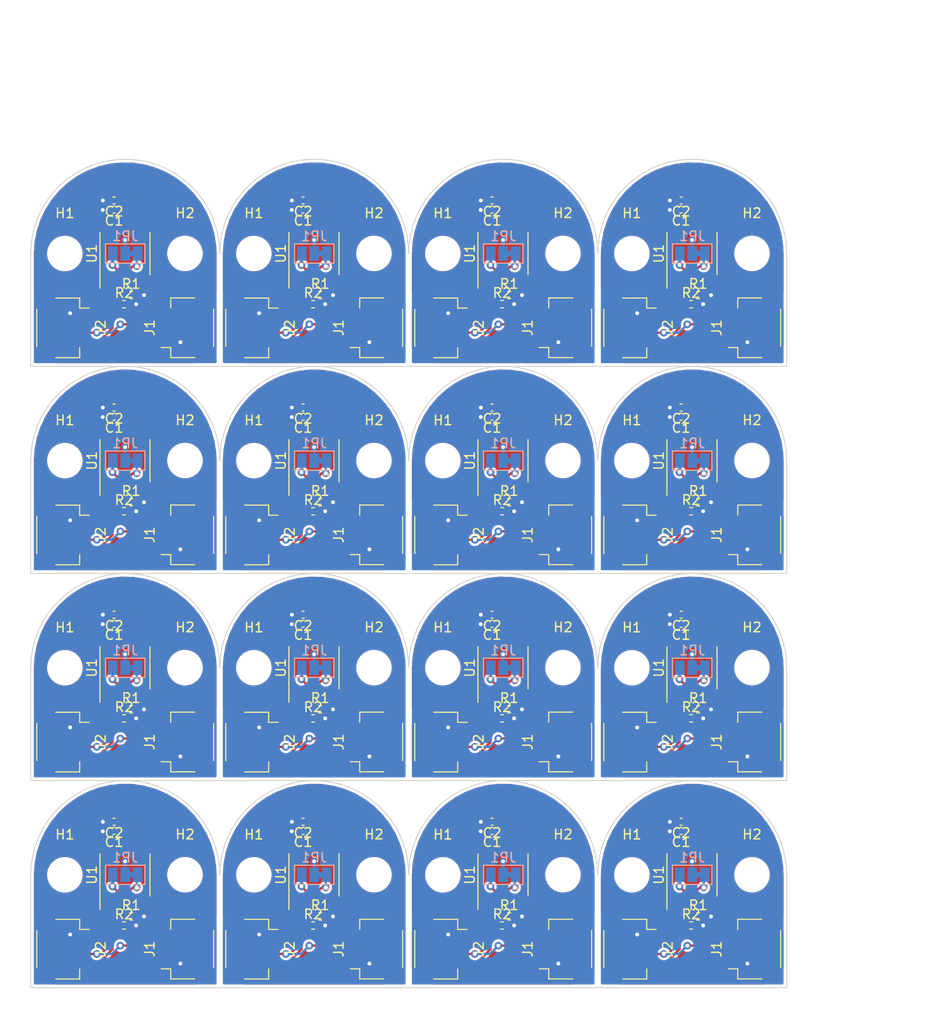
<source format=kicad_pcb>
(kicad_pcb (version 20171130) (host pcbnew 5.1.7-a382d34a8~88~ubuntu18.04.1)
  (layers (0 F.Cu signal) (31 B.Cu signal) (34 B.Paste user) (35 F.Paste user) (36 B.SilkS user) (37 F.SilkS user) (38 B.Mask user) (39 F.Mask user) (44 Edge.Cuts user))
  (net 0 "")
  (net 1 Board_1-+3V3)
  (net 2 Board_1-/A1)
  (net 3 Board_1-/A2)
  (net 4 Board_1-/SCL)
  (net 5 Board_1-/SDA)
  (net 6 Board_1-GND)
  (net 7 Board_2-+3V3)
  (net 8 Board_2-/A1)
  (net 9 Board_2-/A2)
  (net 10 Board_2-/SCL)
  (net 11 Board_2-/SDA)
  (net 12 Board_2-GND)
  (net 13 Board_3-+3V3)
  (net 14 Board_3-/A1)
  (net 15 Board_3-/A2)
  (net 16 Board_3-/SCL)
  (net 17 Board_3-/SDA)
  (net 18 Board_3-GND)
  (net 19 Board_4-+3V3)
  (net 20 Board_4-/A1)
  (net 21 Board_4-/A2)
  (net 22 Board_4-/SCL)
  (net 23 Board_4-/SDA)
  (net 24 Board_4-GND)
  (net 25 Board_5-+3V3)
  (net 26 Board_5-/A1)
  (net 27 Board_5-/A2)
  (net 28 Board_5-/SCL)
  (net 29 Board_5-/SDA)
  (net 30 Board_5-GND)
  (net 31 Board_6-+3V3)
  (net 32 Board_6-/A1)
  (net 33 Board_6-/A2)
  (net 34 Board_6-/SCL)
  (net 35 Board_6-/SDA)
  (net 36 Board_6-GND)
  (net 37 Board_7-+3V3)
  (net 38 Board_7-/A1)
  (net 39 Board_7-/A2)
  (net 40 Board_7-/SCL)
  (net 41 Board_7-/SDA)
  (net 42 Board_7-GND)
  (net 43 Board_8-+3V3)
  (net 44 Board_8-/A1)
  (net 45 Board_8-/A2)
  (net 46 Board_8-/SCL)
  (net 47 Board_8-/SDA)
  (net 48 Board_8-GND)
  (net 49 Board_9-+3V3)
  (net 50 Board_9-/A1)
  (net 51 Board_9-/A2)
  (net 52 Board_9-/SCL)
  (net 53 Board_9-/SDA)
  (net 54 Board_9-GND)
  (net 55 Board_10-+3V3)
  (net 56 Board_10-/A1)
  (net 57 Board_10-/A2)
  (net 58 Board_10-/SCL)
  (net 59 Board_10-/SDA)
  (net 60 Board_10-GND)
  (net 61 Board_11-+3V3)
  (net 62 Board_11-/A1)
  (net 63 Board_11-/A2)
  (net 64 Board_11-/SCL)
  (net 65 Board_11-/SDA)
  (net 66 Board_11-GND)
  (net 67 Board_12-+3V3)
  (net 68 Board_12-/A1)
  (net 69 Board_12-/A2)
  (net 70 Board_12-/SCL)
  (net 71 Board_12-/SDA)
  (net 72 Board_12-GND)
  (net 73 Board_13-+3V3)
  (net 74 Board_13-/A1)
  (net 75 Board_13-/A2)
  (net 76 Board_13-/SCL)
  (net 77 Board_13-/SDA)
  (net 78 Board_13-GND)
  (net 79 Board_14-+3V3)
  (net 80 Board_14-/A1)
  (net 81 Board_14-/A2)
  (net 82 Board_14-/SCL)
  (net 83 Board_14-/SDA)
  (net 84 Board_14-GND)
  (net 85 Board_15-+3V3)
  (net 86 Board_15-/A1)
  (net 87 Board_15-/A2)
  (net 88 Board_15-/SCL)
  (net 89 Board_15-/SDA)
  (net 90 Board_15-GND)
  (net 91 Board_16-+3V3)
  (net 92 Board_16-/A1)
  (net 93 Board_16-/A2)
  (net 94 Board_16-/SCL)
  (net 95 Board_16-/SDA)
  (net 96 Board_16-GND)
  (module Capacitor_SMD:C_0402_1005Metric (layer F.Cu) (at 117.790051 120.020036 180)
    (fp_text reference C1 (at 0 -1.16) (layer F.SilkS))
    (fp_text value C)
    (pad 1 smd roundrect (at -0.48 0 180) (size 0.56 0.62) (layers F.Cu F.Paste F.Mask) (net 91 Board_16-+3V3))
    (pad 2 smd roundrect (at 0.48 0 180) (size 0.56 0.62) (layers F.Cu F.Paste F.Mask) (net 96 Board_16-GND))
  )
  (module Capacitor_SMD:C_0402_1005Metric (layer F.Cu) (at 117.790051 119.070036 180)
    (fp_text reference C2 (at 0 -1.16) (layer F.SilkS))
    (fp_text value C)
    (pad 1 smd roundrect (at -0.48 0 180) (size 0.56 0.62) (layers F.Cu F.Paste F.Mask) (net 91 Board_16-+3V3))
    (pad 2 smd roundrect (at 0.48 0 180) (size 0.56 0.62) (layers F.Cu F.Paste F.Mask) (net 96 Board_16-GND))
  )
  (module MountingHole:MountingHole_3.2mm_M3 (layer F.Cu) (at 112.660051 124.600036)
    (fp_text reference H1 (at 0 -4.2) (layer F.SilkS))
    (fp_text value MountingHole)
    (pad 1 np_thru_hole circle (at 0 0) (size 3.2 3.2) (drill 3.2) (layers *.Cu *.Mask))
  )
  (module MountingHole:MountingHole_3.2mm_M3 (layer F.Cu) (at 125.180051 124.590036)
    (fp_text reference H2 (at 0 -4.2) (layer F.SilkS))
    (fp_text value MountingHole)
    (pad 1 np_thru_hole circle (at 0 0) (size 3.2 3.2) (drill 3.2) (layers *.Cu *.Mask))
  )
  (module Jumper:SolderJumper-3_P1.3mm_Bridged12_Pad1.0x1.5mm (layer B.Cu) (at 118.950051 124.600036 180)
    (fp_text reference JP1 (at 0 1.8) (layer B.SilkS) (effects (justify mirror)))
    (fp_text value Jumper_NC_Dual)
    (fp_poly (pts (xy -0.9 0.3) (xy -0.4 0.3) (xy -0.4 -0.3) (xy -0.9 -0.3)) (layer B.Cu) (width 0))
    (pad 1 smd rect (at -1.3 0 180) (size 1 1.5) (layers B.Cu B.Mask) (net 92 Board_16-/A1))
    (pad 3 smd rect (at 1.3 0 180) (size 1 1.5) (layers B.Cu B.Mask) (net 93 Board_16-/A2))
    (pad 2 smd rect (at 0 0 180) (size 1 1.5) (layers B.Cu B.Mask) (net 91 Board_16-+3V3))
  )
  (module Resistor_SMD:R_0402_1005Metric (layer F.Cu) (at 119.570051 128.930036)
    (fp_text reference R1 (at 0 -1.17) (layer F.SilkS))
    (fp_text value R)
    (pad 1 smd roundrect (at -0.51 0) (size 0.54 0.64) (layers F.Cu F.Paste F.Mask) (net 92 Board_16-/A1))
    (pad 2 smd roundrect (at 0.51 0) (size 0.54 0.64) (layers F.Cu F.Paste F.Mask) (net 96 Board_16-GND))
  )
  (module Resistor_SMD:R_0402_1005Metric (layer F.Cu) (at 118.830051 129.880036)
    (fp_text reference R2 (at 0 -1.17) (layer F.SilkS))
    (fp_text value R)
    (pad 1 smd roundrect (at -0.51 0) (size 0.54 0.64) (layers F.Cu F.Paste F.Mask) (net 93 Board_16-/A2))
    (pad 2 smd roundrect (at 0.51 0) (size 0.54 0.64) (layers F.Cu F.Paste F.Mask) (net 96 Board_16-GND))
  )
  (module Package_SO:TSSOP-14_4.4x5mm_P0.65mm (layer F.Cu) (at 118.924051 124.610036 90)
    (fp_text reference U1 (at 0 -3.45 90) (layer F.SilkS))
    (fp_text value AS5048B)
    (pad 1 smd roundrect (at -2.8625 -1.95 90) (size 1.475 0.4) (layers F.Cu F.Paste F.Mask) (net 95 Board_16-/SDA))
    (pad 2 smd roundrect (at -2.8625 -1.3 90) (size 1.475 0.4) (layers F.Cu F.Paste F.Mask) (net 94 Board_16-/SCL))
    (pad 3 smd roundrect (at -2.8625 -0.65 90) (size 1.475 0.4) (layers F.Cu F.Paste F.Mask) (net 93 Board_16-/A2))
    (pad 4 smd roundrect (at -2.8625 0 90) (size 1.475 0.4) (layers F.Cu F.Paste F.Mask) (net 92 Board_16-/A1))
    (pad 5 smd roundrect (at -2.8625 0.65 90) (size 1.475 0.4) (layers F.Cu F.Paste F.Mask))
    (pad 6 smd roundrect (at -2.8625 1.3 90) (size 1.475 0.4) (layers F.Cu F.Paste F.Mask))
    (pad 7 smd roundrect (at -2.8625 1.95 90) (size 1.475 0.4) (layers F.Cu F.Paste F.Mask))
    (pad 8 smd roundrect (at 2.8625 1.95 90) (size 1.475 0.4) (layers F.Cu F.Paste F.Mask))
    (pad 9 smd roundrect (at 2.8625 1.3 90) (size 1.475 0.4) (layers F.Cu F.Paste F.Mask))
    (pad 10 smd roundrect (at 2.8625 0.65 90) (size 1.475 0.4) (layers F.Cu F.Paste F.Mask))
    (pad 11 smd roundrect (at 2.8625 0 90) (size 1.475 0.4) (layers F.Cu F.Paste F.Mask) (net 91 Board_16-+3V3))
    (pad 12 smd roundrect (at 2.8625 -0.65 90) (size 1.475 0.4) (layers F.Cu F.Paste F.Mask) (net 91 Board_16-+3V3))
    (pad 13 smd roundrect (at 2.8625 -1.3 90) (size 1.475 0.4) (layers F.Cu F.Paste F.Mask) (net 96 Board_16-GND))
    (pad 14 smd roundrect (at 2.8625 -1.95 90) (size 1.475 0.4) (layers F.Cu F.Paste F.Mask))
  )
  (module Connector_JST:JST_SH_SM04B-SRSS-TB_1x04-1MP_P1.00mm_Horizontal (layer F.Cu) (at 125.480051 132.340036 90)
    (fp_text reference J1 (at 0 -3.98 90) (layer F.SilkS))
    (fp_text value Conn_01x04_Female)
    (pad 1 smd roundrect (at -1.5 -2 90) (size 0.6 1.55) (layers F.Cu F.Paste F.Mask) (net 96 Board_16-GND))
    (pad 2 smd roundrect (at -0.5 -2 90) (size 0.6 1.55) (layers F.Cu F.Paste F.Mask) (net 91 Board_16-+3V3))
    (pad 3 smd roundrect (at 0.5 -2 90) (size 0.6 1.55) (layers F.Cu F.Paste F.Mask) (net 95 Board_16-/SDA))
    (pad 4 smd roundrect (at 1.5 -2 90) (size 0.6 1.55) (layers F.Cu F.Paste F.Mask) (net 94 Board_16-/SCL))
    (pad MP smd roundrect (at -2.8 1.875 90) (size 1.2 1.8) (layers F.Cu F.Paste F.Mask) (roundrect_rratio 0.208333))
    (pad MP smd roundrect (at 2.8 1.875 90) (size 1.2 1.8) (layers F.Cu F.Paste F.Mask) (roundrect_rratio 0.208333))
  )
  (module Connector_JST:JST_SH_SM04B-SRSS-TB_1x04-1MP_P1.00mm_Horizontal (layer F.Cu) (at 112.420051 132.350036 270)
    (fp_text reference J2 (at 0 -3.98 90) (layer F.SilkS))
    (fp_text value Conn_01x04_Female)
    (pad 1 smd roundrect (at -1.5 -2 270) (size 0.6 1.55) (layers F.Cu F.Paste F.Mask) (net 96 Board_16-GND))
    (pad 2 smd roundrect (at -0.5 -2 270) (size 0.6 1.55) (layers F.Cu F.Paste F.Mask) (net 91 Board_16-+3V3))
    (pad 3 smd roundrect (at 0.5 -2 270) (size 0.6 1.55) (layers F.Cu F.Paste F.Mask) (net 95 Board_16-/SDA))
    (pad 4 smd roundrect (at 1.5 -2 270) (size 0.6 1.55) (layers F.Cu F.Paste F.Mask) (net 94 Board_16-/SCL))
    (pad MP smd roundrect (at -2.8 1.875 270) (size 1.2 1.8) (layers F.Cu F.Paste F.Mask) (roundrect_rratio 0.208333))
    (pad MP smd roundrect (at 2.8 1.875 270) (size 1.2 1.8) (layers F.Cu F.Paste F.Mask) (roundrect_rratio 0.208333))
  )
  (module Capacitor_SMD:C_0402_1005Metric (layer F.Cu) (at 98.090036 120.020036 180)
    (fp_text reference C1 (at 0 -1.16) (layer F.SilkS))
    (fp_text value C)
    (pad 1 smd roundrect (at -0.48 0 180) (size 0.56 0.62) (layers F.Cu F.Paste F.Mask) (net 85 Board_15-+3V3))
    (pad 2 smd roundrect (at 0.48 0 180) (size 0.56 0.62) (layers F.Cu F.Paste F.Mask) (net 90 Board_15-GND))
  )
  (module Capacitor_SMD:C_0402_1005Metric (layer F.Cu) (at 98.090036 119.070036 180)
    (fp_text reference C2 (at 0 -1.16) (layer F.SilkS))
    (fp_text value C)
    (pad 1 smd roundrect (at -0.48 0 180) (size 0.56 0.62) (layers F.Cu F.Paste F.Mask) (net 85 Board_15-+3V3))
    (pad 2 smd roundrect (at 0.48 0 180) (size 0.56 0.62) (layers F.Cu F.Paste F.Mask) (net 90 Board_15-GND))
  )
  (module MountingHole:MountingHole_3.2mm_M3 (layer F.Cu) (at 92.960036 124.600036)
    (fp_text reference H1 (at 0 -4.2) (layer F.SilkS))
    (fp_text value MountingHole)
    (pad 1 np_thru_hole circle (at 0 0) (size 3.2 3.2) (drill 3.2) (layers *.Cu *.Mask))
  )
  (module MountingHole:MountingHole_3.2mm_M3 (layer F.Cu) (at 105.480036 124.590036)
    (fp_text reference H2 (at 0 -4.2) (layer F.SilkS))
    (fp_text value MountingHole)
    (pad 1 np_thru_hole circle (at 0 0) (size 3.2 3.2) (drill 3.2) (layers *.Cu *.Mask))
  )
  (module Jumper:SolderJumper-3_P1.3mm_Bridged12_Pad1.0x1.5mm (layer B.Cu) (at 99.250036 124.600036 180)
    (fp_text reference JP1 (at 0 1.8) (layer B.SilkS) (effects (justify mirror)))
    (fp_text value Jumper_NC_Dual)
    (fp_poly (pts (xy -0.9 0.3) (xy -0.4 0.3) (xy -0.4 -0.3) (xy -0.9 -0.3)) (layer B.Cu) (width 0))
    (pad 1 smd rect (at -1.3 0 180) (size 1 1.5) (layers B.Cu B.Mask) (net 86 Board_15-/A1))
    (pad 3 smd rect (at 1.3 0 180) (size 1 1.5) (layers B.Cu B.Mask) (net 87 Board_15-/A2))
    (pad 2 smd rect (at 0 0 180) (size 1 1.5) (layers B.Cu B.Mask) (net 85 Board_15-+3V3))
  )
  (module Resistor_SMD:R_0402_1005Metric (layer F.Cu) (at 99.870036 128.930036)
    (fp_text reference R1 (at 0 -1.17) (layer F.SilkS))
    (fp_text value R)
    (pad 1 smd roundrect (at -0.51 0) (size 0.54 0.64) (layers F.Cu F.Paste F.Mask) (net 86 Board_15-/A1))
    (pad 2 smd roundrect (at 0.51 0) (size 0.54 0.64) (layers F.Cu F.Paste F.Mask) (net 90 Board_15-GND))
  )
  (module Resistor_SMD:R_0402_1005Metric (layer F.Cu) (at 99.130036 129.880036)
    (fp_text reference R2 (at 0 -1.17) (layer F.SilkS))
    (fp_text value R)
    (pad 1 smd roundrect (at -0.51 0) (size 0.54 0.64) (layers F.Cu F.Paste F.Mask) (net 87 Board_15-/A2))
    (pad 2 smd roundrect (at 0.51 0) (size 0.54 0.64) (layers F.Cu F.Paste F.Mask) (net 90 Board_15-GND))
  )
  (module Package_SO:TSSOP-14_4.4x5mm_P0.65mm (layer F.Cu) (at 99.224036 124.610036 90)
    (fp_text reference U1 (at 0 -3.45 90) (layer F.SilkS))
    (fp_text value AS5048B)
    (pad 1 smd roundrect (at -2.8625 -1.95 90) (size 1.475 0.4) (layers F.Cu F.Paste F.Mask) (net 89 Board_15-/SDA))
    (pad 2 smd roundrect (at -2.8625 -1.3 90) (size 1.475 0.4) (layers F.Cu F.Paste F.Mask) (net 88 Board_15-/SCL))
    (pad 3 smd roundrect (at -2.8625 -0.65 90) (size 1.475 0.4) (layers F.Cu F.Paste F.Mask) (net 87 Board_15-/A2))
    (pad 4 smd roundrect (at -2.8625 0 90) (size 1.475 0.4) (layers F.Cu F.Paste F.Mask) (net 86 Board_15-/A1))
    (pad 5 smd roundrect (at -2.8625 0.65 90) (size 1.475 0.4) (layers F.Cu F.Paste F.Mask))
    (pad 6 smd roundrect (at -2.8625 1.3 90) (size 1.475 0.4) (layers F.Cu F.Paste F.Mask))
    (pad 7 smd roundrect (at -2.8625 1.95 90) (size 1.475 0.4) (layers F.Cu F.Paste F.Mask))
    (pad 8 smd roundrect (at 2.8625 1.95 90) (size 1.475 0.4) (layers F.Cu F.Paste F.Mask))
    (pad 9 smd roundrect (at 2.8625 1.3 90) (size 1.475 0.4) (layers F.Cu F.Paste F.Mask))
    (pad 10 smd roundrect (at 2.8625 0.65 90) (size 1.475 0.4) (layers F.Cu F.Paste F.Mask))
    (pad 11 smd roundrect (at 2.8625 0 90) (size 1.475 0.4) (layers F.Cu F.Paste F.Mask) (net 85 Board_15-+3V3))
    (pad 12 smd roundrect (at 2.8625 -0.65 90) (size 1.475 0.4) (layers F.Cu F.Paste F.Mask) (net 85 Board_15-+3V3))
    (pad 13 smd roundrect (at 2.8625 -1.3 90) (size 1.475 0.4) (layers F.Cu F.Paste F.Mask) (net 90 Board_15-GND))
    (pad 14 smd roundrect (at 2.8625 -1.95 90) (size 1.475 0.4) (layers F.Cu F.Paste F.Mask))
  )
  (module Connector_JST:JST_SH_SM04B-SRSS-TB_1x04-1MP_P1.00mm_Horizontal (layer F.Cu) (at 105.780036 132.340036 90)
    (fp_text reference J1 (at 0 -3.98 90) (layer F.SilkS))
    (fp_text value Conn_01x04_Female)
    (pad 1 smd roundrect (at -1.5 -2 90) (size 0.6 1.55) (layers F.Cu F.Paste F.Mask) (net 90 Board_15-GND))
    (pad 2 smd roundrect (at -0.5 -2 90) (size 0.6 1.55) (layers F.Cu F.Paste F.Mask) (net 85 Board_15-+3V3))
    (pad 3 smd roundrect (at 0.5 -2 90) (size 0.6 1.55) (layers F.Cu F.Paste F.Mask) (net 89 Board_15-/SDA))
    (pad 4 smd roundrect (at 1.5 -2 90) (size 0.6 1.55) (layers F.Cu F.Paste F.Mask) (net 88 Board_15-/SCL))
    (pad MP smd roundrect (at -2.8 1.875 90) (size 1.2 1.8) (layers F.Cu F.Paste F.Mask) (roundrect_rratio 0.208333))
    (pad MP smd roundrect (at 2.8 1.875 90) (size 1.2 1.8) (layers F.Cu F.Paste F.Mask) (roundrect_rratio 0.208333))
  )
  (module Connector_JST:JST_SH_SM04B-SRSS-TB_1x04-1MP_P1.00mm_Horizontal (layer F.Cu) (at 92.720036 132.350036 270)
    (fp_text reference J2 (at 0 -3.98 90) (layer F.SilkS))
    (fp_text value Conn_01x04_Female)
    (pad 1 smd roundrect (at -1.5 -2 270) (size 0.6 1.55) (layers F.Cu F.Paste F.Mask) (net 90 Board_15-GND))
    (pad 2 smd roundrect (at -0.5 -2 270) (size 0.6 1.55) (layers F.Cu F.Paste F.Mask) (net 85 Board_15-+3V3))
    (pad 3 smd roundrect (at 0.5 -2 270) (size 0.6 1.55) (layers F.Cu F.Paste F.Mask) (net 89 Board_15-/SDA))
    (pad 4 smd roundrect (at 1.5 -2 270) (size 0.6 1.55) (layers F.Cu F.Paste F.Mask) (net 88 Board_15-/SCL))
    (pad MP smd roundrect (at -2.8 1.875 270) (size 1.2 1.8) (layers F.Cu F.Paste F.Mask) (roundrect_rratio 0.208333))
    (pad MP smd roundrect (at 2.8 1.875 270) (size 1.2 1.8) (layers F.Cu F.Paste F.Mask) (roundrect_rratio 0.208333))
  )
  (module Capacitor_SMD:C_0402_1005Metric (layer F.Cu) (at 78.390021 120.020036 180)
    (fp_text reference C1 (at 0 -1.16) (layer F.SilkS))
    (fp_text value C)
    (pad 1 smd roundrect (at -0.48 0 180) (size 0.56 0.62) (layers F.Cu F.Paste F.Mask) (net 79 Board_14-+3V3))
    (pad 2 smd roundrect (at 0.48 0 180) (size 0.56 0.62) (layers F.Cu F.Paste F.Mask) (net 84 Board_14-GND))
  )
  (module Capacitor_SMD:C_0402_1005Metric (layer F.Cu) (at 78.390021 119.070036 180)
    (fp_text reference C2 (at 0 -1.16) (layer F.SilkS))
    (fp_text value C)
    (pad 1 smd roundrect (at -0.48 0 180) (size 0.56 0.62) (layers F.Cu F.Paste F.Mask) (net 79 Board_14-+3V3))
    (pad 2 smd roundrect (at 0.48 0 180) (size 0.56 0.62) (layers F.Cu F.Paste F.Mask) (net 84 Board_14-GND))
  )
  (module MountingHole:MountingHole_3.2mm_M3 (layer F.Cu) (at 73.260021 124.600036)
    (fp_text reference H1 (at 0 -4.2) (layer F.SilkS))
    (fp_text value MountingHole)
    (pad 1 np_thru_hole circle (at 0 0) (size 3.2 3.2) (drill 3.2) (layers *.Cu *.Mask))
  )
  (module MountingHole:MountingHole_3.2mm_M3 (layer F.Cu) (at 85.780021 124.590036)
    (fp_text reference H2 (at 0 -4.2) (layer F.SilkS))
    (fp_text value MountingHole)
    (pad 1 np_thru_hole circle (at 0 0) (size 3.2 3.2) (drill 3.2) (layers *.Cu *.Mask))
  )
  (module Jumper:SolderJumper-3_P1.3mm_Bridged12_Pad1.0x1.5mm (layer B.Cu) (at 79.550021 124.600036 180)
    (fp_text reference JP1 (at 0 1.8) (layer B.SilkS) (effects (justify mirror)))
    (fp_text value Jumper_NC_Dual)
    (fp_poly (pts (xy -0.9 0.3) (xy -0.4 0.3) (xy -0.4 -0.3) (xy -0.9 -0.3)) (layer B.Cu) (width 0))
    (pad 1 smd rect (at -1.3 0 180) (size 1 1.5) (layers B.Cu B.Mask) (net 80 Board_14-/A1))
    (pad 3 smd rect (at 1.3 0 180) (size 1 1.5) (layers B.Cu B.Mask) (net 81 Board_14-/A2))
    (pad 2 smd rect (at 0 0 180) (size 1 1.5) (layers B.Cu B.Mask) (net 79 Board_14-+3V3))
  )
  (module Resistor_SMD:R_0402_1005Metric (layer F.Cu) (at 80.170021 128.930036)
    (fp_text reference R1 (at 0 -1.17) (layer F.SilkS))
    (fp_text value R)
    (pad 1 smd roundrect (at -0.51 0) (size 0.54 0.64) (layers F.Cu F.Paste F.Mask) (net 80 Board_14-/A1))
    (pad 2 smd roundrect (at 0.51 0) (size 0.54 0.64) (layers F.Cu F.Paste F.Mask) (net 84 Board_14-GND))
  )
  (module Resistor_SMD:R_0402_1005Metric (layer F.Cu) (at 79.430021 129.880036)
    (fp_text reference R2 (at 0 -1.17) (layer F.SilkS))
    (fp_text value R)
    (pad 1 smd roundrect (at -0.51 0) (size 0.54 0.64) (layers F.Cu F.Paste F.Mask) (net 81 Board_14-/A2))
    (pad 2 smd roundrect (at 0.51 0) (size 0.54 0.64) (layers F.Cu F.Paste F.Mask) (net 84 Board_14-GND))
  )
  (module Package_SO:TSSOP-14_4.4x5mm_P0.65mm (layer F.Cu) (at 79.524021 124.610036 90)
    (fp_text reference U1 (at 0 -3.45 90) (layer F.SilkS))
    (fp_text value AS5048B)
    (pad 1 smd roundrect (at -2.8625 -1.95 90) (size 1.475 0.4) (layers F.Cu F.Paste F.Mask) (net 83 Board_14-/SDA))
    (pad 2 smd roundrect (at -2.8625 -1.3 90) (size 1.475 0.4) (layers F.Cu F.Paste F.Mask) (net 82 Board_14-/SCL))
    (pad 3 smd roundrect (at -2.8625 -0.65 90) (size 1.475 0.4) (layers F.Cu F.Paste F.Mask) (net 81 Board_14-/A2))
    (pad 4 smd roundrect (at -2.8625 0 90) (size 1.475 0.4) (layers F.Cu F.Paste F.Mask) (net 80 Board_14-/A1))
    (pad 5 smd roundrect (at -2.8625 0.65 90) (size 1.475 0.4) (layers F.Cu F.Paste F.Mask))
    (pad 6 smd roundrect (at -2.8625 1.3 90) (size 1.475 0.4) (layers F.Cu F.Paste F.Mask))
    (pad 7 smd roundrect (at -2.8625 1.95 90) (size 1.475 0.4) (layers F.Cu F.Paste F.Mask))
    (pad 8 smd roundrect (at 2.8625 1.95 90) (size 1.475 0.4) (layers F.Cu F.Paste F.Mask))
    (pad 9 smd roundrect (at 2.8625 1.3 90) (size 1.475 0.4) (layers F.Cu F.Paste F.Mask))
    (pad 10 smd roundrect (at 2.8625 0.65 90) (size 1.475 0.4) (layers F.Cu F.Paste F.Mask))
    (pad 11 smd roundrect (at 2.8625 0 90) (size 1.475 0.4) (layers F.Cu F.Paste F.Mask) (net 79 Board_14-+3V3))
    (pad 12 smd roundrect (at 2.8625 -0.65 90) (size 1.475 0.4) (layers F.Cu F.Paste F.Mask) (net 79 Board_14-+3V3))
    (pad 13 smd roundrect (at 2.8625 -1.3 90) (size 1.475 0.4) (layers F.Cu F.Paste F.Mask) (net 84 Board_14-GND))
    (pad 14 smd roundrect (at 2.8625 -1.95 90) (size 1.475 0.4) (layers F.Cu F.Paste F.Mask))
  )
  (module Connector_JST:JST_SH_SM04B-SRSS-TB_1x04-1MP_P1.00mm_Horizontal (layer F.Cu) (at 86.080021 132.340036 90)
    (fp_text reference J1 (at 0 -3.98 90) (layer F.SilkS))
    (fp_text value Conn_01x04_Female)
    (pad 1 smd roundrect (at -1.5 -2 90) (size 0.6 1.55) (layers F.Cu F.Paste F.Mask) (net 84 Board_14-GND))
    (pad 2 smd roundrect (at -0.5 -2 90) (size 0.6 1.55) (layers F.Cu F.Paste F.Mask) (net 79 Board_14-+3V3))
    (pad 3 smd roundrect (at 0.5 -2 90) (size 0.6 1.55) (layers F.Cu F.Paste F.Mask) (net 83 Board_14-/SDA))
    (pad 4 smd roundrect (at 1.5 -2 90) (size 0.6 1.55) (layers F.Cu F.Paste F.Mask) (net 82 Board_14-/SCL))
    (pad MP smd roundrect (at -2.8 1.875 90) (size 1.2 1.8) (layers F.Cu F.Paste F.Mask) (roundrect_rratio 0.208333))
    (pad MP smd roundrect (at 2.8 1.875 90) (size 1.2 1.8) (layers F.Cu F.Paste F.Mask) (roundrect_rratio 0.208333))
  )
  (module Connector_JST:JST_SH_SM04B-SRSS-TB_1x04-1MP_P1.00mm_Horizontal (layer F.Cu) (at 73.020021 132.350036 270)
    (fp_text reference J2 (at 0 -3.98 90) (layer F.SilkS))
    (fp_text value Conn_01x04_Female)
    (pad 1 smd roundrect (at -1.5 -2 270) (size 0.6 1.55) (layers F.Cu F.Paste F.Mask) (net 84 Board_14-GND))
    (pad 2 smd roundrect (at -0.5 -2 270) (size 0.6 1.55) (layers F.Cu F.Paste F.Mask) (net 79 Board_14-+3V3))
    (pad 3 smd roundrect (at 0.5 -2 270) (size 0.6 1.55) (layers F.Cu F.Paste F.Mask) (net 83 Board_14-/SDA))
    (pad 4 smd roundrect (at 1.5 -2 270) (size 0.6 1.55) (layers F.Cu F.Paste F.Mask) (net 82 Board_14-/SCL))
    (pad MP smd roundrect (at -2.8 1.875 270) (size 1.2 1.8) (layers F.Cu F.Paste F.Mask) (roundrect_rratio 0.208333))
    (pad MP smd roundrect (at 2.8 1.875 270) (size 1.2 1.8) (layers F.Cu F.Paste F.Mask) (roundrect_rratio 0.208333))
  )
  (module Capacitor_SMD:C_0402_1005Metric (layer F.Cu) (at 58.690006 120.020036 180)
    (fp_text reference C1 (at 0 -1.16) (layer F.SilkS))
    (fp_text value C)
    (pad 1 smd roundrect (at -0.48 0 180) (size 0.56 0.62) (layers F.Cu F.Paste F.Mask) (net 73 Board_13-+3V3))
    (pad 2 smd roundrect (at 0.48 0 180) (size 0.56 0.62) (layers F.Cu F.Paste F.Mask) (net 78 Board_13-GND))
  )
  (module Capacitor_SMD:C_0402_1005Metric (layer F.Cu) (at 58.690006 119.070036 180)
    (fp_text reference C2 (at 0 -1.16) (layer F.SilkS))
    (fp_text value C)
    (pad 1 smd roundrect (at -0.48 0 180) (size 0.56 0.62) (layers F.Cu F.Paste F.Mask) (net 73 Board_13-+3V3))
    (pad 2 smd roundrect (at 0.48 0 180) (size 0.56 0.62) (layers F.Cu F.Paste F.Mask) (net 78 Board_13-GND))
  )
  (module MountingHole:MountingHole_3.2mm_M3 (layer F.Cu) (at 53.560006 124.600036)
    (fp_text reference H1 (at 0 -4.2) (layer F.SilkS))
    (fp_text value MountingHole)
    (pad 1 np_thru_hole circle (at 0 0) (size 3.2 3.2) (drill 3.2) (layers *.Cu *.Mask))
  )
  (module MountingHole:MountingHole_3.2mm_M3 (layer F.Cu) (at 66.080006 124.590036)
    (fp_text reference H2 (at 0 -4.2) (layer F.SilkS))
    (fp_text value MountingHole)
    (pad 1 np_thru_hole circle (at 0 0) (size 3.2 3.2) (drill 3.2) (layers *.Cu *.Mask))
  )
  (module Jumper:SolderJumper-3_P1.3mm_Bridged12_Pad1.0x1.5mm (layer B.Cu) (at 59.850006 124.600036 180)
    (fp_text reference JP1 (at 0 1.8) (layer B.SilkS) (effects (justify mirror)))
    (fp_text value Jumper_NC_Dual)
    (fp_poly (pts (xy -0.9 0.3) (xy -0.4 0.3) (xy -0.4 -0.3) (xy -0.9 -0.3)) (layer B.Cu) (width 0))
    (pad 1 smd rect (at -1.3 0 180) (size 1 1.5) (layers B.Cu B.Mask) (net 74 Board_13-/A1))
    (pad 3 smd rect (at 1.3 0 180) (size 1 1.5) (layers B.Cu B.Mask) (net 75 Board_13-/A2))
    (pad 2 smd rect (at 0 0 180) (size 1 1.5) (layers B.Cu B.Mask) (net 73 Board_13-+3V3))
  )
  (module Resistor_SMD:R_0402_1005Metric (layer F.Cu) (at 60.470006 128.930036)
    (fp_text reference R1 (at 0 -1.17) (layer F.SilkS))
    (fp_text value R)
    (pad 1 smd roundrect (at -0.51 0) (size 0.54 0.64) (layers F.Cu F.Paste F.Mask) (net 74 Board_13-/A1))
    (pad 2 smd roundrect (at 0.51 0) (size 0.54 0.64) (layers F.Cu F.Paste F.Mask) (net 78 Board_13-GND))
  )
  (module Resistor_SMD:R_0402_1005Metric (layer F.Cu) (at 59.730006 129.880036)
    (fp_text reference R2 (at 0 -1.17) (layer F.SilkS))
    (fp_text value R)
    (pad 1 smd roundrect (at -0.51 0) (size 0.54 0.64) (layers F.Cu F.Paste F.Mask) (net 75 Board_13-/A2))
    (pad 2 smd roundrect (at 0.51 0) (size 0.54 0.64) (layers F.Cu F.Paste F.Mask) (net 78 Board_13-GND))
  )
  (module Package_SO:TSSOP-14_4.4x5mm_P0.65mm (layer F.Cu) (at 59.824006 124.610036 90)
    (fp_text reference U1 (at 0 -3.45 90) (layer F.SilkS))
    (fp_text value AS5048B)
    (pad 1 smd roundrect (at -2.8625 -1.95 90) (size 1.475 0.4) (layers F.Cu F.Paste F.Mask) (net 77 Board_13-/SDA))
    (pad 2 smd roundrect (at -2.8625 -1.3 90) (size 1.475 0.4) (layers F.Cu F.Paste F.Mask) (net 76 Board_13-/SCL))
    (pad 3 smd roundrect (at -2.8625 -0.65 90) (size 1.475 0.4) (layers F.Cu F.Paste F.Mask) (net 75 Board_13-/A2))
    (pad 4 smd roundrect (at -2.8625 0 90) (size 1.475 0.4) (layers F.Cu F.Paste F.Mask) (net 74 Board_13-/A1))
    (pad 5 smd roundrect (at -2.8625 0.65 90) (size 1.475 0.4) (layers F.Cu F.Paste F.Mask))
    (pad 6 smd roundrect (at -2.8625 1.3 90) (size 1.475 0.4) (layers F.Cu F.Paste F.Mask))
    (pad 7 smd roundrect (at -2.8625 1.95 90) (size 1.475 0.4) (layers F.Cu F.Paste F.Mask))
    (pad 8 smd roundrect (at 2.8625 1.95 90) (size 1.475 0.4) (layers F.Cu F.Paste F.Mask))
    (pad 9 smd roundrect (at 2.8625 1.3 90) (size 1.475 0.4) (layers F.Cu F.Paste F.Mask))
    (pad 10 smd roundrect (at 2.8625 0.65 90) (size 1.475 0.4) (layers F.Cu F.Paste F.Mask))
    (pad 11 smd roundrect (at 2.8625 0 90) (size 1.475 0.4) (layers F.Cu F.Paste F.Mask) (net 73 Board_13-+3V3))
    (pad 12 smd roundrect (at 2.8625 -0.65 90) (size 1.475 0.4) (layers F.Cu F.Paste F.Mask) (net 73 Board_13-+3V3))
    (pad 13 smd roundrect (at 2.8625 -1.3 90) (size 1.475 0.4) (layers F.Cu F.Paste F.Mask) (net 78 Board_13-GND))
    (pad 14 smd roundrect (at 2.8625 -1.95 90) (size 1.475 0.4) (layers F.Cu F.Paste F.Mask))
  )
  (module Connector_JST:JST_SH_SM04B-SRSS-TB_1x04-1MP_P1.00mm_Horizontal (layer F.Cu) (at 66.380006 132.340036 90)
    (fp_text reference J1 (at 0 -3.98 90) (layer F.SilkS))
    (fp_text value Conn_01x04_Female)
    (pad 1 smd roundrect (at -1.5 -2 90) (size 0.6 1.55) (layers F.Cu F.Paste F.Mask) (net 78 Board_13-GND))
    (pad 2 smd roundrect (at -0.5 -2 90) (size 0.6 1.55) (layers F.Cu F.Paste F.Mask) (net 73 Board_13-+3V3))
    (pad 3 smd roundrect (at 0.5 -2 90) (size 0.6 1.55) (layers F.Cu F.Paste F.Mask) (net 77 Board_13-/SDA))
    (pad 4 smd roundrect (at 1.5 -2 90) (size 0.6 1.55) (layers F.Cu F.Paste F.Mask) (net 76 Board_13-/SCL))
    (pad MP smd roundrect (at -2.8 1.875 90) (size 1.2 1.8) (layers F.Cu F.Paste F.Mask) (roundrect_rratio 0.208333))
    (pad MP smd roundrect (at 2.8 1.875 90) (size 1.2 1.8) (layers F.Cu F.Paste F.Mask) (roundrect_rratio 0.208333))
  )
  (module Connector_JST:JST_SH_SM04B-SRSS-TB_1x04-1MP_P1.00mm_Horizontal (layer F.Cu) (at 53.320006 132.350036 270)
    (fp_text reference J2 (at 0 -3.98 90) (layer F.SilkS))
    (fp_text value Conn_01x04_Female)
    (pad 1 smd roundrect (at -1.5 -2 270) (size 0.6 1.55) (layers F.Cu F.Paste F.Mask) (net 78 Board_13-GND))
    (pad 2 smd roundrect (at -0.5 -2 270) (size 0.6 1.55) (layers F.Cu F.Paste F.Mask) (net 73 Board_13-+3V3))
    (pad 3 smd roundrect (at 0.5 -2 270) (size 0.6 1.55) (layers F.Cu F.Paste F.Mask) (net 77 Board_13-/SDA))
    (pad 4 smd roundrect (at 1.5 -2 270) (size 0.6 1.55) (layers F.Cu F.Paste F.Mask) (net 76 Board_13-/SCL))
    (pad MP smd roundrect (at -2.8 1.875 270) (size 1.2 1.8) (layers F.Cu F.Paste F.Mask) (roundrect_rratio 0.208333))
    (pad MP smd roundrect (at 2.8 1.875 270) (size 1.2 1.8) (layers F.Cu F.Paste F.Mask) (roundrect_rratio 0.208333))
  )
  (module Capacitor_SMD:C_0402_1005Metric (layer F.Cu) (at 117.790051 98.430026 180)
    (fp_text reference C1 (at 0 -1.16) (layer F.SilkS))
    (fp_text value C)
    (pad 1 smd roundrect (at -0.48 0 180) (size 0.56 0.62) (layers F.Cu F.Paste F.Mask) (net 67 Board_12-+3V3))
    (pad 2 smd roundrect (at 0.48 0 180) (size 0.56 0.62) (layers F.Cu F.Paste F.Mask) (net 72 Board_12-GND))
  )
  (module Capacitor_SMD:C_0402_1005Metric (layer F.Cu) (at 117.790051 97.480026 180)
    (fp_text reference C2 (at 0 -1.16) (layer F.SilkS))
    (fp_text value C)
    (pad 1 smd roundrect (at -0.48 0 180) (size 0.56 0.62) (layers F.Cu F.Paste F.Mask) (net 67 Board_12-+3V3))
    (pad 2 smd roundrect (at 0.48 0 180) (size 0.56 0.62) (layers F.Cu F.Paste F.Mask) (net 72 Board_12-GND))
  )
  (module MountingHole:MountingHole_3.2mm_M3 (layer F.Cu) (at 112.660051 103.010026)
    (fp_text reference H1 (at 0 -4.2) (layer F.SilkS))
    (fp_text value MountingHole)
    (pad 1 np_thru_hole circle (at 0 0) (size 3.2 3.2) (drill 3.2) (layers *.Cu *.Mask))
  )
  (module MountingHole:MountingHole_3.2mm_M3 (layer F.Cu) (at 125.180051 103.000026)
    (fp_text reference H2 (at 0 -4.2) (layer F.SilkS))
    (fp_text value MountingHole)
    (pad 1 np_thru_hole circle (at 0 0) (size 3.2 3.2) (drill 3.2) (layers *.Cu *.Mask))
  )
  (module Jumper:SolderJumper-3_P1.3mm_Bridged12_Pad1.0x1.5mm (layer B.Cu) (at 118.950051 103.010026 180)
    (fp_text reference JP1 (at 0 1.8) (layer B.SilkS) (effects (justify mirror)))
    (fp_text value Jumper_NC_Dual)
    (fp_poly (pts (xy -0.9 0.3) (xy -0.4 0.3) (xy -0.4 -0.3) (xy -0.9 -0.3)) (layer B.Cu) (width 0))
    (pad 1 smd rect (at -1.3 0 180) (size 1 1.5) (layers B.Cu B.Mask) (net 68 Board_12-/A1))
    (pad 3 smd rect (at 1.3 0 180) (size 1 1.5) (layers B.Cu B.Mask) (net 69 Board_12-/A2))
    (pad 2 smd rect (at 0 0 180) (size 1 1.5) (layers B.Cu B.Mask) (net 67 Board_12-+3V3))
  )
  (module Resistor_SMD:R_0402_1005Metric (layer F.Cu) (at 119.570051 107.340026)
    (fp_text reference R1 (at 0 -1.17) (layer F.SilkS))
    (fp_text value R)
    (pad 1 smd roundrect (at -0.51 0) (size 0.54 0.64) (layers F.Cu F.Paste F.Mask) (net 68 Board_12-/A1))
    (pad 2 smd roundrect (at 0.51 0) (size 0.54 0.64) (layers F.Cu F.Paste F.Mask) (net 72 Board_12-GND))
  )
  (module Resistor_SMD:R_0402_1005Metric (layer F.Cu) (at 118.830051 108.290026)
    (fp_text reference R2 (at 0 -1.17) (layer F.SilkS))
    (fp_text value R)
    (pad 1 smd roundrect (at -0.51 0) (size 0.54 0.64) (layers F.Cu F.Paste F.Mask) (net 69 Board_12-/A2))
    (pad 2 smd roundrect (at 0.51 0) (size 0.54 0.64) (layers F.Cu F.Paste F.Mask) (net 72 Board_12-GND))
  )
  (module Package_SO:TSSOP-14_4.4x5mm_P0.65mm (layer F.Cu) (at 118.924051 103.020026 90)
    (fp_text reference U1 (at 0 -3.45 90) (layer F.SilkS))
    (fp_text value AS5048B)
    (pad 1 smd roundrect (at -2.8625 -1.95 90) (size 1.475 0.4) (layers F.Cu F.Paste F.Mask) (net 71 Board_12-/SDA))
    (pad 2 smd roundrect (at -2.8625 -1.3 90) (size 1.475 0.4) (layers F.Cu F.Paste F.Mask) (net 70 Board_12-/SCL))
    (pad 3 smd roundrect (at -2.8625 -0.65 90) (size 1.475 0.4) (layers F.Cu F.Paste F.Mask) (net 69 Board_12-/A2))
    (pad 4 smd roundrect (at -2.8625 0 90) (size 1.475 0.4) (layers F.Cu F.Paste F.Mask) (net 68 Board_12-/A1))
    (pad 5 smd roundrect (at -2.8625 0.65 90) (size 1.475 0.4) (layers F.Cu F.Paste F.Mask))
    (pad 6 smd roundrect (at -2.8625 1.3 90) (size 1.475 0.4) (layers F.Cu F.Paste F.Mask))
    (pad 7 smd roundrect (at -2.8625 1.95 90) (size 1.475 0.4) (layers F.Cu F.Paste F.Mask))
    (pad 8 smd roundrect (at 2.8625 1.95 90) (size 1.475 0.4) (layers F.Cu F.Paste F.Mask))
    (pad 9 smd roundrect (at 2.8625 1.3 90) (size 1.475 0.4) (layers F.Cu F.Paste F.Mask))
    (pad 10 smd roundrect (at 2.8625 0.65 90) (size 1.475 0.4) (layers F.Cu F.Paste F.Mask))
    (pad 11 smd roundrect (at 2.8625 0 90) (size 1.475 0.4) (layers F.Cu F.Paste F.Mask) (net 67 Board_12-+3V3))
    (pad 12 smd roundrect (at 2.8625 -0.65 90) (size 1.475 0.4) (layers F.Cu F.Paste F.Mask) (net 67 Board_12-+3V3))
    (pad 13 smd roundrect (at 2.8625 -1.3 90) (size 1.475 0.4) (layers F.Cu F.Paste F.Mask) (net 72 Board_12-GND))
    (pad 14 smd roundrect (at 2.8625 -1.95 90) (size 1.475 0.4) (layers F.Cu F.Paste F.Mask))
  )
  (module Connector_JST:JST_SH_SM04B-SRSS-TB_1x04-1MP_P1.00mm_Horizontal (layer F.Cu) (at 125.480051 110.750026 90)
    (fp_text reference J1 (at 0 -3.98 90) (layer F.SilkS))
    (fp_text value Conn_01x04_Female)
    (pad 1 smd roundrect (at -1.5 -2 90) (size 0.6 1.55) (layers F.Cu F.Paste F.Mask) (net 72 Board_12-GND))
    (pad 2 smd roundrect (at -0.5 -2 90) (size 0.6 1.55) (layers F.Cu F.Paste F.Mask) (net 67 Board_12-+3V3))
    (pad 3 smd roundrect (at 0.5 -2 90) (size 0.6 1.55) (layers F.Cu F.Paste F.Mask) (net 71 Board_12-/SDA))
    (pad 4 smd roundrect (at 1.5 -2 90) (size 0.6 1.55) (layers F.Cu F.Paste F.Mask) (net 70 Board_12-/SCL))
    (pad MP smd roundrect (at -2.8 1.875 90) (size 1.2 1.8) (layers F.Cu F.Paste F.Mask) (roundrect_rratio 0.208333))
    (pad MP smd roundrect (at 2.8 1.875 90) (size 1.2 1.8) (layers F.Cu F.Paste F.Mask) (roundrect_rratio 0.208333))
  )
  (module Connector_JST:JST_SH_SM04B-SRSS-TB_1x04-1MP_P1.00mm_Horizontal (layer F.Cu) (at 112.420051 110.760026 270)
    (fp_text reference J2 (at 0 -3.98 90) (layer F.SilkS))
    (fp_text value Conn_01x04_Female)
    (pad 1 smd roundrect (at -1.5 -2 270) (size 0.6 1.55) (layers F.Cu F.Paste F.Mask) (net 72 Board_12-GND))
    (pad 2 smd roundrect (at -0.5 -2 270) (size 0.6 1.55) (layers F.Cu F.Paste F.Mask) (net 67 Board_12-+3V3))
    (pad 3 smd roundrect (at 0.5 -2 270) (size 0.6 1.55) (layers F.Cu F.Paste F.Mask) (net 71 Board_12-/SDA))
    (pad 4 smd roundrect (at 1.5 -2 270) (size 0.6 1.55) (layers F.Cu F.Paste F.Mask) (net 70 Board_12-/SCL))
    (pad MP smd roundrect (at -2.8 1.875 270) (size 1.2 1.8) (layers F.Cu F.Paste F.Mask) (roundrect_rratio 0.208333))
    (pad MP smd roundrect (at 2.8 1.875 270) (size 1.2 1.8) (layers F.Cu F.Paste F.Mask) (roundrect_rratio 0.208333))
  )
  (module Capacitor_SMD:C_0402_1005Metric (layer F.Cu) (at 98.090036 98.430026 180)
    (fp_text reference C1 (at 0 -1.16) (layer F.SilkS))
    (fp_text value C)
    (pad 1 smd roundrect (at -0.48 0 180) (size 0.56 0.62) (layers F.Cu F.Paste F.Mask) (net 61 Board_11-+3V3))
    (pad 2 smd roundrect (at 0.48 0 180) (size 0.56 0.62) (layers F.Cu F.Paste F.Mask) (net 66 Board_11-GND))
  )
  (module Capacitor_SMD:C_0402_1005Metric (layer F.Cu) (at 98.090036 97.480026 180)
    (fp_text reference C2 (at 0 -1.16) (layer F.SilkS))
    (fp_text value C)
    (pad 1 smd roundrect (at -0.48 0 180) (size 0.56 0.62) (layers F.Cu F.Paste F.Mask) (net 61 Board_11-+3V3))
    (pad 2 smd roundrect (at 0.48 0 180) (size 0.56 0.62) (layers F.Cu F.Paste F.Mask) (net 66 Board_11-GND))
  )
  (module MountingHole:MountingHole_3.2mm_M3 (layer F.Cu) (at 92.960036 103.010026)
    (fp_text reference H1 (at 0 -4.2) (layer F.SilkS))
    (fp_text value MountingHole)
    (pad 1 np_thru_hole circle (at 0 0) (size 3.2 3.2) (drill 3.2) (layers *.Cu *.Mask))
  )
  (module MountingHole:MountingHole_3.2mm_M3 (layer F.Cu) (at 105.480036 103.000026)
    (fp_text reference H2 (at 0 -4.2) (layer F.SilkS))
    (fp_text value MountingHole)
    (pad 1 np_thru_hole circle (at 0 0) (size 3.2 3.2) (drill 3.2) (layers *.Cu *.Mask))
  )
  (module Jumper:SolderJumper-3_P1.3mm_Bridged12_Pad1.0x1.5mm (layer B.Cu) (at 99.250036 103.010026 180)
    (fp_text reference JP1 (at 0 1.8) (layer B.SilkS) (effects (justify mirror)))
    (fp_text value Jumper_NC_Dual)
    (fp_poly (pts (xy -0.9 0.3) (xy -0.4 0.3) (xy -0.4 -0.3) (xy -0.9 -0.3)) (layer B.Cu) (width 0))
    (pad 1 smd rect (at -1.3 0 180) (size 1 1.5) (layers B.Cu B.Mask) (net 62 Board_11-/A1))
    (pad 3 smd rect (at 1.3 0 180) (size 1 1.5) (layers B.Cu B.Mask) (net 63 Board_11-/A2))
    (pad 2 smd rect (at 0 0 180) (size 1 1.5) (layers B.Cu B.Mask) (net 61 Board_11-+3V3))
  )
  (module Resistor_SMD:R_0402_1005Metric (layer F.Cu) (at 99.870036 107.340026)
    (fp_text reference R1 (at 0 -1.17) (layer F.SilkS))
    (fp_text value R)
    (pad 1 smd roundrect (at -0.51 0) (size 0.54 0.64) (layers F.Cu F.Paste F.Mask) (net 62 Board_11-/A1))
    (pad 2 smd roundrect (at 0.51 0) (size 0.54 0.64) (layers F.Cu F.Paste F.Mask) (net 66 Board_11-GND))
  )
  (module Resistor_SMD:R_0402_1005Metric (layer F.Cu) (at 99.130036 108.290026)
    (fp_text reference R2 (at 0 -1.17) (layer F.SilkS))
    (fp_text value R)
    (pad 1 smd roundrect (at -0.51 0) (size 0.54 0.64) (layers F.Cu F.Paste F.Mask) (net 63 Board_11-/A2))
    (pad 2 smd roundrect (at 0.51 0) (size 0.54 0.64) (layers F.Cu F.Paste F.Mask) (net 66 Board_11-GND))
  )
  (module Package_SO:TSSOP-14_4.4x5mm_P0.65mm (layer F.Cu) (at 99.224036 103.020026 90)
    (fp_text reference U1 (at 0 -3.45 90) (layer F.SilkS))
    (fp_text value AS5048B)
    (pad 1 smd roundrect (at -2.8625 -1.95 90) (size 1.475 0.4) (layers F.Cu F.Paste F.Mask) (net 65 Board_11-/SDA))
    (pad 2 smd roundrect (at -2.8625 -1.3 90) (size 1.475 0.4) (layers F.Cu F.Paste F.Mask) (net 64 Board_11-/SCL))
    (pad 3 smd roundrect (at -2.8625 -0.65 90) (size 1.475 0.4) (layers F.Cu F.Paste F.Mask) (net 63 Board_11-/A2))
    (pad 4 smd roundrect (at -2.8625 0 90) (size 1.475 0.4) (layers F.Cu F.Paste F.Mask) (net 62 Board_11-/A1))
    (pad 5 smd roundrect (at -2.8625 0.65 90) (size 1.475 0.4) (layers F.Cu F.Paste F.Mask))
    (pad 6 smd roundrect (at -2.8625 1.3 90) (size 1.475 0.4) (layers F.Cu F.Paste F.Mask))
    (pad 7 smd roundrect (at -2.8625 1.95 90) (size 1.475 0.4) (layers F.Cu F.Paste F.Mask))
    (pad 8 smd roundrect (at 2.8625 1.95 90) (size 1.475 0.4) (layers F.Cu F.Paste F.Mask))
    (pad 9 smd roundrect (at 2.8625 1.3 90) (size 1.475 0.4) (layers F.Cu F.Paste F.Mask))
    (pad 10 smd roundrect (at 2.8625 0.65 90) (size 1.475 0.4) (layers F.Cu F.Paste F.Mask))
    (pad 11 smd roundrect (at 2.8625 0 90) (size 1.475 0.4) (layers F.Cu F.Paste F.Mask) (net 61 Board_11-+3V3))
    (pad 12 smd roundrect (at 2.8625 -0.65 90) (size 1.475 0.4) (layers F.Cu F.Paste F.Mask) (net 61 Board_11-+3V3))
    (pad 13 smd roundrect (at 2.8625 -1.3 90) (size 1.475 0.4) (layers F.Cu F.Paste F.Mask) (net 66 Board_11-GND))
    (pad 14 smd roundrect (at 2.8625 -1.95 90) (size 1.475 0.4) (layers F.Cu F.Paste F.Mask))
  )
  (module Connector_JST:JST_SH_SM04B-SRSS-TB_1x04-1MP_P1.00mm_Horizontal (layer F.Cu) (at 105.780036 110.750026 90)
    (fp_text reference J1 (at 0 -3.98 90) (layer F.SilkS))
    (fp_text value Conn_01x04_Female)
    (pad 1 smd roundrect (at -1.5 -2 90) (size 0.6 1.55) (layers F.Cu F.Paste F.Mask) (net 66 Board_11-GND))
    (pad 2 smd roundrect (at -0.5 -2 90) (size 0.6 1.55) (layers F.Cu F.Paste F.Mask) (net 61 Board_11-+3V3))
    (pad 3 smd roundrect (at 0.5 -2 90) (size 0.6 1.55) (layers F.Cu F.Paste F.Mask) (net 65 Board_11-/SDA))
    (pad 4 smd roundrect (at 1.5 -2 90) (size 0.6 1.55) (layers F.Cu F.Paste F.Mask) (net 64 Board_11-/SCL))
    (pad MP smd roundrect (at -2.8 1.875 90) (size 1.2 1.8) (layers F.Cu F.Paste F.Mask) (roundrect_rratio 0.208333))
    (pad MP smd roundrect (at 2.8 1.875 90) (size 1.2 1.8) (layers F.Cu F.Paste F.Mask) (roundrect_rratio 0.208333))
  )
  (module Connector_JST:JST_SH_SM04B-SRSS-TB_1x04-1MP_P1.00mm_Horizontal (layer F.Cu) (at 92.720036 110.760026 270)
    (fp_text reference J2 (at 0 -3.98 90) (layer F.SilkS))
    (fp_text value Conn_01x04_Female)
    (pad 1 smd roundrect (at -1.5 -2 270) (size 0.6 1.55) (layers F.Cu F.Paste F.Mask) (net 66 Board_11-GND))
    (pad 2 smd roundrect (at -0.5 -2 270) (size 0.6 1.55) (layers F.Cu F.Paste F.Mask) (net 61 Board_11-+3V3))
    (pad 3 smd roundrect (at 0.5 -2 270) (size 0.6 1.55) (layers F.Cu F.Paste F.Mask) (net 65 Board_11-/SDA))
    (pad 4 smd roundrect (at 1.5 -2 270) (size 0.6 1.55) (layers F.Cu F.Paste F.Mask) (net 64 Board_11-/SCL))
    (pad MP smd roundrect (at -2.8 1.875 270) (size 1.2 1.8) (layers F.Cu F.Paste F.Mask) (roundrect_rratio 0.208333))
    (pad MP smd roundrect (at 2.8 1.875 270) (size 1.2 1.8) (layers F.Cu F.Paste F.Mask) (roundrect_rratio 0.208333))
  )
  (module Capacitor_SMD:C_0402_1005Metric (layer F.Cu) (at 78.390021 98.430026 180)
    (fp_text reference C1 (at 0 -1.16) (layer F.SilkS))
    (fp_text value C)
    (pad 1 smd roundrect (at -0.48 0 180) (size 0.56 0.62) (layers F.Cu F.Paste F.Mask) (net 55 Board_10-+3V3))
    (pad 2 smd roundrect (at 0.48 0 180) (size 0.56 0.62) (layers F.Cu F.Paste F.Mask) (net 60 Board_10-GND))
  )
  (module Capacitor_SMD:C_0402_1005Metric (layer F.Cu) (at 78.390021 97.480026 180)
    (fp_text reference C2 (at 0 -1.16) (layer F.SilkS))
    (fp_text value C)
    (pad 1 smd roundrect (at -0.48 0 180) (size 0.56 0.62) (layers F.Cu F.Paste F.Mask) (net 55 Board_10-+3V3))
    (pad 2 smd roundrect (at 0.48 0 180) (size 0.56 0.62) (layers F.Cu F.Paste F.Mask) (net 60 Board_10-GND))
  )
  (module MountingHole:MountingHole_3.2mm_M3 (layer F.Cu) (at 73.260021 103.010026)
    (fp_text reference H1 (at 0 -4.2) (layer F.SilkS))
    (fp_text value MountingHole)
    (pad 1 np_thru_hole circle (at 0 0) (size 3.2 3.2) (drill 3.2) (layers *.Cu *.Mask))
  )
  (module MountingHole:MountingHole_3.2mm_M3 (layer F.Cu) (at 85.780021 103.000026)
    (fp_text reference H2 (at 0 -4.2) (layer F.SilkS))
    (fp_text value MountingHole)
    (pad 1 np_thru_hole circle (at 0 0) (size 3.2 3.2) (drill 3.2) (layers *.Cu *.Mask))
  )
  (module Jumper:SolderJumper-3_P1.3mm_Bridged12_Pad1.0x1.5mm (layer B.Cu) (at 79.550021 103.010026 180)
    (fp_text reference JP1 (at 0 1.8) (layer B.SilkS) (effects (justify mirror)))
    (fp_text value Jumper_NC_Dual)
    (fp_poly (pts (xy -0.9 0.3) (xy -0.4 0.3) (xy -0.4 -0.3) (xy -0.9 -0.3)) (layer B.Cu) (width 0))
    (pad 1 smd rect (at -1.3 0 180) (size 1 1.5) (layers B.Cu B.Mask) (net 56 Board_10-/A1))
    (pad 3 smd rect (at 1.3 0 180) (size 1 1.5) (layers B.Cu B.Mask) (net 57 Board_10-/A2))
    (pad 2 smd rect (at 0 0 180) (size 1 1.5) (layers B.Cu B.Mask) (net 55 Board_10-+3V3))
  )
  (module Resistor_SMD:R_0402_1005Metric (layer F.Cu) (at 80.170021 107.340026)
    (fp_text reference R1 (at 0 -1.17) (layer F.SilkS))
    (fp_text value R)
    (pad 1 smd roundrect (at -0.51 0) (size 0.54 0.64) (layers F.Cu F.Paste F.Mask) (net 56 Board_10-/A1))
    (pad 2 smd roundrect (at 0.51 0) (size 0.54 0.64) (layers F.Cu F.Paste F.Mask) (net 60 Board_10-GND))
  )
  (module Resistor_SMD:R_0402_1005Metric (layer F.Cu) (at 79.430021 108.290026)
    (fp_text reference R2 (at 0 -1.17) (layer F.SilkS))
    (fp_text value R)
    (pad 1 smd roundrect (at -0.51 0) (size 0.54 0.64) (layers F.Cu F.Paste F.Mask) (net 57 Board_10-/A2))
    (pad 2 smd roundrect (at 0.51 0) (size 0.54 0.64) (layers F.Cu F.Paste F.Mask) (net 60 Board_10-GND))
  )
  (module Package_SO:TSSOP-14_4.4x5mm_P0.65mm (layer F.Cu) (at 79.524021 103.020026 90)
    (fp_text reference U1 (at 0 -3.45 90) (layer F.SilkS))
    (fp_text value AS5048B)
    (pad 1 smd roundrect (at -2.8625 -1.95 90) (size 1.475 0.4) (layers F.Cu F.Paste F.Mask) (net 59 Board_10-/SDA))
    (pad 2 smd roundrect (at -2.8625 -1.3 90) (size 1.475 0.4) (layers F.Cu F.Paste F.Mask) (net 58 Board_10-/SCL))
    (pad 3 smd roundrect (at -2.8625 -0.65 90) (size 1.475 0.4) (layers F.Cu F.Paste F.Mask) (net 57 Board_10-/A2))
    (pad 4 smd roundrect (at -2.8625 0 90) (size 1.475 0.4) (layers F.Cu F.Paste F.Mask) (net 56 Board_10-/A1))
    (pad 5 smd roundrect (at -2.8625 0.65 90) (size 1.475 0.4) (layers F.Cu F.Paste F.Mask))
    (pad 6 smd roundrect (at -2.8625 1.3 90) (size 1.475 0.4) (layers F.Cu F.Paste F.Mask))
    (pad 7 smd roundrect (at -2.8625 1.95 90) (size 1.475 0.4) (layers F.Cu F.Paste F.Mask))
    (pad 8 smd roundrect (at 2.8625 1.95 90) (size 1.475 0.4) (layers F.Cu F.Paste F.Mask))
    (pad 9 smd roundrect (at 2.8625 1.3 90) (size 1.475 0.4) (layers F.Cu F.Paste F.Mask))
    (pad 10 smd roundrect (at 2.8625 0.65 90) (size 1.475 0.4) (layers F.Cu F.Paste F.Mask))
    (pad 11 smd roundrect (at 2.8625 0 90) (size 1.475 0.4) (layers F.Cu F.Paste F.Mask) (net 55 Board_10-+3V3))
    (pad 12 smd roundrect (at 2.8625 -0.65 90) (size 1.475 0.4) (layers F.Cu F.Paste F.Mask) (net 55 Board_10-+3V3))
    (pad 13 smd roundrect (at 2.8625 -1.3 90) (size 1.475 0.4) (layers F.Cu F.Paste F.Mask) (net 60 Board_10-GND))
    (pad 14 smd roundrect (at 2.8625 -1.95 90) (size 1.475 0.4) (layers F.Cu F.Paste F.Mask))
  )
  (module Connector_JST:JST_SH_SM04B-SRSS-TB_1x04-1MP_P1.00mm_Horizontal (layer F.Cu) (at 86.080021 110.750026 90)
    (fp_text reference J1 (at 0 -3.98 90) (layer F.SilkS))
    (fp_text value Conn_01x04_Female)
    (pad 1 smd roundrect (at -1.5 -2 90) (size 0.6 1.55) (layers F.Cu F.Paste F.Mask) (net 60 Board_10-GND))
    (pad 2 smd roundrect (at -0.5 -2 90) (size 0.6 1.55) (layers F.Cu F.Paste F.Mask) (net 55 Board_10-+3V3))
    (pad 3 smd roundrect (at 0.5 -2 90) (size 0.6 1.55) (layers F.Cu F.Paste F.Mask) (net 59 Board_10-/SDA))
    (pad 4 smd roundrect (at 1.5 -2 90) (size 0.6 1.55) (layers F.Cu F.Paste F.Mask) (net 58 Board_10-/SCL))
    (pad MP smd roundrect (at -2.8 1.875 90) (size 1.2 1.8) (layers F.Cu F.Paste F.Mask) (roundrect_rratio 0.208333))
    (pad MP smd roundrect (at 2.8 1.875 90) (size 1.2 1.8) (layers F.Cu F.Paste F.Mask) (roundrect_rratio 0.208333))
  )
  (module Connector_JST:JST_SH_SM04B-SRSS-TB_1x04-1MP_P1.00mm_Horizontal (layer F.Cu) (at 73.020021 110.760026 270)
    (fp_text reference J2 (at 0 -3.98 90) (layer F.SilkS))
    (fp_text value Conn_01x04_Female)
    (pad 1 smd roundrect (at -1.5 -2 270) (size 0.6 1.55) (layers F.Cu F.Paste F.Mask) (net 60 Board_10-GND))
    (pad 2 smd roundrect (at -0.5 -2 270) (size 0.6 1.55) (layers F.Cu F.Paste F.Mask) (net 55 Board_10-+3V3))
    (pad 3 smd roundrect (at 0.5 -2 270) (size 0.6 1.55) (layers F.Cu F.Paste F.Mask) (net 59 Board_10-/SDA))
    (pad 4 smd roundrect (at 1.5 -2 270) (size 0.6 1.55) (layers F.Cu F.Paste F.Mask) (net 58 Board_10-/SCL))
    (pad MP smd roundrect (at -2.8 1.875 270) (size 1.2 1.8) (layers F.Cu F.Paste F.Mask) (roundrect_rratio 0.208333))
    (pad MP smd roundrect (at 2.8 1.875 270) (size 1.2 1.8) (layers F.Cu F.Paste F.Mask) (roundrect_rratio 0.208333))
  )
  (module Capacitor_SMD:C_0402_1005Metric (layer F.Cu) (at 58.690006 98.430026 180)
    (fp_text reference C1 (at 0 -1.16) (layer F.SilkS))
    (fp_text value C)
    (pad 1 smd roundrect (at -0.48 0 180) (size 0.56 0.62) (layers F.Cu F.Paste F.Mask) (net 49 Board_9-+3V3))
    (pad 2 smd roundrect (at 0.48 0 180) (size 0.56 0.62) (layers F.Cu F.Paste F.Mask) (net 54 Board_9-GND))
  )
  (module Capacitor_SMD:C_0402_1005Metric (layer F.Cu) (at 58.690006 97.480026 180)
    (fp_text reference C2 (at 0 -1.16) (layer F.SilkS))
    (fp_text value C)
    (pad 1 smd roundrect (at -0.48 0 180) (size 0.56 0.62) (layers F.Cu F.Paste F.Mask) (net 49 Board_9-+3V3))
    (pad 2 smd roundrect (at 0.48 0 180) (size 0.56 0.62) (layers F.Cu F.Paste F.Mask) (net 54 Board_9-GND))
  )
  (module MountingHole:MountingHole_3.2mm_M3 (layer F.Cu) (at 53.560006 103.010026)
    (fp_text reference H1 (at 0 -4.2) (layer F.SilkS))
    (fp_text value MountingHole)
    (pad 1 np_thru_hole circle (at 0 0) (size 3.2 3.2) (drill 3.2) (layers *.Cu *.Mask))
  )
  (module MountingHole:MountingHole_3.2mm_M3 (layer F.Cu) (at 66.080006 103.000026)
    (fp_text reference H2 (at 0 -4.2) (layer F.SilkS))
    (fp_text value MountingHole)
    (pad 1 np_thru_hole circle (at 0 0) (size 3.2 3.2) (drill 3.2) (layers *.Cu *.Mask))
  )
  (module Jumper:SolderJumper-3_P1.3mm_Bridged12_Pad1.0x1.5mm (layer B.Cu) (at 59.850006 103.010026 180)
    (fp_text reference JP1 (at 0 1.8) (layer B.SilkS) (effects (justify mirror)))
    (fp_text value Jumper_NC_Dual)
    (fp_poly (pts (xy -0.9 0.3) (xy -0.4 0.3) (xy -0.4 -0.3) (xy -0.9 -0.3)) (layer B.Cu) (width 0))
    (pad 1 smd rect (at -1.3 0 180) (size 1 1.5) (layers B.Cu B.Mask) (net 50 Board_9-/A1))
    (pad 3 smd rect (at 1.3 0 180) (size 1 1.5) (layers B.Cu B.Mask) (net 51 Board_9-/A2))
    (pad 2 smd rect (at 0 0 180) (size 1 1.5) (layers B.Cu B.Mask) (net 49 Board_9-+3V3))
  )
  (module Resistor_SMD:R_0402_1005Metric (layer F.Cu) (at 60.470006 107.340026)
    (fp_text reference R1 (at 0 -1.17) (layer F.SilkS))
    (fp_text value R)
    (pad 1 smd roundrect (at -0.51 0) (size 0.54 0.64) (layers F.Cu F.Paste F.Mask) (net 50 Board_9-/A1))
    (pad 2 smd roundrect (at 0.51 0) (size 0.54 0.64) (layers F.Cu F.Paste F.Mask) (net 54 Board_9-GND))
  )
  (module Resistor_SMD:R_0402_1005Metric (layer F.Cu) (at 59.730006 108.290026)
    (fp_text reference R2 (at 0 -1.17) (layer F.SilkS))
    (fp_text value R)
    (pad 1 smd roundrect (at -0.51 0) (size 0.54 0.64) (layers F.Cu F.Paste F.Mask) (net 51 Board_9-/A2))
    (pad 2 smd roundrect (at 0.51 0) (size 0.54 0.64) (layers F.Cu F.Paste F.Mask) (net 54 Board_9-GND))
  )
  (module Package_SO:TSSOP-14_4.4x5mm_P0.65mm (layer F.Cu) (at 59.824006 103.020026 90)
    (fp_text reference U1 (at 0 -3.45 90) (layer F.SilkS))
    (fp_text value AS5048B)
    (pad 1 smd roundrect (at -2.8625 -1.95 90) (size 1.475 0.4) (layers F.Cu F.Paste F.Mask) (net 53 Board_9-/SDA))
    (pad 2 smd roundrect (at -2.8625 -1.3 90) (size 1.475 0.4) (layers F.Cu F.Paste F.Mask) (net 52 Board_9-/SCL))
    (pad 3 smd roundrect (at -2.8625 -0.65 90) (size 1.475 0.4) (layers F.Cu F.Paste F.Mask) (net 51 Board_9-/A2))
    (pad 4 smd roundrect (at -2.8625 0 90) (size 1.475 0.4) (layers F.Cu F.Paste F.Mask) (net 50 Board_9-/A1))
    (pad 5 smd roundrect (at -2.8625 0.65 90) (size 1.475 0.4) (layers F.Cu F.Paste F.Mask))
    (pad 6 smd roundrect (at -2.8625 1.3 90) (size 1.475 0.4) (layers F.Cu F.Paste F.Mask))
    (pad 7 smd roundrect (at -2.8625 1.95 90) (size 1.475 0.4) (layers F.Cu F.Paste F.Mask))
    (pad 8 smd roundrect (at 2.8625 1.95 90) (size 1.475 0.4) (layers F.Cu F.Paste F.Mask))
    (pad 9 smd roundrect (at 2.8625 1.3 90) (size 1.475 0.4) (layers F.Cu F.Paste F.Mask))
    (pad 10 smd roundrect (at 2.8625 0.65 90) (size 1.475 0.4) (layers F.Cu F.Paste F.Mask))
    (pad 11 smd roundrect (at 2.8625 0 90) (size 1.475 0.4) (layers F.Cu F.Paste F.Mask) (net 49 Board_9-+3V3))
    (pad 12 smd roundrect (at 2.8625 -0.65 90) (size 1.475 0.4) (layers F.Cu F.Paste F.Mask) (net 49 Board_9-+3V3))
    (pad 13 smd roundrect (at 2.8625 -1.3 90) (size 1.475 0.4) (layers F.Cu F.Paste F.Mask) (net 54 Board_9-GND))
    (pad 14 smd roundrect (at 2.8625 -1.95 90) (size 1.475 0.4) (layers F.Cu F.Paste F.Mask))
  )
  (module Connector_JST:JST_SH_SM04B-SRSS-TB_1x04-1MP_P1.00mm_Horizontal (layer F.Cu) (at 66.380006 110.750026 90)
    (fp_text reference J1 (at 0 -3.98 90) (layer F.SilkS))
    (fp_text value Conn_01x04_Female)
    (pad 1 smd roundrect (at -1.5 -2 90) (size 0.6 1.55) (layers F.Cu F.Paste F.Mask) (net 54 Board_9-GND))
    (pad 2 smd roundrect (at -0.5 -2 90) (size 0.6 1.55) (layers F.Cu F.Paste F.Mask) (net 49 Board_9-+3V3))
    (pad 3 smd roundrect (at 0.5 -2 90) (size 0.6 1.55) (layers F.Cu F.Paste F.Mask) (net 53 Board_9-/SDA))
    (pad 4 smd roundrect (at 1.5 -2 90) (size 0.6 1.55) (layers F.Cu F.Paste F.Mask) (net 52 Board_9-/SCL))
    (pad MP smd roundrect (at -2.8 1.875 90) (size 1.2 1.8) (layers F.Cu F.Paste F.Mask) (roundrect_rratio 0.208333))
    (pad MP smd roundrect (at 2.8 1.875 90) (size 1.2 1.8) (layers F.Cu F.Paste F.Mask) (roundrect_rratio 0.208333))
  )
  (module Connector_JST:JST_SH_SM04B-SRSS-TB_1x04-1MP_P1.00mm_Horizontal (layer F.Cu) (at 53.320006 110.760026 270)
    (fp_text reference J2 (at 0 -3.98 90) (layer F.SilkS))
    (fp_text value Conn_01x04_Female)
    (pad 1 smd roundrect (at -1.5 -2 270) (size 0.6 1.55) (layers F.Cu F.Paste F.Mask) (net 54 Board_9-GND))
    (pad 2 smd roundrect (at -0.5 -2 270) (size 0.6 1.55) (layers F.Cu F.Paste F.Mask) (net 49 Board_9-+3V3))
    (pad 3 smd roundrect (at 0.5 -2 270) (size 0.6 1.55) (layers F.Cu F.Paste F.Mask) (net 53 Board_9-/SDA))
    (pad 4 smd roundrect (at 1.5 -2 270) (size 0.6 1.55) (layers F.Cu F.Paste F.Mask) (net 52 Board_9-/SCL))
    (pad MP smd roundrect (at -2.8 1.875 270) (size 1.2 1.8) (layers F.Cu F.Paste F.Mask) (roundrect_rratio 0.208333))
    (pad MP smd roundrect (at 2.8 1.875 270) (size 1.2 1.8) (layers F.Cu F.Paste F.Mask) (roundrect_rratio 0.208333))
  )
  (module Capacitor_SMD:C_0402_1005Metric (layer F.Cu) (at 117.790051 76.840016 180)
    (fp_text reference C1 (at 0 -1.16) (layer F.SilkS))
    (fp_text value C)
    (pad 1 smd roundrect (at -0.48 0 180) (size 0.56 0.62) (layers F.Cu F.Paste F.Mask) (net 43 Board_8-+3V3))
    (pad 2 smd roundrect (at 0.48 0 180) (size 0.56 0.62) (layers F.Cu F.Paste F.Mask) (net 48 Board_8-GND))
  )
  (module Capacitor_SMD:C_0402_1005Metric (layer F.Cu) (at 117.790051 75.890016 180)
    (fp_text reference C2 (at 0 -1.16) (layer F.SilkS))
    (fp_text value C)
    (pad 1 smd roundrect (at -0.48 0 180) (size 0.56 0.62) (layers F.Cu F.Paste F.Mask) (net 43 Board_8-+3V3))
    (pad 2 smd roundrect (at 0.48 0 180) (size 0.56 0.62) (layers F.Cu F.Paste F.Mask) (net 48 Board_8-GND))
  )
  (module MountingHole:MountingHole_3.2mm_M3 (layer F.Cu) (at 112.660051 81.420016)
    (fp_text reference H1 (at 0 -4.2) (layer F.SilkS))
    (fp_text value MountingHole)
    (pad 1 np_thru_hole circle (at 0 0) (size 3.2 3.2) (drill 3.2) (layers *.Cu *.Mask))
  )
  (module MountingHole:MountingHole_3.2mm_M3 (layer F.Cu) (at 125.180051 81.410016)
    (fp_text reference H2 (at 0 -4.2) (layer F.SilkS))
    (fp_text value MountingHole)
    (pad 1 np_thru_hole circle (at 0 0) (size 3.2 3.2) (drill 3.2) (layers *.Cu *.Mask))
  )
  (module Jumper:SolderJumper-3_P1.3mm_Bridged12_Pad1.0x1.5mm (layer B.Cu) (at 118.950051 81.420016 180)
    (fp_text reference JP1 (at 0 1.8) (layer B.SilkS) (effects (justify mirror)))
    (fp_text value Jumper_NC_Dual)
    (fp_poly (pts (xy -0.9 0.3) (xy -0.4 0.3) (xy -0.4 -0.3) (xy -0.9 -0.3)) (layer B.Cu) (width 0))
    (pad 1 smd rect (at -1.3 0 180) (size 1 1.5) (layers B.Cu B.Mask) (net 44 Board_8-/A1))
    (pad 3 smd rect (at 1.3 0 180) (size 1 1.5) (layers B.Cu B.Mask) (net 45 Board_8-/A2))
    (pad 2 smd rect (at 0 0 180) (size 1 1.5) (layers B.Cu B.Mask) (net 43 Board_8-+3V3))
  )
  (module Resistor_SMD:R_0402_1005Metric (layer F.Cu) (at 119.570051 85.750016)
    (fp_text reference R1 (at 0 -1.17) (layer F.SilkS))
    (fp_text value R)
    (pad 1 smd roundrect (at -0.51 0) (size 0.54 0.64) (layers F.Cu F.Paste F.Mask) (net 44 Board_8-/A1))
    (pad 2 smd roundrect (at 0.51 0) (size 0.54 0.64) (layers F.Cu F.Paste F.Mask) (net 48 Board_8-GND))
  )
  (module Resistor_SMD:R_0402_1005Metric (layer F.Cu) (at 118.830051 86.700016)
    (fp_text reference R2 (at 0 -1.17) (layer F.SilkS))
    (fp_text value R)
    (pad 1 smd roundrect (at -0.51 0) (size 0.54 0.64) (layers F.Cu F.Paste F.Mask) (net 45 Board_8-/A2))
    (pad 2 smd roundrect (at 0.51 0) (size 0.54 0.64) (layers F.Cu F.Paste F.Mask) (net 48 Board_8-GND))
  )
  (module Package_SO:TSSOP-14_4.4x5mm_P0.65mm (layer F.Cu) (at 118.924051 81.430016 90)
    (fp_text reference U1 (at 0 -3.45 90) (layer F.SilkS))
    (fp_text value AS5048B)
    (pad 1 smd roundrect (at -2.8625 -1.95 90) (size 1.475 0.4) (layers F.Cu F.Paste F.Mask) (net 47 Board_8-/SDA))
    (pad 2 smd roundrect (at -2.8625 -1.3 90) (size 1.475 0.4) (layers F.Cu F.Paste F.Mask) (net 46 Board_8-/SCL))
    (pad 3 smd roundrect (at -2.8625 -0.65 90) (size 1.475 0.4) (layers F.Cu F.Paste F.Mask) (net 45 Board_8-/A2))
    (pad 4 smd roundrect (at -2.8625 0 90) (size 1.475 0.4) (layers F.Cu F.Paste F.Mask) (net 44 Board_8-/A1))
    (pad 5 smd roundrect (at -2.8625 0.65 90) (size 1.475 0.4) (layers F.Cu F.Paste F.Mask))
    (pad 6 smd roundrect (at -2.8625 1.3 90) (size 1.475 0.4) (layers F.Cu F.Paste F.Mask))
    (pad 7 smd roundrect (at -2.8625 1.95 90) (size 1.475 0.4) (layers F.Cu F.Paste F.Mask))
    (pad 8 smd roundrect (at 2.8625 1.95 90) (size 1.475 0.4) (layers F.Cu F.Paste F.Mask))
    (pad 9 smd roundrect (at 2.8625 1.3 90) (size 1.475 0.4) (layers F.Cu F.Paste F.Mask))
    (pad 10 smd roundrect (at 2.8625 0.65 90) (size 1.475 0.4) (layers F.Cu F.Paste F.Mask))
    (pad 11 smd roundrect (at 2.8625 0 90) (size 1.475 0.4) (layers F.Cu F.Paste F.Mask) (net 43 Board_8-+3V3))
    (pad 12 smd roundrect (at 2.8625 -0.65 90) (size 1.475 0.4) (layers F.Cu F.Paste F.Mask) (net 43 Board_8-+3V3))
    (pad 13 smd roundrect (at 2.8625 -1.3 90) (size 1.475 0.4) (layers F.Cu F.Paste F.Mask) (net 48 Board_8-GND))
    (pad 14 smd roundrect (at 2.8625 -1.95 90) (size 1.475 0.4) (layers F.Cu F.Paste F.Mask))
  )
  (module Connector_JST:JST_SH_SM04B-SRSS-TB_1x04-1MP_P1.00mm_Horizontal (layer F.Cu) (at 125.480051 89.160016 90)
    (fp_text reference J1 (at 0 -3.98 90) (layer F.SilkS))
    (fp_text value Conn_01x04_Female)
    (pad 1 smd roundrect (at -1.5 -2 90) (size 0.6 1.55) (layers F.Cu F.Paste F.Mask) (net 48 Board_8-GND))
    (pad 2 smd roundrect (at -0.5 -2 90) (size 0.6 1.55) (layers F.Cu F.Paste F.Mask) (net 43 Board_8-+3V3))
    (pad 3 smd roundrect (at 0.5 -2 90) (size 0.6 1.55) (layers F.Cu F.Paste F.Mask) (net 47 Board_8-/SDA))
    (pad 4 smd roundrect (at 1.5 -2 90) (size 0.6 1.55) (layers F.Cu F.Paste F.Mask) (net 46 Board_8-/SCL))
    (pad MP smd roundrect (at -2.8 1.875 90) (size 1.2 1.8) (layers F.Cu F.Paste F.Mask) (roundrect_rratio 0.208333))
    (pad MP smd roundrect (at 2.8 1.875 90) (size 1.2 1.8) (layers F.Cu F.Paste F.Mask) (roundrect_rratio 0.208333))
  )
  (module Connector_JST:JST_SH_SM04B-SRSS-TB_1x04-1MP_P1.00mm_Horizontal (layer F.Cu) (at 112.420051 89.170016 270)
    (fp_text reference J2 (at 0 -3.98 90) (layer F.SilkS))
    (fp_text value Conn_01x04_Female)
    (pad 1 smd roundrect (at -1.5 -2 270) (size 0.6 1.55) (layers F.Cu F.Paste F.Mask) (net 48 Board_8-GND))
    (pad 2 smd roundrect (at -0.5 -2 270) (size 0.6 1.55) (layers F.Cu F.Paste F.Mask) (net 43 Board_8-+3V3))
    (pad 3 smd roundrect (at 0.5 -2 270) (size 0.6 1.55) (layers F.Cu F.Paste F.Mask) (net 47 Board_8-/SDA))
    (pad 4 smd roundrect (at 1.5 -2 270) (size 0.6 1.55) (layers F.Cu F.Paste F.Mask) (net 46 Board_8-/SCL))
    (pad MP smd roundrect (at -2.8 1.875 270) (size 1.2 1.8) (layers F.Cu F.Paste F.Mask) (roundrect_rratio 0.208333))
    (pad MP smd roundrect (at 2.8 1.875 270) (size 1.2 1.8) (layers F.Cu F.Paste F.Mask) (roundrect_rratio 0.208333))
  )
  (module Capacitor_SMD:C_0402_1005Metric (layer F.Cu) (at 98.090036 76.840016 180)
    (fp_text reference C1 (at 0 -1.16) (layer F.SilkS))
    (fp_text value C)
    (pad 1 smd roundrect (at -0.48 0 180) (size 0.56 0.62) (layers F.Cu F.Paste F.Mask) (net 37 Board_7-+3V3))
    (pad 2 smd roundrect (at 0.48 0 180) (size 0.56 0.62) (layers F.Cu F.Paste F.Mask) (net 42 Board_7-GND))
  )
  (module Capacitor_SMD:C_0402_1005Metric (layer F.Cu) (at 98.090036 75.890016 180)
    (fp_text reference C2 (at 0 -1.16) (layer F.SilkS))
    (fp_text value C)
    (pad 1 smd roundrect (at -0.48 0 180) (size 0.56 0.62) (layers F.Cu F.Paste F.Mask) (net 37 Board_7-+3V3))
    (pad 2 smd roundrect (at 0.48 0 180) (size 0.56 0.62) (layers F.Cu F.Paste F.Mask) (net 42 Board_7-GND))
  )
  (module MountingHole:MountingHole_3.2mm_M3 (layer F.Cu) (at 92.960036 81.420016)
    (fp_text reference H1 (at 0 -4.2) (layer F.SilkS))
    (fp_text value MountingHole)
    (pad 1 np_thru_hole circle (at 0 0) (size 3.2 3.2) (drill 3.2) (layers *.Cu *.Mask))
  )
  (module MountingHole:MountingHole_3.2mm_M3 (layer F.Cu) (at 105.480036 81.410016)
    (fp_text reference H2 (at 0 -4.2) (layer F.SilkS))
    (fp_text value MountingHole)
    (pad 1 np_thru_hole circle (at 0 0) (size 3.2 3.2) (drill 3.2) (layers *.Cu *.Mask))
  )
  (module Jumper:SolderJumper-3_P1.3mm_Bridged12_Pad1.0x1.5mm (layer B.Cu) (at 99.250036 81.420016 180)
    (fp_text reference JP1 (at 0 1.8) (layer B.SilkS) (effects (justify mirror)))
    (fp_text value Jumper_NC_Dual)
    (fp_poly (pts (xy -0.9 0.3) (xy -0.4 0.3) (xy -0.4 -0.3) (xy -0.9 -0.3)) (layer B.Cu) (width 0))
    (pad 1 smd rect (at -1.3 0 180) (size 1 1.5) (layers B.Cu B.Mask) (net 38 Board_7-/A1))
    (pad 3 smd rect (at 1.3 0 180) (size 1 1.5) (layers B.Cu B.Mask) (net 39 Board_7-/A2))
    (pad 2 smd rect (at 0 0 180) (size 1 1.5) (layers B.Cu B.Mask) (net 37 Board_7-+3V3))
  )
  (module Resistor_SMD:R_0402_1005Metric (layer F.Cu) (at 99.870036 85.750016)
    (fp_text reference R1 (at 0 -1.17) (layer F.SilkS))
    (fp_text value R)
    (pad 1 smd roundrect (at -0.51 0) (size 0.54 0.64) (layers F.Cu F.Paste F.Mask) (net 38 Board_7-/A1))
    (pad 2 smd roundrect (at 0.51 0) (size 0.54 0.64) (layers F.Cu F.Paste F.Mask) (net 42 Board_7-GND))
  )
  (module Resistor_SMD:R_0402_1005Metric (layer F.Cu) (at 99.130036 86.700016)
    (fp_text reference R2 (at 0 -1.17) (layer F.SilkS))
    (fp_text value R)
    (pad 1 smd roundrect (at -0.51 0) (size 0.54 0.64) (layers F.Cu F.Paste F.Mask) (net 39 Board_7-/A2))
    (pad 2 smd roundrect (at 0.51 0) (size 0.54 0.64) (layers F.Cu F.Paste F.Mask) (net 42 Board_7-GND))
  )
  (module Package_SO:TSSOP-14_4.4x5mm_P0.65mm (layer F.Cu) (at 99.224036 81.430016 90)
    (fp_text reference U1 (at 0 -3.45 90) (layer F.SilkS))
    (fp_text value AS5048B)
    (pad 1 smd roundrect (at -2.8625 -1.95 90) (size 1.475 0.4) (layers F.Cu F.Paste F.Mask) (net 41 Board_7-/SDA))
    (pad 2 smd roundrect (at -2.8625 -1.3 90) (size 1.475 0.4) (layers F.Cu F.Paste F.Mask) (net 40 Board_7-/SCL))
    (pad 3 smd roundrect (at -2.8625 -0.65 90) (size 1.475 0.4) (layers F.Cu F.Paste F.Mask) (net 39 Board_7-/A2))
    (pad 4 smd roundrect (at -2.8625 0 90) (size 1.475 0.4) (layers F.Cu F.Paste F.Mask) (net 38 Board_7-/A1))
    (pad 5 smd roundrect (at -2.8625 0.65 90) (size 1.475 0.4) (layers F.Cu F.Paste F.Mask))
    (pad 6 smd roundrect (at -2.8625 1.3 90) (size 1.475 0.4) (layers F.Cu F.Paste F.Mask))
    (pad 7 smd roundrect (at -2.8625 1.95 90) (size 1.475 0.4) (layers F.Cu F.Paste F.Mask))
    (pad 8 smd roundrect (at 2.8625 1.95 90) (size 1.475 0.4) (layers F.Cu F.Paste F.Mask))
    (pad 9 smd roundrect (at 2.8625 1.3 90) (size 1.475 0.4) (layers F.Cu F.Paste F.Mask))
    (pad 10 smd roundrect (at 2.8625 0.65 90) (size 1.475 0.4) (layers F.Cu F.Paste F.Mask))
    (pad 11 smd roundrect (at 2.8625 0 90) (size 1.475 0.4) (layers F.Cu F.Paste F.Mask) (net 37 Board_7-+3V3))
    (pad 12 smd roundrect (at 2.8625 -0.65 90) (size 1.475 0.4) (layers F.Cu F.Paste F.Mask) (net 37 Board_7-+3V3))
    (pad 13 smd roundrect (at 2.8625 -1.3 90) (size 1.475 0.4) (layers F.Cu F.Paste F.Mask) (net 42 Board_7-GND))
    (pad 14 smd roundrect (at 2.8625 -1.95 90) (size 1.475 0.4) (layers F.Cu F.Paste F.Mask))
  )
  (module Connector_JST:JST_SH_SM04B-SRSS-TB_1x04-1MP_P1.00mm_Horizontal (layer F.Cu) (at 105.780036 89.160016 90)
    (fp_text reference J1 (at 0 -3.98 90) (layer F.SilkS))
    (fp_text value Conn_01x04_Female)
    (pad 1 smd roundrect (at -1.5 -2 90) (size 0.6 1.55) (layers F.Cu F.Paste F.Mask) (net 42 Board_7-GND))
    (pad 2 smd roundrect (at -0.5 -2 90) (size 0.6 1.55) (layers F.Cu F.Paste F.Mask) (net 37 Board_7-+3V3))
    (pad 3 smd roundrect (at 0.5 -2 90) (size 0.6 1.55) (layers F.Cu F.Paste F.Mask) (net 41 Board_7-/SDA))
    (pad 4 smd roundrect (at 1.5 -2 90) (size 0.6 1.55) (layers F.Cu F.Paste F.Mask) (net 40 Board_7-/SCL))
    (pad MP smd roundrect (at -2.8 1.875 90) (size 1.2 1.8) (layers F.Cu F.Paste F.Mask) (roundrect_rratio 0.208333))
    (pad MP smd roundrect (at 2.8 1.875 90) (size 1.2 1.8) (layers F.Cu F.Paste F.Mask) (roundrect_rratio 0.208333))
  )
  (module Connector_JST:JST_SH_SM04B-SRSS-TB_1x04-1MP_P1.00mm_Horizontal (layer F.Cu) (at 92.720036 89.170016 270)
    (fp_text reference J2 (at 0 -3.98 90) (layer F.SilkS))
    (fp_text value Conn_01x04_Female)
    (pad 1 smd roundrect (at -1.5 -2 270) (size 0.6 1.55) (layers F.Cu F.Paste F.Mask) (net 42 Board_7-GND))
    (pad 2 smd roundrect (at -0.5 -2 270) (size 0.6 1.55) (layers F.Cu F.Paste F.Mask) (net 37 Board_7-+3V3))
    (pad 3 smd roundrect (at 0.5 -2 270) (size 0.6 1.55) (layers F.Cu F.Paste F.Mask) (net 41 Board_7-/SDA))
    (pad 4 smd roundrect (at 1.5 -2 270) (size 0.6 1.55) (layers F.Cu F.Paste F.Mask) (net 40 Board_7-/SCL))
    (pad MP smd roundrect (at -2.8 1.875 270) (size 1.2 1.8) (layers F.Cu F.Paste F.Mask) (roundrect_rratio 0.208333))
    (pad MP smd roundrect (at 2.8 1.875 270) (size 1.2 1.8) (layers F.Cu F.Paste F.Mask) (roundrect_rratio 0.208333))
  )
  (module Capacitor_SMD:C_0402_1005Metric (layer F.Cu) (at 78.390021 76.840016 180)
    (fp_text reference C1 (at 0 -1.16) (layer F.SilkS))
    (fp_text value C)
    (pad 1 smd roundrect (at -0.48 0 180) (size 0.56 0.62) (layers F.Cu F.Paste F.Mask) (net 31 Board_6-+3V3))
    (pad 2 smd roundrect (at 0.48 0 180) (size 0.56 0.62) (layers F.Cu F.Paste F.Mask) (net 36 Board_6-GND))
  )
  (module Capacitor_SMD:C_0402_1005Metric (layer F.Cu) (at 78.390021 75.890016 180)
    (fp_text reference C2 (at 0 -1.16) (layer F.SilkS))
    (fp_text value C)
    (pad 1 smd roundrect (at -0.48 0 180) (size 0.56 0.62) (layers F.Cu F.Paste F.Mask) (net 31 Board_6-+3V3))
    (pad 2 smd roundrect (at 0.48 0 180) (size 0.56 0.62) (layers F.Cu F.Paste F.Mask) (net 36 Board_6-GND))
  )
  (module MountingHole:MountingHole_3.2mm_M3 (layer F.Cu) (at 73.260021 81.420016)
    (fp_text reference H1 (at 0 -4.2) (layer F.SilkS))
    (fp_text value MountingHole)
    (pad 1 np_thru_hole circle (at 0 0) (size 3.2 3.2) (drill 3.2) (layers *.Cu *.Mask))
  )
  (module MountingHole:MountingHole_3.2mm_M3 (layer F.Cu) (at 85.780021 81.410016)
    (fp_text reference H2 (at 0 -4.2) (layer F.SilkS))
    (fp_text value MountingHole)
    (pad 1 np_thru_hole circle (at 0 0) (size 3.2 3.2) (drill 3.2) (layers *.Cu *.Mask))
  )
  (module Jumper:SolderJumper-3_P1.3mm_Bridged12_Pad1.0x1.5mm (layer B.Cu) (at 79.550021 81.420016 180)
    (fp_text reference JP1 (at 0 1.8) (layer B.SilkS) (effects (justify mirror)))
    (fp_text value Jumper_NC_Dual)
    (fp_poly (pts (xy -0.9 0.3) (xy -0.4 0.3) (xy -0.4 -0.3) (xy -0.9 -0.3)) (layer B.Cu) (width 0))
    (pad 1 smd rect (at -1.3 0 180) (size 1 1.5) (layers B.Cu B.Mask) (net 32 Board_6-/A1))
    (pad 3 smd rect (at 1.3 0 180) (size 1 1.5) (layers B.Cu B.Mask) (net 33 Board_6-/A2))
    (pad 2 smd rect (at 0 0 180) (size 1 1.5) (layers B.Cu B.Mask) (net 31 Board_6-+3V3))
  )
  (module Resistor_SMD:R_0402_1005Metric (layer F.Cu) (at 80.170021 85.750016)
    (fp_text reference R1 (at 0 -1.17) (layer F.SilkS))
    (fp_text value R)
    (pad 1 smd roundrect (at -0.51 0) (size 0.54 0.64) (layers F.Cu F.Paste F.Mask) (net 32 Board_6-/A1))
    (pad 2 smd roundrect (at 0.51 0) (size 0.54 0.64) (layers F.Cu F.Paste F.Mask) (net 36 Board_6-GND))
  )
  (module Resistor_SMD:R_0402_1005Metric (layer F.Cu) (at 79.430021 86.700016)
    (fp_text reference R2 (at 0 -1.17) (layer F.SilkS))
    (fp_text value R)
    (pad 1 smd roundrect (at -0.51 0) (size 0.54 0.64) (layers F.Cu F.Paste F.Mask) (net 33 Board_6-/A2))
    (pad 2 smd roundrect (at 0.51 0) (size 0.54 0.64) (layers F.Cu F.Paste F.Mask) (net 36 Board_6-GND))
  )
  (module Package_SO:TSSOP-14_4.4x5mm_P0.65mm (layer F.Cu) (at 79.524021 81.430016 90)
    (fp_text reference U1 (at 0 -3.45 90) (layer F.SilkS))
    (fp_text value AS5048B)
    (pad 1 smd roundrect (at -2.8625 -1.95 90) (size 1.475 0.4) (layers F.Cu F.Paste F.Mask) (net 35 Board_6-/SDA))
    (pad 2 smd roundrect (at -2.8625 -1.3 90) (size 1.475 0.4) (layers F.Cu F.Paste F.Mask) (net 34 Board_6-/SCL))
    (pad 3 smd roundrect (at -2.8625 -0.65 90) (size 1.475 0.4) (layers F.Cu F.Paste F.Mask) (net 33 Board_6-/A2))
    (pad 4 smd roundrect (at -2.8625 0 90) (size 1.475 0.4) (layers F.Cu F.Paste F.Mask) (net 32 Board_6-/A1))
    (pad 5 smd roundrect (at -2.8625 0.65 90) (size 1.475 0.4) (layers F.Cu F.Paste F.Mask))
    (pad 6 smd roundrect (at -2.8625 1.3 90) (size 1.475 0.4) (layers F.Cu F.Paste F.Mask))
    (pad 7 smd roundrect (at -2.8625 1.95 90) (size 1.475 0.4) (layers F.Cu F.Paste F.Mask))
    (pad 8 smd roundrect (at 2.8625 1.95 90) (size 1.475 0.4) (layers F.Cu F.Paste F.Mask))
    (pad 9 smd roundrect (at 2.8625 1.3 90) (size 1.475 0.4) (layers F.Cu F.Paste F.Mask))
    (pad 10 smd roundrect (at 2.8625 0.65 90) (size 1.475 0.4) (layers F.Cu F.Paste F.Mask))
    (pad 11 smd roundrect (at 2.8625 0 90) (size 1.475 0.4) (layers F.Cu F.Paste F.Mask) (net 31 Board_6-+3V3))
    (pad 12 smd roundrect (at 2.8625 -0.65 90) (size 1.475 0.4) (layers F.Cu F.Paste F.Mask) (net 31 Board_6-+3V3))
    (pad 13 smd roundrect (at 2.8625 -1.3 90) (size 1.475 0.4) (layers F.Cu F.Paste F.Mask) (net 36 Board_6-GND))
    (pad 14 smd roundrect (at 2.8625 -1.95 90) (size 1.475 0.4) (layers F.Cu F.Paste F.Mask))
  )
  (module Connector_JST:JST_SH_SM04B-SRSS-TB_1x04-1MP_P1.00mm_Horizontal (layer F.Cu) (at 86.080021 89.160016 90)
    (fp_text reference J1 (at 0 -3.98 90) (layer F.SilkS))
    (fp_text value Conn_01x04_Female)
    (pad 1 smd roundrect (at -1.5 -2 90) (size 0.6 1.55) (layers F.Cu F.Paste F.Mask) (net 36 Board_6-GND))
    (pad 2 smd roundrect (at -0.5 -2 90) (size 0.6 1.55) (layers F.Cu F.Paste F.Mask) (net 31 Board_6-+3V3))
    (pad 3 smd roundrect (at 0.5 -2 90) (size 0.6 1.55) (layers F.Cu F.Paste F.Mask) (net 35 Board_6-/SDA))
    (pad 4 smd roundrect (at 1.5 -2 90) (size 0.6 1.55) (layers F.Cu F.Paste F.Mask) (net 34 Board_6-/SCL))
    (pad MP smd roundrect (at -2.8 1.875 90) (size 1.2 1.8) (layers F.Cu F.Paste F.Mask) (roundrect_rratio 0.208333))
    (pad MP smd roundrect (at 2.8 1.875 90) (size 1.2 1.8) (layers F.Cu F.Paste F.Mask) (roundrect_rratio 0.208333))
  )
  (module Connector_JST:JST_SH_SM04B-SRSS-TB_1x04-1MP_P1.00mm_Horizontal (layer F.Cu) (at 73.020021 89.170016 270)
    (fp_text reference J2 (at 0 -3.98 90) (layer F.SilkS))
    (fp_text value Conn_01x04_Female)
    (pad 1 smd roundrect (at -1.5 -2 270) (size 0.6 1.55) (layers F.Cu F.Paste F.Mask) (net 36 Board_6-GND))
    (pad 2 smd roundrect (at -0.5 -2 270) (size 0.6 1.55) (layers F.Cu F.Paste F.Mask) (net 31 Board_6-+3V3))
    (pad 3 smd roundrect (at 0.5 -2 270) (size 0.6 1.55) (layers F.Cu F.Paste F.Mask) (net 35 Board_6-/SDA))
    (pad 4 smd roundrect (at 1.5 -2 270) (size 0.6 1.55) (layers F.Cu F.Paste F.Mask) (net 34 Board_6-/SCL))
    (pad MP smd roundrect (at -2.8 1.875 270) (size 1.2 1.8) (layers F.Cu F.Paste F.Mask) (roundrect_rratio 0.208333))
    (pad MP smd roundrect (at 2.8 1.875 270) (size 1.2 1.8) (layers F.Cu F.Paste F.Mask) (roundrect_rratio 0.208333))
  )
  (module Capacitor_SMD:C_0402_1005Metric (layer F.Cu) (at 58.690006 76.840016 180)
    (fp_text reference C1 (at 0 -1.16) (layer F.SilkS))
    (fp_text value C)
    (pad 1 smd roundrect (at -0.48 0 180) (size 0.56 0.62) (layers F.Cu F.Paste F.Mask) (net 25 Board_5-+3V3))
    (pad 2 smd roundrect (at 0.48 0 180) (size 0.56 0.62) (layers F.Cu F.Paste F.Mask) (net 30 Board_5-GND))
  )
  (module Capacitor_SMD:C_0402_1005Metric (layer F.Cu) (at 58.690006 75.890016 180)
    (fp_text reference C2 (at 0 -1.16) (layer F.SilkS))
    (fp_text value C)
    (pad 1 smd roundrect (at -0.48 0 180) (size 0.56 0.62) (layers F.Cu F.Paste F.Mask) (net 25 Board_5-+3V3))
    (pad 2 smd roundrect (at 0.48 0 180) (size 0.56 0.62) (layers F.Cu F.Paste F.Mask) (net 30 Board_5-GND))
  )
  (module MountingHole:MountingHole_3.2mm_M3 (layer F.Cu) (at 53.560006 81.420016)
    (fp_text reference H1 (at 0 -4.2) (layer F.SilkS))
    (fp_text value MountingHole)
    (pad 1 np_thru_hole circle (at 0 0) (size 3.2 3.2) (drill 3.2) (layers *.Cu *.Mask))
  )
  (module MountingHole:MountingHole_3.2mm_M3 (layer F.Cu) (at 66.080006 81.410016)
    (fp_text reference H2 (at 0 -4.2) (layer F.SilkS))
    (fp_text value MountingHole)
    (pad 1 np_thru_hole circle (at 0 0) (size 3.2 3.2) (drill 3.2) (layers *.Cu *.Mask))
  )
  (module Jumper:SolderJumper-3_P1.3mm_Bridged12_Pad1.0x1.5mm (layer B.Cu) (at 59.850006 81.420016 180)
    (fp_text reference JP1 (at 0 1.8) (layer B.SilkS) (effects (justify mirror)))
    (fp_text value Jumper_NC_Dual)
    (fp_poly (pts (xy -0.9 0.3) (xy -0.4 0.3) (xy -0.4 -0.3) (xy -0.9 -0.3)) (layer B.Cu) (width 0))
    (pad 1 smd rect (at -1.3 0 180) (size 1 1.5) (layers B.Cu B.Mask) (net 26 Board_5-/A1))
    (pad 3 smd rect (at 1.3 0 180) (size 1 1.5) (layers B.Cu B.Mask) (net 27 Board_5-/A2))
    (pad 2 smd rect (at 0 0 180) (size 1 1.5) (layers B.Cu B.Mask) (net 25 Board_5-+3V3))
  )
  (module Resistor_SMD:R_0402_1005Metric (layer F.Cu) (at 60.470006 85.750016)
    (fp_text reference R1 (at 0 -1.17) (layer F.SilkS))
    (fp_text value R)
    (pad 1 smd roundrect (at -0.51 0) (size 0.54 0.64) (layers F.Cu F.Paste F.Mask) (net 26 Board_5-/A1))
    (pad 2 smd roundrect (at 0.51 0) (size 0.54 0.64) (layers F.Cu F.Paste F.Mask) (net 30 Board_5-GND))
  )
  (module Resistor_SMD:R_0402_1005Metric (layer F.Cu) (at 59.730006 86.700016)
    (fp_text reference R2 (at 0 -1.17) (layer F.SilkS))
    (fp_text value R)
    (pad 1 smd roundrect (at -0.51 0) (size 0.54 0.64) (layers F.Cu F.Paste F.Mask) (net 27 Board_5-/A2))
    (pad 2 smd roundrect (at 0.51 0) (size 0.54 0.64) (layers F.Cu F.Paste F.Mask) (net 30 Board_5-GND))
  )
  (module Package_SO:TSSOP-14_4.4x5mm_P0.65mm (layer F.Cu) (at 59.824006 81.430016 90)
    (fp_text reference U1 (at 0 -3.45 90) (layer F.SilkS))
    (fp_text value AS5048B)
    (pad 1 smd roundrect (at -2.8625 -1.95 90) (size 1.475 0.4) (layers F.Cu F.Paste F.Mask) (net 29 Board_5-/SDA))
    (pad 2 smd roundrect (at -2.8625 -1.3 90) (size 1.475 0.4) (layers F.Cu F.Paste F.Mask) (net 28 Board_5-/SCL))
    (pad 3 smd roundrect (at -2.8625 -0.65 90) (size 1.475 0.4) (layers F.Cu F.Paste F.Mask) (net 27 Board_5-/A2))
    (pad 4 smd roundrect (at -2.8625 0 90) (size 1.475 0.4) (layers F.Cu F.Paste F.Mask) (net 26 Board_5-/A1))
    (pad 5 smd roundrect (at -2.8625 0.65 90) (size 1.475 0.4) (layers F.Cu F.Paste F.Mask))
    (pad 6 smd roundrect (at -2.8625 1.3 90) (size 1.475 0.4) (layers F.Cu F.Paste F.Mask))
    (pad 7 smd roundrect (at -2.8625 1.95 90) (size 1.475 0.4) (layers F.Cu F.Paste F.Mask))
    (pad 8 smd roundrect (at 2.8625 1.95 90) (size 1.475 0.4) (layers F.Cu F.Paste F.Mask))
    (pad 9 smd roundrect (at 2.8625 1.3 90) (size 1.475 0.4) (layers F.Cu F.Paste F.Mask))
    (pad 10 smd roundrect (at 2.8625 0.65 90) (size 1.475 0.4) (layers F.Cu F.Paste F.Mask))
    (pad 11 smd roundrect (at 2.8625 0 90) (size 1.475 0.4) (layers F.Cu F.Paste F.Mask) (net 25 Board_5-+3V3))
    (pad 12 smd roundrect (at 2.8625 -0.65 90) (size 1.475 0.4) (layers F.Cu F.Paste F.Mask) (net 25 Board_5-+3V3))
    (pad 13 smd roundrect (at 2.8625 -1.3 90) (size 1.475 0.4) (layers F.Cu F.Paste F.Mask) (net 30 Board_5-GND))
    (pad 14 smd roundrect (at 2.8625 -1.95 90) (size 1.475 0.4) (layers F.Cu F.Paste F.Mask))
  )
  (module Connector_JST:JST_SH_SM04B-SRSS-TB_1x04-1MP_P1.00mm_Horizontal (layer F.Cu) (at 66.380006 89.160016 90)
    (fp_text reference J1 (at 0 -3.98 90) (layer F.SilkS))
    (fp_text value Conn_01x04_Female)
    (pad 1 smd roundrect (at -1.5 -2 90) (size 0.6 1.55) (layers F.Cu F.Paste F.Mask) (net 30 Board_5-GND))
    (pad 2 smd roundrect (at -0.5 -2 90) (size 0.6 1.55) (layers F.Cu F.Paste F.Mask) (net 25 Board_5-+3V3))
    (pad 3 smd roundrect (at 0.5 -2 90) (size 0.6 1.55) (layers F.Cu F.Paste F.Mask) (net 29 Board_5-/SDA))
    (pad 4 smd roundrect (at 1.5 -2 90) (size 0.6 1.55) (layers F.Cu F.Paste F.Mask) (net 28 Board_5-/SCL))
    (pad MP smd roundrect (at -2.8 1.875 90) (size 1.2 1.8) (layers F.Cu F.Paste F.Mask) (roundrect_rratio 0.208333))
    (pad MP smd roundrect (at 2.8 1.875 90) (size 1.2 1.8) (layers F.Cu F.Paste F.Mask) (roundrect_rratio 0.208333))
  )
  (module Connector_JST:JST_SH_SM04B-SRSS-TB_1x04-1MP_P1.00mm_Horizontal (layer F.Cu) (at 53.320006 89.170016 270)
    (fp_text reference J2 (at 0 -3.98 90) (layer F.SilkS))
    (fp_text value Conn_01x04_Female)
    (pad 1 smd roundrect (at -1.5 -2 270) (size 0.6 1.55) (layers F.Cu F.Paste F.Mask) (net 30 Board_5-GND))
    (pad 2 smd roundrect (at -0.5 -2 270) (size 0.6 1.55) (layers F.Cu F.Paste F.Mask) (net 25 Board_5-+3V3))
    (pad 3 smd roundrect (at 0.5 -2 270) (size 0.6 1.55) (layers F.Cu F.Paste F.Mask) (net 29 Board_5-/SDA))
    (pad 4 smd roundrect (at 1.5 -2 270) (size 0.6 1.55) (layers F.Cu F.Paste F.Mask) (net 28 Board_5-/SCL))
    (pad MP smd roundrect (at -2.8 1.875 270) (size 1.2 1.8) (layers F.Cu F.Paste F.Mask) (roundrect_rratio 0.208333))
    (pad MP smd roundrect (at 2.8 1.875 270) (size 1.2 1.8) (layers F.Cu F.Paste F.Mask) (roundrect_rratio 0.208333))
  )
  (module Capacitor_SMD:C_0402_1005Metric (layer F.Cu) (at 117.790051 55.250006 180)
    (fp_text reference C1 (at 0 -1.16) (layer F.SilkS))
    (fp_text value C)
    (pad 1 smd roundrect (at -0.48 0 180) (size 0.56 0.62) (layers F.Cu F.Paste F.Mask) (net 19 Board_4-+3V3))
    (pad 2 smd roundrect (at 0.48 0 180) (size 0.56 0.62) (layers F.Cu F.Paste F.Mask) (net 24 Board_4-GND))
  )
  (module Capacitor_SMD:C_0402_1005Metric (layer F.Cu) (at 117.790051 54.300006 180)
    (fp_text reference C2 (at 0 -1.16) (layer F.SilkS))
    (fp_text value C)
    (pad 1 smd roundrect (at -0.48 0 180) (size 0.56 0.62) (layers F.Cu F.Paste F.Mask) (net 19 Board_4-+3V3))
    (pad 2 smd roundrect (at 0.48 0 180) (size 0.56 0.62) (layers F.Cu F.Paste F.Mask) (net 24 Board_4-GND))
  )
  (module MountingHole:MountingHole_3.2mm_M3 (layer F.Cu) (at 112.660051 59.830006)
    (fp_text reference H1 (at 0 -4.2) (layer F.SilkS))
    (fp_text value MountingHole)
    (pad 1 np_thru_hole circle (at 0 0) (size 3.2 3.2) (drill 3.2) (layers *.Cu *.Mask))
  )
  (module MountingHole:MountingHole_3.2mm_M3 (layer F.Cu) (at 125.180051 59.820006)
    (fp_text reference H2 (at 0 -4.2) (layer F.SilkS))
    (fp_text value MountingHole)
    (pad 1 np_thru_hole circle (at 0 0) (size 3.2 3.2) (drill 3.2) (layers *.Cu *.Mask))
  )
  (module Jumper:SolderJumper-3_P1.3mm_Bridged12_Pad1.0x1.5mm (layer B.Cu) (at 118.950051 59.830006 180)
    (fp_text reference JP1 (at 0 1.8) (layer B.SilkS) (effects (justify mirror)))
    (fp_text value Jumper_NC_Dual)
    (fp_poly (pts (xy -0.9 0.3) (xy -0.4 0.3) (xy -0.4 -0.3) (xy -0.9 -0.3)) (layer B.Cu) (width 0))
    (pad 1 smd rect (at -1.3 0 180) (size 1 1.5) (layers B.Cu B.Mask) (net 20 Board_4-/A1))
    (pad 3 smd rect (at 1.3 0 180) (size 1 1.5) (layers B.Cu B.Mask) (net 21 Board_4-/A2))
    (pad 2 smd rect (at 0 0 180) (size 1 1.5) (layers B.Cu B.Mask) (net 19 Board_4-+3V3))
  )
  (module Resistor_SMD:R_0402_1005Metric (layer F.Cu) (at 119.570051 64.160006)
    (fp_text reference R1 (at 0 -1.17) (layer F.SilkS))
    (fp_text value R)
    (pad 1 smd roundrect (at -0.51 0) (size 0.54 0.64) (layers F.Cu F.Paste F.Mask) (net 20 Board_4-/A1))
    (pad 2 smd roundrect (at 0.51 0) (size 0.54 0.64) (layers F.Cu F.Paste F.Mask) (net 24 Board_4-GND))
  )
  (module Resistor_SMD:R_0402_1005Metric (layer F.Cu) (at 118.830051 65.110006)
    (fp_text reference R2 (at 0 -1.17) (layer F.SilkS))
    (fp_text value R)
    (pad 1 smd roundrect (at -0.51 0) (size 0.54 0.64) (layers F.Cu F.Paste F.Mask) (net 21 Board_4-/A2))
    (pad 2 smd roundrect (at 0.51 0) (size 0.54 0.64) (layers F.Cu F.Paste F.Mask) (net 24 Board_4-GND))
  )
  (module Package_SO:TSSOP-14_4.4x5mm_P0.65mm (layer F.Cu) (at 118.924051 59.840006 90)
    (fp_text reference U1 (at 0 -3.45 90) (layer F.SilkS))
    (fp_text value AS5048B)
    (pad 1 smd roundrect (at -2.8625 -1.95 90) (size 1.475 0.4) (layers F.Cu F.Paste F.Mask) (net 23 Board_4-/SDA))
    (pad 2 smd roundrect (at -2.8625 -1.3 90) (size 1.475 0.4) (layers F.Cu F.Paste F.Mask) (net 22 Board_4-/SCL))
    (pad 3 smd roundrect (at -2.8625 -0.65 90) (size 1.475 0.4) (layers F.Cu F.Paste F.Mask) (net 21 Board_4-/A2))
    (pad 4 smd roundrect (at -2.8625 0 90) (size 1.475 0.4) (layers F.Cu F.Paste F.Mask) (net 20 Board_4-/A1))
    (pad 5 smd roundrect (at -2.8625 0.65 90) (size 1.475 0.4) (layers F.Cu F.Paste F.Mask))
    (pad 6 smd roundrect (at -2.8625 1.3 90) (size 1.475 0.4) (layers F.Cu F.Paste F.Mask))
    (pad 7 smd roundrect (at -2.8625 1.95 90) (size 1.475 0.4) (layers F.Cu F.Paste F.Mask))
    (pad 8 smd roundrect (at 2.8625 1.95 90) (size 1.475 0.4) (layers F.Cu F.Paste F.Mask))
    (pad 9 smd roundrect (at 2.8625 1.3 90) (size 1.475 0.4) (layers F.Cu F.Paste F.Mask))
    (pad 10 smd roundrect (at 2.8625 0.65 90) (size 1.475 0.4) (layers F.Cu F.Paste F.Mask))
    (pad 11 smd roundrect (at 2.8625 0 90) (size 1.475 0.4) (layers F.Cu F.Paste F.Mask) (net 19 Board_4-+3V3))
    (pad 12 smd roundrect (at 2.8625 -0.65 90) (size 1.475 0.4) (layers F.Cu F.Paste F.Mask) (net 19 Board_4-+3V3))
    (pad 13 smd roundrect (at 2.8625 -1.3 90) (size 1.475 0.4) (layers F.Cu F.Paste F.Mask) (net 24 Board_4-GND))
    (pad 14 smd roundrect (at 2.8625 -1.95 90) (size 1.475 0.4) (layers F.Cu F.Paste F.Mask))
  )
  (module Connector_JST:JST_SH_SM04B-SRSS-TB_1x04-1MP_P1.00mm_Horizontal (layer F.Cu) (at 125.480051 67.570006 90)
    (fp_text reference J1 (at 0 -3.98 90) (layer F.SilkS))
    (fp_text value Conn_01x04_Female)
    (pad 1 smd roundrect (at -1.5 -2 90) (size 0.6 1.55) (layers F.Cu F.Paste F.Mask) (net 24 Board_4-GND))
    (pad 2 smd roundrect (at -0.5 -2 90) (size 0.6 1.55) (layers F.Cu F.Paste F.Mask) (net 19 Board_4-+3V3))
    (pad 3 smd roundrect (at 0.5 -2 90) (size 0.6 1.55) (layers F.Cu F.Paste F.Mask) (net 23 Board_4-/SDA))
    (pad 4 smd roundrect (at 1.5 -2 90) (size 0.6 1.55) (layers F.Cu F.Paste F.Mask) (net 22 Board_4-/SCL))
    (pad MP smd roundrect (at -2.8 1.875 90) (size 1.2 1.8) (layers F.Cu F.Paste F.Mask) (roundrect_rratio 0.208333))
    (pad MP smd roundrect (at 2.8 1.875 90) (size 1.2 1.8) (layers F.Cu F.Paste F.Mask) (roundrect_rratio 0.208333))
  )
  (module Connector_JST:JST_SH_SM04B-SRSS-TB_1x04-1MP_P1.00mm_Horizontal (layer F.Cu) (at 112.420051 67.580006 270)
    (fp_text reference J2 (at 0 -3.98 90) (layer F.SilkS))
    (fp_text value Conn_01x04_Female)
    (pad 1 smd roundrect (at -1.5 -2 270) (size 0.6 1.55) (layers F.Cu F.Paste F.Mask) (net 24 Board_4-GND))
    (pad 2 smd roundrect (at -0.5 -2 270) (size 0.6 1.55) (layers F.Cu F.Paste F.Mask) (net 19 Board_4-+3V3))
    (pad 3 smd roundrect (at 0.5 -2 270) (size 0.6 1.55) (layers F.Cu F.Paste F.Mask) (net 23 Board_4-/SDA))
    (pad 4 smd roundrect (at 1.5 -2 270) (size 0.6 1.55) (layers F.Cu F.Paste F.Mask) (net 22 Board_4-/SCL))
    (pad MP smd roundrect (at -2.8 1.875 270) (size 1.2 1.8) (layers F.Cu F.Paste F.Mask) (roundrect_rratio 0.208333))
    (pad MP smd roundrect (at 2.8 1.875 270) (size 1.2 1.8) (layers F.Cu F.Paste F.Mask) (roundrect_rratio 0.208333))
  )
  (module Capacitor_SMD:C_0402_1005Metric (layer F.Cu) (at 98.090036 55.250006 180)
    (fp_text reference C1 (at 0 -1.16) (layer F.SilkS))
    (fp_text value C)
    (pad 1 smd roundrect (at -0.48 0 180) (size 0.56 0.62) (layers F.Cu F.Paste F.Mask) (net 13 Board_3-+3V3))
    (pad 2 smd roundrect (at 0.48 0 180) (size 0.56 0.62) (layers F.Cu F.Paste F.Mask) (net 18 Board_3-GND))
  )
  (module Capacitor_SMD:C_0402_1005Metric (layer F.Cu) (at 98.090036 54.300006 180)
    (fp_text reference C2 (at 0 -1.16) (layer F.SilkS))
    (fp_text value C)
    (pad 1 smd roundrect (at -0.48 0 180) (size 0.56 0.62) (layers F.Cu F.Paste F.Mask) (net 13 Board_3-+3V3))
    (pad 2 smd roundrect (at 0.48 0 180) (size 0.56 0.62) (layers F.Cu F.Paste F.Mask) (net 18 Board_3-GND))
  )
  (module MountingHole:MountingHole_3.2mm_M3 (layer F.Cu) (at 92.960036 59.830006)
    (fp_text reference H1 (at 0 -4.2) (layer F.SilkS))
    (fp_text value MountingHole)
    (pad 1 np_thru_hole circle (at 0 0) (size 3.2 3.2) (drill 3.2) (layers *.Cu *.Mask))
  )
  (module MountingHole:MountingHole_3.2mm_M3 (layer F.Cu) (at 105.480036 59.820006)
    (fp_text reference H2 (at 0 -4.2) (layer F.SilkS))
    (fp_text value MountingHole)
    (pad 1 np_thru_hole circle (at 0 0) (size 3.2 3.2) (drill 3.2) (layers *.Cu *.Mask))
  )
  (module Jumper:SolderJumper-3_P1.3mm_Bridged12_Pad1.0x1.5mm (layer B.Cu) (at 99.250036 59.830006 180)
    (fp_text reference JP1 (at 0 1.8) (layer B.SilkS) (effects (justify mirror)))
    (fp_text value Jumper_NC_Dual)
    (fp_poly (pts (xy -0.9 0.3) (xy -0.4 0.3) (xy -0.4 -0.3) (xy -0.9 -0.3)) (layer B.Cu) (width 0))
    (pad 1 smd rect (at -1.3 0 180) (size 1 1.5) (layers B.Cu B.Mask) (net 14 Board_3-/A1))
    (pad 3 smd rect (at 1.3 0 180) (size 1 1.5) (layers B.Cu B.Mask) (net 15 Board_3-/A2))
    (pad 2 smd rect (at 0 0 180) (size 1 1.5) (layers B.Cu B.Mask) (net 13 Board_3-+3V3))
  )
  (module Resistor_SMD:R_0402_1005Metric (layer F.Cu) (at 99.870036 64.160006)
    (fp_text reference R1 (at 0 -1.17) (layer F.SilkS))
    (fp_text value R)
    (pad 1 smd roundrect (at -0.51 0) (size 0.54 0.64) (layers F.Cu F.Paste F.Mask) (net 14 Board_3-/A1))
    (pad 2 smd roundrect (at 0.51 0) (size 0.54 0.64) (layers F.Cu F.Paste F.Mask) (net 18 Board_3-GND))
  )
  (module Resistor_SMD:R_0402_1005Metric (layer F.Cu) (at 99.130036 65.110006)
    (fp_text reference R2 (at 0 -1.17) (layer F.SilkS))
    (fp_text value R)
    (pad 1 smd roundrect (at -0.51 0) (size 0.54 0.64) (layers F.Cu F.Paste F.Mask) (net 15 Board_3-/A2))
    (pad 2 smd roundrect (at 0.51 0) (size 0.54 0.64) (layers F.Cu F.Paste F.Mask) (net 18 Board_3-GND))
  )
  (module Package_SO:TSSOP-14_4.4x5mm_P0.65mm (layer F.Cu) (at 99.224036 59.840006 90)
    (fp_text reference U1 (at 0 -3.45 90) (layer F.SilkS))
    (fp_text value AS5048B)
    (pad 1 smd roundrect (at -2.8625 -1.95 90) (size 1.475 0.4) (layers F.Cu F.Paste F.Mask) (net 17 Board_3-/SDA))
    (pad 2 smd roundrect (at -2.8625 -1.3 90) (size 1.475 0.4) (layers F.Cu F.Paste F.Mask) (net 16 Board_3-/SCL))
    (pad 3 smd roundrect (at -2.8625 -0.65 90) (size 1.475 0.4) (layers F.Cu F.Paste F.Mask) (net 15 Board_3-/A2))
    (pad 4 smd roundrect (at -2.8625 0 90) (size 1.475 0.4) (layers F.Cu F.Paste F.Mask) (net 14 Board_3-/A1))
    (pad 5 smd roundrect (at -2.8625 0.65 90) (size 1.475 0.4) (layers F.Cu F.Paste F.Mask))
    (pad 6 smd roundrect (at -2.8625 1.3 90) (size 1.475 0.4) (layers F.Cu F.Paste F.Mask))
    (pad 7 smd roundrect (at -2.8625 1.95 90) (size 1.475 0.4) (layers F.Cu F.Paste F.Mask))
    (pad 8 smd roundrect (at 2.8625 1.95 90) (size 1.475 0.4) (layers F.Cu F.Paste F.Mask))
    (pad 9 smd roundrect (at 2.8625 1.3 90) (size 1.475 0.4) (layers F.Cu F.Paste F.Mask))
    (pad 10 smd roundrect (at 2.8625 0.65 90) (size 1.475 0.4) (layers F.Cu F.Paste F.Mask))
    (pad 11 smd roundrect (at 2.8625 0 90) (size 1.475 0.4) (layers F.Cu F.Paste F.Mask) (net 13 Board_3-+3V3))
    (pad 12 smd roundrect (at 2.8625 -0.65 90) (size 1.475 0.4) (layers F.Cu F.Paste F.Mask) (net 13 Board_3-+3V3))
    (pad 13 smd roundrect (at 2.8625 -1.3 90) (size 1.475 0.4) (layers F.Cu F.Paste F.Mask) (net 18 Board_3-GND))
    (pad 14 smd roundrect (at 2.8625 -1.95 90) (size 1.475 0.4) (layers F.Cu F.Paste F.Mask))
  )
  (module Connector_JST:JST_SH_SM04B-SRSS-TB_1x04-1MP_P1.00mm_Horizontal (layer F.Cu) (at 105.780036 67.570006 90)
    (fp_text reference J1 (at 0 -3.98 90) (layer F.SilkS))
    (fp_text value Conn_01x04_Female)
    (pad 1 smd roundrect (at -1.5 -2 90) (size 0.6 1.55) (layers F.Cu F.Paste F.Mask) (net 18 Board_3-GND))
    (pad 2 smd roundrect (at -0.5 -2 90) (size 0.6 1.55) (layers F.Cu F.Paste F.Mask) (net 13 Board_3-+3V3))
    (pad 3 smd roundrect (at 0.5 -2 90) (size 0.6 1.55) (layers F.Cu F.Paste F.Mask) (net 17 Board_3-/SDA))
    (pad 4 smd roundrect (at 1.5 -2 90) (size 0.6 1.55) (layers F.Cu F.Paste F.Mask) (net 16 Board_3-/SCL))
    (pad MP smd roundrect (at -2.8 1.875 90) (size 1.2 1.8) (layers F.Cu F.Paste F.Mask) (roundrect_rratio 0.208333))
    (pad MP smd roundrect (at 2.8 1.875 90) (size 1.2 1.8) (layers F.Cu F.Paste F.Mask) (roundrect_rratio 0.208333))
  )
  (module Connector_JST:JST_SH_SM04B-SRSS-TB_1x04-1MP_P1.00mm_Horizontal (layer F.Cu) (at 92.720036 67.580006 270)
    (fp_text reference J2 (at 0 -3.98 90) (layer F.SilkS))
    (fp_text value Conn_01x04_Female)
    (pad 1 smd roundrect (at -1.5 -2 270) (size 0.6 1.55) (layers F.Cu F.Paste F.Mask) (net 18 Board_3-GND))
    (pad 2 smd roundrect (at -0.5 -2 270) (size 0.6 1.55) (layers F.Cu F.Paste F.Mask) (net 13 Board_3-+3V3))
    (pad 3 smd roundrect (at 0.5 -2 270) (size 0.6 1.55) (layers F.Cu F.Paste F.Mask) (net 17 Board_3-/SDA))
    (pad 4 smd roundrect (at 1.5 -2 270) (size 0.6 1.55) (layers F.Cu F.Paste F.Mask) (net 16 Board_3-/SCL))
    (pad MP smd roundrect (at -2.8 1.875 270) (size 1.2 1.8) (layers F.Cu F.Paste F.Mask) (roundrect_rratio 0.208333))
    (pad MP smd roundrect (at 2.8 1.875 270) (size 1.2 1.8) (layers F.Cu F.Paste F.Mask) (roundrect_rratio 0.208333))
  )
  (module Capacitor_SMD:C_0402_1005Metric (layer F.Cu) (at 78.390021 55.250006 180)
    (fp_text reference C1 (at 0 -1.16) (layer F.SilkS))
    (fp_text value C)
    (pad 1 smd roundrect (at -0.48 0 180) (size 0.56 0.62) (layers F.Cu F.Paste F.Mask) (net 7 Board_2-+3V3))
    (pad 2 smd roundrect (at 0.48 0 180) (size 0.56 0.62) (layers F.Cu F.Paste F.Mask) (net 12 Board_2-GND))
  )
  (module Capacitor_SMD:C_0402_1005Metric (layer F.Cu) (at 78.390021 54.300006 180)
    (fp_text reference C2 (at 0 -1.16) (layer F.SilkS))
    (fp_text value C)
    (pad 1 smd roundrect (at -0.48 0 180) (size 0.56 0.62) (layers F.Cu F.Paste F.Mask) (net 7 Board_2-+3V3))
    (pad 2 smd roundrect (at 0.48 0 180) (size 0.56 0.62) (layers F.Cu F.Paste F.Mask) (net 12 Board_2-GND))
  )
  (module MountingHole:MountingHole_3.2mm_M3 (layer F.Cu) (at 73.260021 59.830006)
    (fp_text reference H1 (at 0 -4.2) (layer F.SilkS))
    (fp_text value MountingHole)
    (pad 1 np_thru_hole circle (at 0 0) (size 3.2 3.2) (drill 3.2) (layers *.Cu *.Mask))
  )
  (module MountingHole:MountingHole_3.2mm_M3 (layer F.Cu) (at 85.780021 59.820006)
    (fp_text reference H2 (at 0 -4.2) (layer F.SilkS))
    (fp_text value MountingHole)
    (pad 1 np_thru_hole circle (at 0 0) (size 3.2 3.2) (drill 3.2) (layers *.Cu *.Mask))
  )
  (module Jumper:SolderJumper-3_P1.3mm_Bridged12_Pad1.0x1.5mm (layer B.Cu) (at 79.550021 59.830006 180)
    (fp_text reference JP1 (at 0 1.8) (layer B.SilkS) (effects (justify mirror)))
    (fp_text value Jumper_NC_Dual)
    (fp_poly (pts (xy -0.9 0.3) (xy -0.4 0.3) (xy -0.4 -0.3) (xy -0.9 -0.3)) (layer B.Cu) (width 0))
    (pad 1 smd rect (at -1.3 0 180) (size 1 1.5) (layers B.Cu B.Mask) (net 8 Board_2-/A1))
    (pad 3 smd rect (at 1.3 0 180) (size 1 1.5) (layers B.Cu B.Mask) (net 9 Board_2-/A2))
    (pad 2 smd rect (at 0 0 180) (size 1 1.5) (layers B.Cu B.Mask) (net 7 Board_2-+3V3))
  )
  (module Resistor_SMD:R_0402_1005Metric (layer F.Cu) (at 80.170021 64.160006)
    (fp_text reference R1 (at 0 -1.17) (layer F.SilkS))
    (fp_text value R)
    (pad 1 smd roundrect (at -0.51 0) (size 0.54 0.64) (layers F.Cu F.Paste F.Mask) (net 8 Board_2-/A1))
    (pad 2 smd roundrect (at 0.51 0) (size 0.54 0.64) (layers F.Cu F.Paste F.Mask) (net 12 Board_2-GND))
  )
  (module Resistor_SMD:R_0402_1005Metric (layer F.Cu) (at 79.430021 65.110006)
    (fp_text reference R2 (at 0 -1.17) (layer F.SilkS))
    (fp_text value R)
    (pad 1 smd roundrect (at -0.51 0) (size 0.54 0.64) (layers F.Cu F.Paste F.Mask) (net 9 Board_2-/A2))
    (pad 2 smd roundrect (at 0.51 0) (size 0.54 0.64) (layers F.Cu F.Paste F.Mask) (net 12 Board_2-GND))
  )
  (module Package_SO:TSSOP-14_4.4x5mm_P0.65mm (layer F.Cu) (at 79.524021 59.840006 90)
    (fp_text reference U1 (at 0 -3.45 90) (layer F.SilkS))
    (fp_text value AS5048B)
    (pad 1 smd roundrect (at -2.8625 -1.95 90) (size 1.475 0.4) (layers F.Cu F.Paste F.Mask) (net 11 Board_2-/SDA))
    (pad 2 smd roundrect (at -2.8625 -1.3 90) (size 1.475 0.4) (layers F.Cu F.Paste F.Mask) (net 10 Board_2-/SCL))
    (pad 3 smd roundrect (at -2.8625 -0.65 90) (size 1.475 0.4) (layers F.Cu F.Paste F.Mask) (net 9 Board_2-/A2))
    (pad 4 smd roundrect (at -2.8625 0 90) (size 1.475 0.4) (layers F.Cu F.Paste F.Mask) (net 8 Board_2-/A1))
    (pad 5 smd roundrect (at -2.8625 0.65 90) (size 1.475 0.4) (layers F.Cu F.Paste F.Mask))
    (pad 6 smd roundrect (at -2.8625 1.3 90) (size 1.475 0.4) (layers F.Cu F.Paste F.Mask))
    (pad 7 smd roundrect (at -2.8625 1.95 90) (size 1.475 0.4) (layers F.Cu F.Paste F.Mask))
    (pad 8 smd roundrect (at 2.8625 1.95 90) (size 1.475 0.4) (layers F.Cu F.Paste F.Mask))
    (pad 9 smd roundrect (at 2.8625 1.3 90) (size 1.475 0.4) (layers F.Cu F.Paste F.Mask))
    (pad 10 smd roundrect (at 2.8625 0.65 90) (size 1.475 0.4) (layers F.Cu F.Paste F.Mask))
    (pad 11 smd roundrect (at 2.8625 0 90) (size 1.475 0.4) (layers F.Cu F.Paste F.Mask) (net 7 Board_2-+3V3))
    (pad 12 smd roundrect (at 2.8625 -0.65 90) (size 1.475 0.4) (layers F.Cu F.Paste F.Mask) (net 7 Board_2-+3V3))
    (pad 13 smd roundrect (at 2.8625 -1.3 90) (size 1.475 0.4) (layers F.Cu F.Paste F.Mask) (net 12 Board_2-GND))
    (pad 14 smd roundrect (at 2.8625 -1.95 90) (size 1.475 0.4) (layers F.Cu F.Paste F.Mask))
  )
  (module Connector_JST:JST_SH_SM04B-SRSS-TB_1x04-1MP_P1.00mm_Horizontal (layer F.Cu) (at 86.080021 67.570006 90)
    (fp_text reference J1 (at 0 -3.98 90) (layer F.SilkS))
    (fp_text value Conn_01x04_Female)
    (pad 1 smd roundrect (at -1.5 -2 90) (size 0.6 1.55) (layers F.Cu F.Paste F.Mask) (net 12 Board_2-GND))
    (pad 2 smd roundrect (at -0.5 -2 90) (size 0.6 1.55) (layers F.Cu F.Paste F.Mask) (net 7 Board_2-+3V3))
    (pad 3 smd roundrect (at 0.5 -2 90) (size 0.6 1.55) (layers F.Cu F.Paste F.Mask) (net 11 Board_2-/SDA))
    (pad 4 smd roundrect (at 1.5 -2 90) (size 0.6 1.55) (layers F.Cu F.Paste F.Mask) (net 10 Board_2-/SCL))
    (pad MP smd roundrect (at -2.8 1.875 90) (size 1.2 1.8) (layers F.Cu F.Paste F.Mask) (roundrect_rratio 0.208333))
    (pad MP smd roundrect (at 2.8 1.875 90) (size 1.2 1.8) (layers F.Cu F.Paste F.Mask) (roundrect_rratio 0.208333))
  )
  (module Connector_JST:JST_SH_SM04B-SRSS-TB_1x04-1MP_P1.00mm_Horizontal (layer F.Cu) (at 73.020021 67.580006 270)
    (fp_text reference J2 (at 0 -3.98 90) (layer F.SilkS))
    (fp_text value Conn_01x04_Female)
    (pad 1 smd roundrect (at -1.5 -2 270) (size 0.6 1.55) (layers F.Cu F.Paste F.Mask) (net 12 Board_2-GND))
    (pad 2 smd roundrect (at -0.5 -2 270) (size 0.6 1.55) (layers F.Cu F.Paste F.Mask) (net 7 Board_2-+3V3))
    (pad 3 smd roundrect (at 0.5 -2 270) (size 0.6 1.55) (layers F.Cu F.Paste F.Mask) (net 11 Board_2-/SDA))
    (pad 4 smd roundrect (at 1.5 -2 270) (size 0.6 1.55) (layers F.Cu F.Paste F.Mask) (net 10 Board_2-/SCL))
    (pad MP smd roundrect (at -2.8 1.875 270) (size 1.2 1.8) (layers F.Cu F.Paste F.Mask) (roundrect_rratio 0.208333))
    (pad MP smd roundrect (at 2.8 1.875 270) (size 1.2 1.8) (layers F.Cu F.Paste F.Mask) (roundrect_rratio 0.208333))
  )
  (module Capacitor_SMD:C_0402_1005Metric (layer F.Cu) (at 58.690006 55.250006 180)
    (fp_text reference C1 (at 0 -1.16) (layer F.SilkS))
    (fp_text value C)
    (pad 1 smd roundrect (at -0.48 0 180) (size 0.56 0.62) (layers F.Cu F.Paste F.Mask) (net 1 Board_1-+3V3))
    (pad 2 smd roundrect (at 0.48 0 180) (size 0.56 0.62) (layers F.Cu F.Paste F.Mask) (net 6 Board_1-GND))
  )
  (module Capacitor_SMD:C_0402_1005Metric (layer F.Cu) (at 58.690006 54.300006 180)
    (fp_text reference C2 (at 0 -1.16) (layer F.SilkS))
    (fp_text value C)
    (pad 1 smd roundrect (at -0.48 0 180) (size 0.56 0.62) (layers F.Cu F.Paste F.Mask) (net 1 Board_1-+3V3))
    (pad 2 smd roundrect (at 0.48 0 180) (size 0.56 0.62) (layers F.Cu F.Paste F.Mask) (net 6 Board_1-GND))
  )
  (module MountingHole:MountingHole_3.2mm_M3 (layer F.Cu) (at 53.560006 59.830006)
    (fp_text reference H1 (at 0 -4.2) (layer F.SilkS))
    (fp_text value MountingHole)
    (pad 1 np_thru_hole circle (at 0 0) (size 3.2 3.2) (drill 3.2) (layers *.Cu *.Mask))
  )
  (module MountingHole:MountingHole_3.2mm_M3 (layer F.Cu) (at 66.080006 59.820006)
    (fp_text reference H2 (at 0 -4.2) (layer F.SilkS))
    (fp_text value MountingHole)
    (pad 1 np_thru_hole circle (at 0 0) (size 3.2 3.2) (drill 3.2) (layers *.Cu *.Mask))
  )
  (module Jumper:SolderJumper-3_P1.3mm_Bridged12_Pad1.0x1.5mm (layer B.Cu) (at 59.850006 59.830006 180)
    (fp_text reference JP1 (at 0 1.8) (layer B.SilkS) (effects (justify mirror)))
    (fp_text value Jumper_NC_Dual)
    (fp_poly (pts (xy -0.9 0.3) (xy -0.4 0.3) (xy -0.4 -0.3) (xy -0.9 -0.3)) (layer B.Cu) (width 0))
    (pad 1 smd rect (at -1.3 0 180) (size 1 1.5) (layers B.Cu B.Mask) (net 2 Board_1-/A1))
    (pad 3 smd rect (at 1.3 0 180) (size 1 1.5) (layers B.Cu B.Mask) (net 3 Board_1-/A2))
    (pad 2 smd rect (at 0 0 180) (size 1 1.5) (layers B.Cu B.Mask) (net 1 Board_1-+3V3))
  )
  (module Resistor_SMD:R_0402_1005Metric (layer F.Cu) (at 60.470006 64.160006)
    (fp_text reference R1 (at 0 -1.17) (layer F.SilkS))
    (fp_text value R)
    (pad 1 smd roundrect (at -0.51 0) (size 0.54 0.64) (layers F.Cu F.Paste F.Mask) (net 2 Board_1-/A1))
    (pad 2 smd roundrect (at 0.51 0) (size 0.54 0.64) (layers F.Cu F.Paste F.Mask) (net 6 Board_1-GND))
  )
  (module Resistor_SMD:R_0402_1005Metric (layer F.Cu) (at 59.730006 65.110006)
    (fp_text reference R2 (at 0 -1.17) (layer F.SilkS))
    (fp_text value R)
    (pad 1 smd roundrect (at -0.51 0) (size 0.54 0.64) (layers F.Cu F.Paste F.Mask) (net 3 Board_1-/A2))
    (pad 2 smd roundrect (at 0.51 0) (size 0.54 0.64) (layers F.Cu F.Paste F.Mask) (net 6 Board_1-GND))
  )
  (module Package_SO:TSSOP-14_4.4x5mm_P0.65mm (layer F.Cu) (at 59.824006 59.840006 90)
    (fp_text reference U1 (at 0 -3.45 90) (layer F.SilkS))
    (fp_text value AS5048B)
    (pad 1 smd roundrect (at -2.8625 -1.95 90) (size 1.475 0.4) (layers F.Cu F.Paste F.Mask) (net 5 Board_1-/SDA))
    (pad 2 smd roundrect (at -2.8625 -1.3 90) (size 1.475 0.4) (layers F.Cu F.Paste F.Mask) (net 4 Board_1-/SCL))
    (pad 3 smd roundrect (at -2.8625 -0.65 90) (size 1.475 0.4) (layers F.Cu F.Paste F.Mask) (net 3 Board_1-/A2))
    (pad 4 smd roundrect (at -2.8625 0 90) (size 1.475 0.4) (layers F.Cu F.Paste F.Mask) (net 2 Board_1-/A1))
    (pad 5 smd roundrect (at -2.8625 0.65 90) (size 1.475 0.4) (layers F.Cu F.Paste F.Mask))
    (pad 6 smd roundrect (at -2.8625 1.3 90) (size 1.475 0.4) (layers F.Cu F.Paste F.Mask))
    (pad 7 smd roundrect (at -2.8625 1.95 90) (size 1.475 0.4) (layers F.Cu F.Paste F.Mask))
    (pad 8 smd roundrect (at 2.8625 1.95 90) (size 1.475 0.4) (layers F.Cu F.Paste F.Mask))
    (pad 9 smd roundrect (at 2.8625 1.3 90) (size 1.475 0.4) (layers F.Cu F.Paste F.Mask))
    (pad 10 smd roundrect (at 2.8625 0.65 90) (size 1.475 0.4) (layers F.Cu F.Paste F.Mask))
    (pad 11 smd roundrect (at 2.8625 0 90) (size 1.475 0.4) (layers F.Cu F.Paste F.Mask) (net 1 Board_1-+3V3))
    (pad 12 smd roundrect (at 2.8625 -0.65 90) (size 1.475 0.4) (layers F.Cu F.Paste F.Mask) (net 1 Board_1-+3V3))
    (pad 13 smd roundrect (at 2.8625 -1.3 90) (size 1.475 0.4) (layers F.Cu F.Paste F.Mask) (net 6 Board_1-GND))
    (pad 14 smd roundrect (at 2.8625 -1.95 90) (size 1.475 0.4) (layers F.Cu F.Paste F.Mask))
  )
  (module Connector_JST:JST_SH_SM04B-SRSS-TB_1x04-1MP_P1.00mm_Horizontal (layer F.Cu) (at 66.380006 67.570006 90)
    (fp_text reference J1 (at 0 -3.98 90) (layer F.SilkS))
    (fp_text value Conn_01x04_Female)
    (pad 1 smd roundrect (at -1.5 -2 90) (size 0.6 1.55) (layers F.Cu F.Paste F.Mask) (net 6 Board_1-GND))
    (pad 2 smd roundrect (at -0.5 -2 90) (size 0.6 1.55) (layers F.Cu F.Paste F.Mask) (net 1 Board_1-+3V3))
    (pad 3 smd roundrect (at 0.5 -2 90) (size 0.6 1.55) (layers F.Cu F.Paste F.Mask) (net 5 Board_1-/SDA))
    (pad 4 smd roundrect (at 1.5 -2 90) (size 0.6 1.55) (layers F.Cu F.Paste F.Mask) (net 4 Board_1-/SCL))
    (pad MP smd roundrect (at -2.8 1.875 90) (size 1.2 1.8) (layers F.Cu F.Paste F.Mask) (roundrect_rratio 0.208333))
    (pad MP smd roundrect (at 2.8 1.875 90) (size 1.2 1.8) (layers F.Cu F.Paste F.Mask) (roundrect_rratio 0.208333))
  )
  (module Connector_JST:JST_SH_SM04B-SRSS-TB_1x04-1MP_P1.00mm_Horizontal (layer F.Cu) (at 53.320006 67.580006 270)
    (fp_text reference J2 (at 0 -3.98 90) (layer F.SilkS))
    (fp_text value Conn_01x04_Female)
    (pad 1 smd roundrect (at -1.5 -2 270) (size 0.6 1.55) (layers F.Cu F.Paste F.Mask) (net 6 Board_1-GND))
    (pad 2 smd roundrect (at -0.5 -2 270) (size 0.6 1.55) (layers F.Cu F.Paste F.Mask) (net 1 Board_1-+3V3))
    (pad 3 smd roundrect (at 0.5 -2 270) (size 0.6 1.55) (layers F.Cu F.Paste F.Mask) (net 5 Board_1-/SDA))
    (pad 4 smd roundrect (at 1.5 -2 270) (size 0.6 1.55) (layers F.Cu F.Paste F.Mask) (net 4 Board_1-/SCL))
    (pad MP smd roundrect (at -2.8 1.875 270) (size 1.2 1.8) (layers F.Cu F.Paste F.Mask) (roundrect_rratio 0.208333))
    (pad MP smd roundrect (at 2.8 1.875 270) (size 1.2 1.8) (layers F.Cu F.Paste F.Mask) (roundrect_rratio 0.208333))
  )
  (gr_line (start 109.0505 123.6234) (end 109.1 124.6007) (layer Edge.Cuts) (width 0.1))
  (gr_line (start 108.8994 122.637) (end 109.0505 123.6234) (layer Edge.Cuts) (width 0.1))
  (gr_line (start 108.6493 121.6711) (end 108.8994 122.637) (layer Edge.Cuts) (width 0.1))
  (gr_line (start 108.3027 120.7353) (end 108.6493 121.6711) (layer Edge.Cuts) (width 0.1))
  (gr_line (start 107.8633 119.8394) (end 108.3027 120.7353) (layer Edge.Cuts) (width 0.1))
  (gr_line (start 107.3354 118.9925) (end 107.8633 119.8394) (layer Edge.Cuts) (width 0.1))
  (gr_line (start 106.7245 118.2033) (end 107.3354 118.9925) (layer Edge.Cuts) (width 0.1))
  (gr_line (start 106.037 117.4801) (end 106.7245 118.2033) (layer Edge.Cuts) (width 0.1))
  (gr_line (start 105.2799 116.8301) (end 106.037 117.4801) (layer Edge.Cuts) (width 0.1))
  (gr_line (start 104.4609 116.2601) (end 105.2799 116.8301) (layer Edge.Cuts) (width 0.1))
  (gr_line (start 103.5884 115.7758) (end 104.4609 116.2601) (layer Edge.Cuts) (width 0.1))
  (gr_line (start 102.6713 115.3822) (end 103.5884 115.7758) (layer Edge.Cuts) (width 0.1))
  (gr_line (start 101.7193 115.0835) (end 102.6713 115.3822) (layer Edge.Cuts) (width 0.1))
  (gr_line (start 100.7418 114.8826) (end 101.7193 115.0835) (layer Edge.Cuts) (width 0.1))
  (gr_line (start 99.749 114.7817) (end 100.7418 114.8826) (layer Edge.Cuts) (width 0.1))
  (gr_line (start 98.7511 114.7817) (end 99.749 114.7817) (layer Edge.Cuts) (width 0.1))
  (gr_line (start 97.7584 114.8826) (end 98.7511 114.7817) (layer Edge.Cuts) (width 0.1))
  (gr_line (start 96.7808 115.0835) (end 97.7584 114.8826) (layer Edge.Cuts) (width 0.1))
  (gr_line (start 95.8287 115.3823) (end 96.7808 115.0835) (layer Edge.Cuts) (width 0.1))
  (gr_line (start 94.9117 115.7758) (end 95.8287 115.3823) (layer Edge.Cuts) (width 0.1))
  (gr_line (start 94.0392 116.2601) (end 94.9117 115.7758) (layer Edge.Cuts) (width 0.1))
  (gr_line (start 93.2201 116.8301) (end 94.0392 116.2601) (layer Edge.Cuts) (width 0.1))
  (gr_line (start 92.463 117.4801) (end 93.2201 116.8301) (layer Edge.Cuts) (width 0.1))
  (gr_line (start 91.7755 118.2034) (end 92.463 117.4801) (layer Edge.Cuts) (width 0.1))
  (gr_line (start 91.1647 118.9925) (end 91.7755 118.2034) (layer Edge.Cuts) (width 0.1))
  (gr_line (start 90.6368 119.8394) (end 91.1647 118.9925) (layer Edge.Cuts) (width 0.1))
  (gr_line (start 90.1974 120.7353) (end 90.6368 119.8394) (layer Edge.Cuts) (width 0.1))
  (gr_line (start 89.8508 121.6711) (end 90.1974 120.7353) (layer Edge.Cuts) (width 0.1))
  (gr_line (start 89.6007 122.6371) (end 89.8508 121.6711) (layer Edge.Cuts) (width 0.1))
  (gr_line (start 89.4496 123.6234) (end 89.6007 122.6371) (layer Edge.Cuts) (width 0.1))
  (gr_line (start 89.4 124.6006) (end 89.4496 123.6234) (layer Edge.Cuts) (width 0.1))
  (gr_line (start 89.3505 123.6234) (end 89.4 124.6006) (layer Edge.Cuts) (width 0.1))
  (gr_line (start 89.1994 122.637) (end 89.3505 123.6234) (layer Edge.Cuts) (width 0.1))
  (gr_line (start 88.9493 121.6711) (end 89.1994 122.637) (layer Edge.Cuts) (width 0.1))
  (gr_line (start 88.6027 120.7353) (end 88.9493 121.6711) (layer Edge.Cuts) (width 0.1))
  (gr_line (start 88.1632 119.8393) (end 88.6027 120.7353) (layer Edge.Cuts) (width 0.1))
  (gr_line (start 87.6354 118.9925) (end 88.1632 119.8393) (layer Edge.Cuts) (width 0.1))
  (gr_line (start 87.0246 118.2034) (end 87.6354 118.9925) (layer Edge.Cuts) (width 0.1))
  (gr_line (start 86.337 117.4801) (end 87.0246 118.2034) (layer Edge.Cuts) (width 0.1))
  (gr_line (start 85.5799 116.8301) (end 86.337 117.4801) (layer Edge.Cuts) (width 0.1))
  (gr_line (start 84.7609 116.2601) (end 85.5799 116.8301) (layer Edge.Cuts) (width 0.1))
  (gr_line (start 83.8883 115.7757) (end 84.7609 116.2601) (layer Edge.Cuts) (width 0.1))
  (gr_line (start 82.9713 115.3822) (end 83.8883 115.7757) (layer Edge.Cuts) (width 0.1))
  (gr_line (start 82.0192 115.0835) (end 82.9713 115.3822) (layer Edge.Cuts) (width 0.1))
  (gr_line (start 81.0417 114.8826) (end 82.0192 115.0835) (layer Edge.Cuts) (width 0.1))
  (gr_line (start 80.0489 114.7817) (end 81.0417 114.8826) (layer Edge.Cuts) (width 0.1))
  (gr_line (start 79.051 114.7817) (end 80.0489 114.7817) (layer Edge.Cuts) (width 0.1))
  (gr_line (start 78.0583 114.8826) (end 79.051 114.7817) (layer Edge.Cuts) (width 0.1))
  (gr_line (start 77.0808 115.0835) (end 78.0583 114.8826) (layer Edge.Cuts) (width 0.1))
  (gr_line (start 76.1287 115.3823) (end 77.0808 115.0835) (layer Edge.Cuts) (width 0.1))
  (gr_line (start 75.2117 115.7758) (end 76.1287 115.3823) (layer Edge.Cuts) (width 0.1))
  (gr_line (start 74.3392 116.26) (end 75.2117 115.7758) (layer Edge.Cuts) (width 0.1))
  (gr_line (start 73.5202 116.8301) (end 74.3392 116.26) (layer Edge.Cuts) (width 0.1))
  (gr_line (start 72.763 117.4801) (end 73.5202 116.8301) (layer Edge.Cuts) (width 0.1))
  (gr_line (start 72.0755 118.2034) (end 72.763 117.4801) (layer Edge.Cuts) (width 0.1))
  (gr_line (start 71.4646 118.9925) (end 72.0755 118.2034) (layer Edge.Cuts) (width 0.1))
  (gr_line (start 70.9368 119.8394) (end 71.4646 118.9925) (layer Edge.Cuts) (width 0.1))
  (gr_line (start 70.4973 120.7353) (end 70.9368 119.8394) (layer Edge.Cuts) (width 0.1))
  (gr_line (start 70.1508 121.6711) (end 70.4973 120.7353) (layer Edge.Cuts) (width 0.1))
  (gr_line (start 69.9007 122.6371) (end 70.1508 121.6711) (layer Edge.Cuts) (width 0.1))
  (gr_line (start 69.7496 123.6234) (end 69.9007 122.6371) (layer Edge.Cuts) (width 0.1))
  (gr_line (start 69.7 124.6004) (end 69.7496 123.6234) (layer Edge.Cuts) (width 0.1))
  (gr_line (start 69.6505 123.6234) (end 69.7 124.6004) (layer Edge.Cuts) (width 0.1))
  (gr_line (start 69.4994 122.6371) (end 69.6505 123.6234) (layer Edge.Cuts) (width 0.1))
  (gr_line (start 69.2493 121.6711) (end 69.4994 122.6371) (layer Edge.Cuts) (width 0.1))
  (gr_line (start 68.9027 120.7353) (end 69.2493 121.6711) (layer Edge.Cuts) (width 0.1))
  (gr_line (start 68.4632 119.8394) (end 68.9027 120.7353) (layer Edge.Cuts) (width 0.1))
  (gr_line (start 67.9354 118.9925) (end 68.4632 119.8394) (layer Edge.Cuts) (width 0.1))
  (gr_line (start 67.3246 118.2034) (end 67.9354 118.9925) (layer Edge.Cuts) (width 0.1))
  (gr_line (start 66.6371 117.4801) (end 67.3246 118.2034) (layer Edge.Cuts) (width 0.1))
  (gr_line (start 65.8799 116.8301) (end 66.6371 117.4801) (layer Edge.Cuts) (width 0.1))
  (gr_line (start 65.0609 116.2601) (end 65.8799 116.8301) (layer Edge.Cuts) (width 0.1))
  (gr_line (start 64.1884 115.7758) (end 65.0609 116.2601) (layer Edge.Cuts) (width 0.1))
  (gr_line (start 63.2714 115.3823) (end 64.1884 115.7758) (layer Edge.Cuts) (width 0.1))
  (gr_line (start 62.3192 115.0835) (end 63.2714 115.3823) (layer Edge.Cuts) (width 0.1))
  (gr_line (start 61.3417 114.8826) (end 62.3192 115.0835) (layer Edge.Cuts) (width 0.1))
  (gr_line (start 60.3489 114.7817) (end 61.3417 114.8826) (layer Edge.Cuts) (width 0.1))
  (gr_line (start 59.351 114.7817) (end 60.3489 114.7817) (layer Edge.Cuts) (width 0.1))
  (gr_line (start 58.3582 114.8826) (end 59.351 114.7817) (layer Edge.Cuts) (width 0.1))
  (gr_line (start 57.3808 115.0835) (end 58.3582 114.8826) (layer Edge.Cuts) (width 0.1))
  (gr_line (start 56.4287 115.3822) (end 57.3808 115.0835) (layer Edge.Cuts) (width 0.1))
  (gr_line (start 55.5117 115.7757) (end 56.4287 115.3822) (layer Edge.Cuts) (width 0.1))
  (gr_line (start 54.6392 116.26) (end 55.5117 115.7757) (layer Edge.Cuts) (width 0.1))
  (gr_line (start 53.8201 116.8301) (end 54.6392 116.26) (layer Edge.Cuts) (width 0.1))
  (gr_line (start 53.063 117.4801) (end 53.8201 116.8301) (layer Edge.Cuts) (width 0.1))
  (gr_line (start 52.3755 118.2033) (end 53.063 117.4801) (layer Edge.Cuts) (width 0.1))
  (gr_line (start 51.7647 118.9924) (end 52.3755 118.2033) (layer Edge.Cuts) (width 0.1))
  (gr_line (start 51.2368 119.8393) (end 51.7647 118.9924) (layer Edge.Cuts) (width 0.1))
  (gr_line (start 50.7973 120.7353) (end 51.2368 119.8393) (layer Edge.Cuts) (width 0.1))
  (gr_line (start 50.4508 121.671) (end 50.7973 120.7353) (layer Edge.Cuts) (width 0.1))
  (gr_line (start 50.2007 122.637) (end 50.4508 121.671) (layer Edge.Cuts) (width 0.1))
  (gr_line (start 50.0495 123.6235) (end 50.2007 122.637) (layer Edge.Cuts) (width 0.1))
  (gr_line (start 49.999 124.62) (end 50.0495 123.6235) (layer Edge.Cuts) (width 0.1))
  (gr_line (start 49.999 136.3602) (end 49.999 124.62) (layer Edge.Cuts) (width 0.1))
  (gr_line (start 128.801 136.3605) (end 49.999 136.3602) (layer Edge.Cuts) (width 0.1))
  (gr_line (start 128.8011 124.62) (end 128.801 136.3605) (layer Edge.Cuts) (width 0.1))
  (gr_line (start 128.7505 123.6234) (end 128.8011 124.62) (layer Edge.Cuts) (width 0.1))
  (gr_line (start 128.5994 122.637) (end 128.7505 123.6234) (layer Edge.Cuts) (width 0.1))
  (gr_line (start 128.3493 121.671) (end 128.5994 122.637) (layer Edge.Cuts) (width 0.1))
  (gr_line (start 128.0027 120.7352) (end 128.3493 121.671) (layer Edge.Cuts) (width 0.1))
  (gr_line (start 127.5632 119.8393) (end 128.0027 120.7352) (layer Edge.Cuts) (width 0.1))
  (gr_line (start 127.0354 118.9924) (end 127.5632 119.8393) (layer Edge.Cuts) (width 0.1))
  (gr_line (start 126.4245 118.2033) (end 127.0354 118.9924) (layer Edge.Cuts) (width 0.1))
  (gr_line (start 125.737 117.4801) (end 126.4245 118.2033) (layer Edge.Cuts) (width 0.1))
  (gr_line (start 124.9799 116.8301) (end 125.737 117.4801) (layer Edge.Cuts) (width 0.1))
  (gr_line (start 124.1608 116.26) (end 124.9799 116.8301) (layer Edge.Cuts) (width 0.1))
  (gr_line (start 123.2884 115.7758) (end 124.1608 116.26) (layer Edge.Cuts) (width 0.1))
  (gr_line (start 122.3714 115.3823) (end 123.2884 115.7758) (layer Edge.Cuts) (width 0.1))
  (gr_line (start 121.4193 115.0835) (end 122.3714 115.3823) (layer Edge.Cuts) (width 0.1))
  (gr_line (start 120.4417 114.8826) (end 121.4193 115.0835) (layer Edge.Cuts) (width 0.1))
  (gr_line (start 119.4489 114.7817) (end 120.4417 114.8826) (layer Edge.Cuts) (width 0.1))
  (gr_line (start 118.4511 114.7817) (end 119.4489 114.7817) (layer Edge.Cuts) (width 0.1))
  (gr_line (start 117.4584 114.8826) (end 118.4511 114.7817) (layer Edge.Cuts) (width 0.1))
  (gr_line (start 116.4809 115.0835) (end 117.4584 114.8826) (layer Edge.Cuts) (width 0.1))
  (gr_line (start 115.5288 115.3822) (end 116.4809 115.0835) (layer Edge.Cuts) (width 0.1))
  (gr_line (start 114.6117 115.7758) (end 115.5288 115.3822) (layer Edge.Cuts) (width 0.1))
  (gr_line (start 113.7392 116.2601) (end 114.6117 115.7758) (layer Edge.Cuts) (width 0.1))
  (gr_line (start 112.9202 116.8301) (end 113.7392 116.2601) (layer Edge.Cuts) (width 0.1))
  (gr_line (start 112.1631 117.4801) (end 112.9202 116.8301) (layer Edge.Cuts) (width 0.1))
  (gr_line (start 111.4755 118.2034) (end 112.1631 117.4801) (layer Edge.Cuts) (width 0.1))
  (gr_line (start 110.8647 118.9925) (end 111.4755 118.2034) (layer Edge.Cuts) (width 0.1))
  (gr_line (start 110.3369 119.8393) (end 110.8647 118.9925) (layer Edge.Cuts) (width 0.1))
  (gr_line (start 109.8974 120.7352) (end 110.3369 119.8393) (layer Edge.Cuts) (width 0.1))
  (gr_line (start 109.5508 121.671) (end 109.8974 120.7352) (layer Edge.Cuts) (width 0.1))
  (gr_line (start 109.3007 122.6371) (end 109.5508 121.671) (layer Edge.Cuts) (width 0.1))
  (gr_line (start 109.1496 123.6234) (end 109.3007 122.6371) (layer Edge.Cuts) (width 0.1))
  (gr_line (start 109.1 124.6007) (end 109.1496 123.6234) (layer Edge.Cuts) (width 0.1))
  (gr_line (start 109.0505 102.0334) (end 109.1 103.0107) (layer Edge.Cuts) (width 0.1))
  (gr_line (start 108.8994 101.047) (end 109.0505 102.0334) (layer Edge.Cuts) (width 0.1))
  (gr_line (start 108.6493 100.081) (end 108.8994 101.047) (layer Edge.Cuts) (width 0.1))
  (gr_line (start 108.3027 99.1453) (end 108.6493 100.081) (layer Edge.Cuts) (width 0.1))
  (gr_line (start 107.8633 98.2494) (end 108.3027 99.1453) (layer Edge.Cuts) (width 0.1))
  (gr_line (start 107.3354 97.4025) (end 107.8633 98.2494) (layer Edge.Cuts) (width 0.1))
  (gr_line (start 106.7245 96.6133) (end 107.3354 97.4025) (layer Edge.Cuts) (width 0.1))
  (gr_line (start 106.037 95.8901) (end 106.7245 96.6133) (layer Edge.Cuts) (width 0.1))
  (gr_line (start 105.2799 95.2401) (end 106.037 95.8901) (layer Edge.Cuts) (width 0.1))
  (gr_line (start 104.4609 94.6701) (end 105.2799 95.2401) (layer Edge.Cuts) (width 0.1))
  (gr_line (start 103.5884 94.1858) (end 104.4609 94.6701) (layer Edge.Cuts) (width 0.1))
  (gr_line (start 102.6713 93.7922) (end 103.5884 94.1858) (layer Edge.Cuts) (width 0.1))
  (gr_line (start 101.7193 93.4935) (end 102.6713 93.7922) (layer Edge.Cuts) (width 0.1))
  (gr_line (start 100.7418 93.2926) (end 101.7193 93.4935) (layer Edge.Cuts) (width 0.1))
  (gr_line (start 99.749 93.1917) (end 100.7418 93.2926) (layer Edge.Cuts) (width 0.1))
  (gr_line (start 98.7511 93.1917) (end 99.749 93.1917) (layer Edge.Cuts) (width 0.1))
  (gr_line (start 97.7584 93.2926) (end 98.7511 93.1917) (layer Edge.Cuts) (width 0.1))
  (gr_line (start 96.7808 93.4935) (end 97.7584 93.2926) (layer Edge.Cuts) (width 0.1))
  (gr_line (start 95.8287 93.7922) (end 96.7808 93.4935) (layer Edge.Cuts) (width 0.1))
  (gr_line (start 94.9117 94.1858) (end 95.8287 93.7922) (layer Edge.Cuts) (width 0.1))
  (gr_line (start 94.0392 94.6701) (end 94.9117 94.1858) (layer Edge.Cuts) (width 0.1))
  (gr_line (start 93.2201 95.2401) (end 94.0392 94.6701) (layer Edge.Cuts) (width 0.1))
  (gr_line (start 92.463 95.8901) (end 93.2201 95.2401) (layer Edge.Cuts) (width 0.1))
  (gr_line (start 91.7755 96.6134) (end 92.463 95.8901) (layer Edge.Cuts) (width 0.1))
  (gr_line (start 91.1647 97.4025) (end 91.7755 96.6134) (layer Edge.Cuts) (width 0.1))
  (gr_line (start 90.6368 98.2494) (end 91.1647 97.4025) (layer Edge.Cuts) (width 0.1))
  (gr_line (start 90.1974 99.1453) (end 90.6368 98.2494) (layer Edge.Cuts) (width 0.1))
  (gr_line (start 89.8508 100.081) (end 90.1974 99.1453) (layer Edge.Cuts) (width 0.1))
  (gr_line (start 89.6007 101.0471) (end 89.8508 100.081) (layer Edge.Cuts) (width 0.1))
  (gr_line (start 89.4496 102.0334) (end 89.6007 101.0471) (layer Edge.Cuts) (width 0.1))
  (gr_line (start 89.4 103.0106) (end 89.4496 102.0334) (layer Edge.Cuts) (width 0.1))
  (gr_line (start 89.3505 102.0334) (end 89.4 103.0106) (layer Edge.Cuts) (width 0.1))
  (gr_line (start 89.1994 101.047) (end 89.3505 102.0334) (layer Edge.Cuts) (width 0.1))
  (gr_line (start 88.9493 100.081) (end 89.1994 101.047) (layer Edge.Cuts) (width 0.1))
  (gr_line (start 88.6027 99.1453) (end 88.9493 100.081) (layer Edge.Cuts) (width 0.1))
  (gr_line (start 88.1632 98.2493) (end 88.6027 99.1453) (layer Edge.Cuts) (width 0.1))
  (gr_line (start 87.6354 97.4025) (end 88.1632 98.2493) (layer Edge.Cuts) (width 0.1))
  (gr_line (start 87.0246 96.6134) (end 87.6354 97.4025) (layer Edge.Cuts) (width 0.1))
  (gr_line (start 86.337 95.8901) (end 87.0246 96.6134) (layer Edge.Cuts) (width 0.1))
  (gr_line (start 85.5799 95.2401) (end 86.337 95.8901) (layer Edge.Cuts) (width 0.1))
  (gr_line (start 84.7609 94.6701) (end 85.5799 95.2401) (layer Edge.Cuts) (width 0.1))
  (gr_line (start 83.8883 94.1857) (end 84.7609 94.6701) (layer Edge.Cuts) (width 0.1))
  (gr_line (start 82.9713 93.7922) (end 83.8883 94.1857) (layer Edge.Cuts) (width 0.1))
  (gr_line (start 82.0192 93.4935) (end 82.9713 93.7922) (layer Edge.Cuts) (width 0.1))
  (gr_line (start 81.0417 93.2926) (end 82.0192 93.4935) (layer Edge.Cuts) (width 0.1))
  (gr_line (start 80.0489 93.1917) (end 81.0417 93.2926) (layer Edge.Cuts) (width 0.1))
  (gr_line (start 79.051 93.1917) (end 80.0489 93.1917) (layer Edge.Cuts) (width 0.1))
  (gr_line (start 78.0583 93.2926) (end 79.051 93.1917) (layer Edge.Cuts) (width 0.1))
  (gr_line (start 77.0808 93.4935) (end 78.0583 93.2926) (layer Edge.Cuts) (width 0.1))
  (gr_line (start 76.1287 93.7922) (end 77.0808 93.4935) (layer Edge.Cuts) (width 0.1))
  (gr_line (start 75.2117 94.1858) (end 76.1287 93.7922) (layer Edge.Cuts) (width 0.1))
  (gr_line (start 74.3392 94.67) (end 75.2117 94.1858) (layer Edge.Cuts) (width 0.1))
  (gr_line (start 73.5202 95.2401) (end 74.3392 94.67) (layer Edge.Cuts) (width 0.1))
  (gr_line (start 72.763 95.8901) (end 73.5202 95.2401) (layer Edge.Cuts) (width 0.1))
  (gr_line (start 72.0755 96.6134) (end 72.763 95.8901) (layer Edge.Cuts) (width 0.1))
  (gr_line (start 71.4646 97.4025) (end 72.0755 96.6134) (layer Edge.Cuts) (width 0.1))
  (gr_line (start 70.9368 98.2494) (end 71.4646 97.4025) (layer Edge.Cuts) (width 0.1))
  (gr_line (start 70.4973 99.1453) (end 70.9368 98.2494) (layer Edge.Cuts) (width 0.1))
  (gr_line (start 70.1508 100.081) (end 70.4973 99.1453) (layer Edge.Cuts) (width 0.1))
  (gr_line (start 69.9007 101.0471) (end 70.1508 100.081) (layer Edge.Cuts) (width 0.1))
  (gr_line (start 69.7496 102.0334) (end 69.9007 101.0471) (layer Edge.Cuts) (width 0.1))
  (gr_line (start 69.7 103.0104) (end 69.7496 102.0334) (layer Edge.Cuts) (width 0.1))
  (gr_line (start 69.6505 102.0334) (end 69.7 103.0104) (layer Edge.Cuts) (width 0.1))
  (gr_line (start 69.4994 101.0471) (end 69.6505 102.0334) (layer Edge.Cuts) (width 0.1))
  (gr_line (start 69.2493 100.081) (end 69.4994 101.0471) (layer Edge.Cuts) (width 0.1))
  (gr_line (start 68.9027 99.1453) (end 69.2493 100.081) (layer Edge.Cuts) (width 0.1))
  (gr_line (start 68.4632 98.2494) (end 68.9027 99.1453) (layer Edge.Cuts) (width 0.1))
  (gr_line (start 67.9354 97.4025) (end 68.4632 98.2494) (layer Edge.Cuts) (width 0.1))
  (gr_line (start 67.3246 96.6134) (end 67.9354 97.4025) (layer Edge.Cuts) (width 0.1))
  (gr_line (start 66.6371 95.8901) (end 67.3246 96.6134) (layer Edge.Cuts) (width 0.1))
  (gr_line (start 65.8799 95.2401) (end 66.6371 95.8901) (layer Edge.Cuts) (width 0.1))
  (gr_line (start 65.0609 94.6701) (end 65.8799 95.2401) (layer Edge.Cuts) (width 0.1))
  (gr_line (start 64.1884 94.1858) (end 65.0609 94.6701) (layer Edge.Cuts) (width 0.1))
  (gr_line (start 63.2714 93.7922) (end 64.1884 94.1858) (layer Edge.Cuts) (width 0.1))
  (gr_line (start 62.3192 93.4935) (end 63.2714 93.7922) (layer Edge.Cuts) (width 0.1))
  (gr_line (start 61.3417 93.2926) (end 62.3192 93.4935) (layer Edge.Cuts) (width 0.1))
  (gr_line (start 60.3489 93.1917) (end 61.3417 93.2926) (layer Edge.Cuts) (width 0.1))
  (gr_line (start 59.351 93.1917) (end 60.3489 93.1917) (layer Edge.Cuts) (width 0.1))
  (gr_line (start 58.3582 93.2926) (end 59.351 93.1917) (layer Edge.Cuts) (width 0.1))
  (gr_line (start 57.3808 93.4935) (end 58.3582 93.2926) (layer Edge.Cuts) (width 0.1))
  (gr_line (start 56.4287 93.7922) (end 57.3808 93.4935) (layer Edge.Cuts) (width 0.1))
  (gr_line (start 55.5117 94.1857) (end 56.4287 93.7922) (layer Edge.Cuts) (width 0.1))
  (gr_line (start 54.6392 94.67) (end 55.5117 94.1857) (layer Edge.Cuts) (width 0.1))
  (gr_line (start 53.8201 95.2401) (end 54.6392 94.67) (layer Edge.Cuts) (width 0.1))
  (gr_line (start 53.063 95.8901) (end 53.8201 95.2401) (layer Edge.Cuts) (width 0.1))
  (gr_line (start 52.3755 96.6133) (end 53.063 95.8901) (layer Edge.Cuts) (width 0.1))
  (gr_line (start 51.7647 97.4024) (end 52.3755 96.6133) (layer Edge.Cuts) (width 0.1))
  (gr_line (start 51.2368 98.2493) (end 51.7647 97.4024) (layer Edge.Cuts) (width 0.1))
  (gr_line (start 50.7973 99.1453) (end 51.2368 98.2493) (layer Edge.Cuts) (width 0.1))
  (gr_line (start 50.4508 100.081) (end 50.7973 99.1453) (layer Edge.Cuts) (width 0.1))
  (gr_line (start 50.2007 101.047) (end 50.4508 100.081) (layer Edge.Cuts) (width 0.1))
  (gr_line (start 50.0495 102.0335) (end 50.2007 101.047) (layer Edge.Cuts) (width 0.1))
  (gr_line (start 49.999 103.03) (end 50.0495 102.0335) (layer Edge.Cuts) (width 0.1))
  (gr_line (start 49.999 114.7702) (end 49.999 103.03) (layer Edge.Cuts) (width 0.1))
  (gr_line (start 128.801 114.7705) (end 49.999 114.7702) (layer Edge.Cuts) (width 0.1))
  (gr_line (start 128.8011 103.03) (end 128.801 114.7705) (layer Edge.Cuts) (width 0.1))
  (gr_line (start 128.7505 102.0334) (end 128.8011 103.03) (layer Edge.Cuts) (width 0.1))
  (gr_line (start 128.5994 101.047) (end 128.7505 102.0334) (layer Edge.Cuts) (width 0.1))
  (gr_line (start 128.3493 100.081) (end 128.5994 101.047) (layer Edge.Cuts) (width 0.1))
  (gr_line (start 128.0027 99.1452) (end 128.3493 100.081) (layer Edge.Cuts) (width 0.1))
  (gr_line (start 127.5632 98.2493) (end 128.0027 99.1452) (layer Edge.Cuts) (width 0.1))
  (gr_line (start 127.0354 97.4024) (end 127.5632 98.2493) (layer Edge.Cuts) (width 0.1))
  (gr_line (start 126.4245 96.6133) (end 127.0354 97.4024) (layer Edge.Cuts) (width 0.1))
  (gr_line (start 125.737 95.8901) (end 126.4245 96.6133) (layer Edge.Cuts) (width 0.1))
  (gr_line (start 124.9799 95.2401) (end 125.737 95.8901) (layer Edge.Cuts) (width 0.1))
  (gr_line (start 124.1608 94.67) (end 124.9799 95.2401) (layer Edge.Cuts) (width 0.1))
  (gr_line (start 123.2884 94.1858) (end 124.1608 94.67) (layer Edge.Cuts) (width 0.1))
  (gr_line (start 122.3714 93.7922) (end 123.2884 94.1858) (layer Edge.Cuts) (width 0.1))
  (gr_line (start 121.4193 93.4935) (end 122.3714 93.7922) (layer Edge.Cuts) (width 0.1))
  (gr_line (start 120.4417 93.2926) (end 121.4193 93.4935) (layer Edge.Cuts) (width 0.1))
  (gr_line (start 119.4489 93.1917) (end 120.4417 93.2926) (layer Edge.Cuts) (width 0.1))
  (gr_line (start 118.4511 93.1917) (end 119.4489 93.1917) (layer Edge.Cuts) (width 0.1))
  (gr_line (start 117.4584 93.2926) (end 118.4511 93.1917) (layer Edge.Cuts) (width 0.1))
  (gr_line (start 116.4809 93.4935) (end 117.4584 93.2926) (layer Edge.Cuts) (width 0.1))
  (gr_line (start 115.5288 93.7922) (end 116.4809 93.4935) (layer Edge.Cuts) (width 0.1))
  (gr_line (start 114.6117 94.1858) (end 115.5288 93.7922) (layer Edge.Cuts) (width 0.1))
  (gr_line (start 113.7392 94.6701) (end 114.6117 94.1858) (layer Edge.Cuts) (width 0.1))
  (gr_line (start 112.9202 95.2401) (end 113.7392 94.6701) (layer Edge.Cuts) (width 0.1))
  (gr_line (start 112.1631 95.8901) (end 112.9202 95.2401) (layer Edge.Cuts) (width 0.1))
  (gr_line (start 111.4755 96.6134) (end 112.1631 95.8901) (layer Edge.Cuts) (width 0.1))
  (gr_line (start 110.8647 97.4025) (end 111.4755 96.6134) (layer Edge.Cuts) (width 0.1))
  (gr_line (start 110.3369 98.2493) (end 110.8647 97.4025) (layer Edge.Cuts) (width 0.1))
  (gr_line (start 109.8974 99.1452) (end 110.3369 98.2493) (layer Edge.Cuts) (width 0.1))
  (gr_line (start 109.5508 100.081) (end 109.8974 99.1452) (layer Edge.Cuts) (width 0.1))
  (gr_line (start 109.3007 101.0471) (end 109.5508 100.081) (layer Edge.Cuts) (width 0.1))
  (gr_line (start 109.1496 102.0334) (end 109.3007 101.0471) (layer Edge.Cuts) (width 0.1))
  (gr_line (start 109.1 103.0107) (end 109.1496 102.0334) (layer Edge.Cuts) (width 0.1))
  (gr_line (start 109.0505 80.4434) (end 109.1 81.4207) (layer Edge.Cuts) (width 0.1))
  (gr_line (start 108.8994 79.457) (end 109.0505 80.4434) (layer Edge.Cuts) (width 0.1))
  (gr_line (start 108.6493 78.491) (end 108.8994 79.457) (layer Edge.Cuts) (width 0.1))
  (gr_line (start 108.3027 77.5553) (end 108.6493 78.491) (layer Edge.Cuts) (width 0.1))
  (gr_line (start 107.8633 76.6593) (end 108.3027 77.5553) (layer Edge.Cuts) (width 0.1))
  (gr_line (start 107.3354 75.8125) (end 107.8633 76.6593) (layer Edge.Cuts) (width 0.1))
  (gr_line (start 106.7245 75.0233) (end 107.3354 75.8125) (layer Edge.Cuts) (width 0.1))
  (gr_line (start 106.037 74.3) (end 106.7245 75.0233) (layer Edge.Cuts) (width 0.1))
  (gr_line (start 105.2799 73.6501) (end 106.037 74.3) (layer Edge.Cuts) (width 0.1))
  (gr_line (start 104.4609 73.08) (end 105.2799 73.6501) (layer Edge.Cuts) (width 0.1))
  (gr_line (start 103.5884 72.5958) (end 104.4609 73.08) (layer Edge.Cuts) (width 0.1))
  (gr_line (start 102.6713 72.2022) (end 103.5884 72.5958) (layer Edge.Cuts) (width 0.1))
  (gr_line (start 101.7193 71.9035) (end 102.6713 72.2022) (layer Edge.Cuts) (width 0.1))
  (gr_line (start 100.7418 71.7026) (end 101.7193 71.9035) (layer Edge.Cuts) (width 0.1))
  (gr_line (start 99.749 71.6017) (end 100.7418 71.7026) (layer Edge.Cuts) (width 0.1))
  (gr_line (start 98.7511 71.6017) (end 99.749 71.6017) (layer Edge.Cuts) (width 0.1))
  (gr_line (start 97.7584 71.7026) (end 98.7511 71.6017) (layer Edge.Cuts) (width 0.1))
  (gr_line (start 96.7808 71.9035) (end 97.7584 71.7026) (layer Edge.Cuts) (width 0.1))
  (gr_line (start 95.8287 72.2022) (end 96.7808 71.9035) (layer Edge.Cuts) (width 0.1))
  (gr_line (start 94.9117 72.5958) (end 95.8287 72.2022) (layer Edge.Cuts) (width 0.1))
  (gr_line (start 94.0392 73.08) (end 94.9117 72.5958) (layer Edge.Cuts) (width 0.1))
  (gr_line (start 93.2201 73.6501) (end 94.0392 73.08) (layer Edge.Cuts) (width 0.1))
  (gr_line (start 92.463 74.3001) (end 93.2201 73.6501) (layer Edge.Cuts) (width 0.1))
  (gr_line (start 91.7755 75.0234) (end 92.463 74.3001) (layer Edge.Cuts) (width 0.1))
  (gr_line (start 91.1647 75.8125) (end 91.7755 75.0234) (layer Edge.Cuts) (width 0.1))
  (gr_line (start 90.6368 76.6593) (end 91.1647 75.8125) (layer Edge.Cuts) (width 0.1))
  (gr_line (start 90.1974 77.5553) (end 90.6368 76.6593) (layer Edge.Cuts) (width 0.1))
  (gr_line (start 89.8508 78.491) (end 90.1974 77.5553) (layer Edge.Cuts) (width 0.1))
  (gr_line (start 89.6007 79.4571) (end 89.8508 78.491) (layer Edge.Cuts) (width 0.1))
  (gr_line (start 89.4496 80.4434) (end 89.6007 79.4571) (layer Edge.Cuts) (width 0.1))
  (gr_line (start 89.4 81.4206) (end 89.4496 80.4434) (layer Edge.Cuts) (width 0.1))
  (gr_line (start 89.3505 80.4434) (end 89.4 81.4206) (layer Edge.Cuts) (width 0.1))
  (gr_line (start 89.1994 79.457) (end 89.3505 80.4434) (layer Edge.Cuts) (width 0.1))
  (gr_line (start 88.9493 78.491) (end 89.1994 79.457) (layer Edge.Cuts) (width 0.1))
  (gr_line (start 88.6027 77.5553) (end 88.9493 78.491) (layer Edge.Cuts) (width 0.1))
  (gr_line (start 88.1632 76.6593) (end 88.6027 77.5553) (layer Edge.Cuts) (width 0.1))
  (gr_line (start 87.6354 75.8125) (end 88.1632 76.6593) (layer Edge.Cuts) (width 0.1))
  (gr_line (start 87.0246 75.0234) (end 87.6354 75.8125) (layer Edge.Cuts) (width 0.1))
  (gr_line (start 86.337 74.3) (end 87.0246 75.0234) (layer Edge.Cuts) (width 0.1))
  (gr_line (start 85.5799 73.6501) (end 86.337 74.3) (layer Edge.Cuts) (width 0.1))
  (gr_line (start 84.7609 73.08) (end 85.5799 73.6501) (layer Edge.Cuts) (width 0.1))
  (gr_line (start 83.8883 72.5957) (end 84.7609 73.08) (layer Edge.Cuts) (width 0.1))
  (gr_line (start 82.9713 72.2022) (end 83.8883 72.5957) (layer Edge.Cuts) (width 0.1))
  (gr_line (start 82.0192 71.9035) (end 82.9713 72.2022) (layer Edge.Cuts) (width 0.1))
  (gr_line (start 81.0417 71.7026) (end 82.0192 71.9035) (layer Edge.Cuts) (width 0.1))
  (gr_line (start 80.0489 71.6017) (end 81.0417 71.7026) (layer Edge.Cuts) (width 0.1))
  (gr_line (start 79.051 71.6017) (end 80.0489 71.6017) (layer Edge.Cuts) (width 0.1))
  (gr_line (start 78.0583 71.7026) (end 79.051 71.6017) (layer Edge.Cuts) (width 0.1))
  (gr_line (start 77.0808 71.9035) (end 78.0583 71.7026) (layer Edge.Cuts) (width 0.1))
  (gr_line (start 76.1287 72.2022) (end 77.0808 71.9035) (layer Edge.Cuts) (width 0.1))
  (gr_line (start 75.2117 72.5958) (end 76.1287 72.2022) (layer Edge.Cuts) (width 0.1))
  (gr_line (start 74.3392 73.08) (end 75.2117 72.5958) (layer Edge.Cuts) (width 0.1))
  (gr_line (start 73.5202 73.6501) (end 74.3392 73.08) (layer Edge.Cuts) (width 0.1))
  (gr_line (start 72.763 74.3) (end 73.5202 73.6501) (layer Edge.Cuts) (width 0.1))
  (gr_line (start 72.0755 75.0234) (end 72.763 74.3) (layer Edge.Cuts) (width 0.1))
  (gr_line (start 71.4646 75.8125) (end 72.0755 75.0234) (layer Edge.Cuts) (width 0.1))
  (gr_line (start 70.9368 76.6593) (end 71.4646 75.8125) (layer Edge.Cuts) (width 0.1))
  (gr_line (start 70.4973 77.5553) (end 70.9368 76.6593) (layer Edge.Cuts) (width 0.1))
  (gr_line (start 70.1508 78.491) (end 70.4973 77.5553) (layer Edge.Cuts) (width 0.1))
  (gr_line (start 69.9007 79.4571) (end 70.1508 78.491) (layer Edge.Cuts) (width 0.1))
  (gr_line (start 69.7496 80.4434) (end 69.9007 79.4571) (layer Edge.Cuts) (width 0.1))
  (gr_line (start 69.7 81.4204) (end 69.7496 80.4434) (layer Edge.Cuts) (width 0.1))
  (gr_line (start 69.6505 80.4434) (end 69.7 81.4204) (layer Edge.Cuts) (width 0.1))
  (gr_line (start 69.4994 79.4571) (end 69.6505 80.4434) (layer Edge.Cuts) (width 0.1))
  (gr_line (start 69.2493 78.491) (end 69.4994 79.4571) (layer Edge.Cuts) (width 0.1))
  (gr_line (start 68.9027 77.5553) (end 69.2493 78.491) (layer Edge.Cuts) (width 0.1))
  (gr_line (start 68.4632 76.6593) (end 68.9027 77.5553) (layer Edge.Cuts) (width 0.1))
  (gr_line (start 67.9354 75.8125) (end 68.4632 76.6593) (layer Edge.Cuts) (width 0.1))
  (gr_line (start 67.3246 75.0234) (end 67.9354 75.8125) (layer Edge.Cuts) (width 0.1))
  (gr_line (start 66.6371 74.3001) (end 67.3246 75.0234) (layer Edge.Cuts) (width 0.1))
  (gr_line (start 65.8799 73.6501) (end 66.6371 74.3001) (layer Edge.Cuts) (width 0.1))
  (gr_line (start 65.0609 73.08) (end 65.8799 73.6501) (layer Edge.Cuts) (width 0.1))
  (gr_line (start 64.1884 72.5958) (end 65.0609 73.08) (layer Edge.Cuts) (width 0.1))
  (gr_line (start 63.2714 72.2022) (end 64.1884 72.5958) (layer Edge.Cuts) (width 0.1))
  (gr_line (start 62.3192 71.9035) (end 63.2714 72.2022) (layer Edge.Cuts) (width 0.1))
  (gr_line (start 61.3417 71.7026) (end 62.3192 71.9035) (layer Edge.Cuts) (width 0.1))
  (gr_line (start 60.3489 71.6017) (end 61.3417 71.7026) (layer Edge.Cuts) (width 0.1))
  (gr_line (start 59.351 71.6017) (end 60.3489 71.6017) (layer Edge.Cuts) (width 0.1))
  (gr_line (start 58.3582 71.7026) (end 59.351 71.6017) (layer Edge.Cuts) (width 0.1))
  (gr_line (start 57.3808 71.9035) (end 58.3582 71.7026) (layer Edge.Cuts) (width 0.1))
  (gr_line (start 56.4287 72.2022) (end 57.3808 71.9035) (layer Edge.Cuts) (width 0.1))
  (gr_line (start 55.5117 72.5957) (end 56.4287 72.2022) (layer Edge.Cuts) (width 0.1))
  (gr_line (start 54.6392 73.08) (end 55.5117 72.5957) (layer Edge.Cuts) (width 0.1))
  (gr_line (start 53.8201 73.6501) (end 54.6392 73.08) (layer Edge.Cuts) (width 0.1))
  (gr_line (start 53.063 74.3) (end 53.8201 73.6501) (layer Edge.Cuts) (width 0.1))
  (gr_line (start 52.3755 75.0233) (end 53.063 74.3) (layer Edge.Cuts) (width 0.1))
  (gr_line (start 51.7647 75.8124) (end 52.3755 75.0233) (layer Edge.Cuts) (width 0.1))
  (gr_line (start 51.2368 76.6593) (end 51.7647 75.8124) (layer Edge.Cuts) (width 0.1))
  (gr_line (start 50.7973 77.5553) (end 51.2368 76.6593) (layer Edge.Cuts) (width 0.1))
  (gr_line (start 50.4508 78.4909) (end 50.7973 77.5553) (layer Edge.Cuts) (width 0.1))
  (gr_line (start 50.2007 79.457) (end 50.4508 78.4909) (layer Edge.Cuts) (width 0.1))
  (gr_line (start 50.0495 80.4435) (end 50.2007 79.457) (layer Edge.Cuts) (width 0.1))
  (gr_line (start 49.999 81.44) (end 50.0495 80.4435) (layer Edge.Cuts) (width 0.1))
  (gr_line (start 49.999 93.1802) (end 49.999 81.44) (layer Edge.Cuts) (width 0.1))
  (gr_line (start 128.801 93.1805) (end 49.999 93.1802) (layer Edge.Cuts) (width 0.1))
  (gr_line (start 128.8011 81.44) (end 128.801 93.1805) (layer Edge.Cuts) (width 0.1))
  (gr_line (start 128.7505 80.4434) (end 128.8011 81.44) (layer Edge.Cuts) (width 0.1))
  (gr_line (start 128.5994 79.457) (end 128.7505 80.4434) (layer Edge.Cuts) (width 0.1))
  (gr_line (start 128.3493 78.4909) (end 128.5994 79.457) (layer Edge.Cuts) (width 0.1))
  (gr_line (start 128.0027 77.5552) (end 128.3493 78.4909) (layer Edge.Cuts) (width 0.1))
  (gr_line (start 127.5632 76.6593) (end 128.0027 77.5552) (layer Edge.Cuts) (width 0.1))
  (gr_line (start 127.0354 75.8124) (end 127.5632 76.6593) (layer Edge.Cuts) (width 0.1))
  (gr_line (start 126.4245 75.0233) (end 127.0354 75.8124) (layer Edge.Cuts) (width 0.1))
  (gr_line (start 125.737 74.3) (end 126.4245 75.0233) (layer Edge.Cuts) (width 0.1))
  (gr_line (start 124.9799 73.6501) (end 125.737 74.3) (layer Edge.Cuts) (width 0.1))
  (gr_line (start 124.1608 73.08) (end 124.9799 73.6501) (layer Edge.Cuts) (width 0.1))
  (gr_line (start 123.2884 72.5958) (end 124.1608 73.08) (layer Edge.Cuts) (width 0.1))
  (gr_line (start 122.3714 72.2022) (end 123.2884 72.5958) (layer Edge.Cuts) (width 0.1))
  (gr_line (start 121.4193 71.9035) (end 122.3714 72.2022) (layer Edge.Cuts) (width 0.1))
  (gr_line (start 120.4417 71.7026) (end 121.4193 71.9035) (layer Edge.Cuts) (width 0.1))
  (gr_line (start 119.4489 71.6017) (end 120.4417 71.7026) (layer Edge.Cuts) (width 0.1))
  (gr_line (start 118.4511 71.6017) (end 119.4489 71.6017) (layer Edge.Cuts) (width 0.1))
  (gr_line (start 117.4584 71.7026) (end 118.4511 71.6017) (layer Edge.Cuts) (width 0.1))
  (gr_line (start 116.4809 71.9035) (end 117.4584 71.7026) (layer Edge.Cuts) (width 0.1))
  (gr_line (start 115.5288 72.2022) (end 116.4809 71.9035) (layer Edge.Cuts) (width 0.1))
  (gr_line (start 114.6117 72.5958) (end 115.5288 72.2022) (layer Edge.Cuts) (width 0.1))
  (gr_line (start 113.7392 73.08) (end 114.6117 72.5958) (layer Edge.Cuts) (width 0.1))
  (gr_line (start 112.9202 73.6501) (end 113.7392 73.08) (layer Edge.Cuts) (width 0.1))
  (gr_line (start 112.1631 74.3) (end 112.9202 73.6501) (layer Edge.Cuts) (width 0.1))
  (gr_line (start 111.4755 75.0234) (end 112.1631 74.3) (layer Edge.Cuts) (width 0.1))
  (gr_line (start 110.8647 75.8125) (end 111.4755 75.0234) (layer Edge.Cuts) (width 0.1))
  (gr_line (start 110.3369 76.6593) (end 110.8647 75.8125) (layer Edge.Cuts) (width 0.1))
  (gr_line (start 109.8974 77.5552) (end 110.3369 76.6593) (layer Edge.Cuts) (width 0.1))
  (gr_line (start 109.5508 78.4909) (end 109.8974 77.5552) (layer Edge.Cuts) (width 0.1))
  (gr_line (start 109.3007 79.4571) (end 109.5508 78.4909) (layer Edge.Cuts) (width 0.1))
  (gr_line (start 109.1496 80.4434) (end 109.3007 79.4571) (layer Edge.Cuts) (width 0.1))
  (gr_line (start 109.1 81.4207) (end 109.1496 80.4434) (layer Edge.Cuts) (width 0.1))
  (gr_line (start 109.0505 58.8533) (end 109.1 59.8307) (layer Edge.Cuts) (width 0.1))
  (gr_line (start 108.8994 57.867) (end 109.0505 58.8533) (layer Edge.Cuts) (width 0.1))
  (gr_line (start 108.6493 56.901) (end 108.8994 57.867) (layer Edge.Cuts) (width 0.1))
  (gr_line (start 108.3027 55.9653) (end 108.6493 56.901) (layer Edge.Cuts) (width 0.1))
  (gr_line (start 107.8633 55.0693) (end 108.3027 55.9653) (layer Edge.Cuts) (width 0.1))
  (gr_line (start 107.3354 54.2225) (end 107.8633 55.0693) (layer Edge.Cuts) (width 0.1))
  (gr_line (start 106.7245 53.4333) (end 107.3354 54.2225) (layer Edge.Cuts) (width 0.1))
  (gr_line (start 106.037 52.71) (end 106.7245 53.4333) (layer Edge.Cuts) (width 0.1))
  (gr_line (start 105.2799 52.06) (end 106.037 52.71) (layer Edge.Cuts) (width 0.1))
  (gr_line (start 104.4609 51.49) (end 105.2799 52.06) (layer Edge.Cuts) (width 0.1))
  (gr_line (start 103.5884 51.0058) (end 104.4609 51.49) (layer Edge.Cuts) (width 0.1))
  (gr_line (start 102.6713 50.6122) (end 103.5884 51.0058) (layer Edge.Cuts) (width 0.1))
  (gr_line (start 101.7193 50.3135) (end 102.6713 50.6122) (layer Edge.Cuts) (width 0.1))
  (gr_line (start 100.7418 50.1126) (end 101.7193 50.3135) (layer Edge.Cuts) (width 0.1))
  (gr_line (start 99.749 50.0116) (end 100.7418 50.1126) (layer Edge.Cuts) (width 0.1))
  (gr_line (start 98.751 50.0116) (end 99.749 50.0116) (layer Edge.Cuts) (width 0.1))
  (gr_line (start 97.7583 50.1126) (end 98.751 50.0116) (layer Edge.Cuts) (width 0.1))
  (gr_line (start 96.7808 50.3135) (end 97.7583 50.1126) (layer Edge.Cuts) (width 0.1))
  (gr_line (start 95.8287 50.6122) (end 96.7808 50.3135) (layer Edge.Cuts) (width 0.1))
  (gr_line (start 94.9117 51.0058) (end 95.8287 50.6122) (layer Edge.Cuts) (width 0.1))
  (gr_line (start 94.0392 51.49) (end 94.9117 51.0058) (layer Edge.Cuts) (width 0.1))
  (gr_line (start 93.2201 52.0601) (end 94.0392 51.49) (layer Edge.Cuts) (width 0.1))
  (gr_line (start 92.463 52.7101) (end 93.2201 52.0601) (layer Edge.Cuts) (width 0.1))
  (gr_line (start 91.7755 53.4334) (end 92.463 52.7101) (layer Edge.Cuts) (width 0.1))
  (gr_line (start 91.1647 54.2225) (end 91.7755 53.4334) (layer Edge.Cuts) (width 0.1))
  (gr_line (start 90.6368 55.0693) (end 91.1647 54.2225) (layer Edge.Cuts) (width 0.1))
  (gr_line (start 90.1974 55.9653) (end 90.6368 55.0693) (layer Edge.Cuts) (width 0.1))
  (gr_line (start 89.8508 56.901) (end 90.1974 55.9653) (layer Edge.Cuts) (width 0.1))
  (gr_line (start 89.6007 57.8671) (end 89.8508 56.901) (layer Edge.Cuts) (width 0.1))
  (gr_line (start 89.4496 58.8533) (end 89.6007 57.8671) (layer Edge.Cuts) (width 0.1))
  (gr_line (start 89.4 59.8306) (end 89.4496 58.8533) (layer Edge.Cuts) (width 0.1))
  (gr_line (start 89.3505 58.8533) (end 89.4 59.8306) (layer Edge.Cuts) (width 0.1))
  (gr_line (start 89.1994 57.867) (end 89.3505 58.8533) (layer Edge.Cuts) (width 0.1))
  (gr_line (start 88.9493 56.901) (end 89.1994 57.867) (layer Edge.Cuts) (width 0.1))
  (gr_line (start 88.6027 55.9653) (end 88.9493 56.901) (layer Edge.Cuts) (width 0.1))
  (gr_line (start 88.1632 55.0693) (end 88.6027 55.9653) (layer Edge.Cuts) (width 0.1))
  (gr_line (start 87.6354 54.2225) (end 88.1632 55.0693) (layer Edge.Cuts) (width 0.1))
  (gr_line (start 87.0246 53.4334) (end 87.6354 54.2225) (layer Edge.Cuts) (width 0.1))
  (gr_line (start 86.337 52.71) (end 87.0246 53.4334) (layer Edge.Cuts) (width 0.1))
  (gr_line (start 85.5798 52.06) (end 86.337 52.71) (layer Edge.Cuts) (width 0.1))
  (gr_line (start 84.7609 51.49) (end 85.5798 52.06) (layer Edge.Cuts) (width 0.1))
  (gr_line (start 83.8883 51.0057) (end 84.7609 51.49) (layer Edge.Cuts) (width 0.1))
  (gr_line (start 82.9713 50.6122) (end 83.8883 51.0057) (layer Edge.Cuts) (width 0.1))
  (gr_line (start 82.0192 50.3135) (end 82.9713 50.6122) (layer Edge.Cuts) (width 0.1))
  (gr_line (start 81.0418 50.1126) (end 82.0192 50.3135) (layer Edge.Cuts) (width 0.1))
  (gr_line (start 80.049 50.0116) (end 81.0418 50.1126) (layer Edge.Cuts) (width 0.1))
  (gr_line (start 79.051 50.0116) (end 80.049 50.0116) (layer Edge.Cuts) (width 0.1))
  (gr_line (start 78.0583 50.1126) (end 79.051 50.0116) (layer Edge.Cuts) (width 0.1))
  (gr_line (start 77.0808 50.3135) (end 78.0583 50.1126) (layer Edge.Cuts) (width 0.1))
  (gr_line (start 76.1288 50.6122) (end 77.0808 50.3135) (layer Edge.Cuts) (width 0.1))
  (gr_line (start 75.2117 51.0057) (end 76.1288 50.6122) (layer Edge.Cuts) (width 0.1))
  (gr_line (start 74.3392 51.49) (end 75.2117 51.0057) (layer Edge.Cuts) (width 0.1))
  (gr_line (start 73.5202 52.06) (end 74.3392 51.49) (layer Edge.Cuts) (width 0.1))
  (gr_line (start 72.763 52.71) (end 73.5202 52.06) (layer Edge.Cuts) (width 0.1))
  (gr_line (start 72.0755 53.4334) (end 72.763 52.71) (layer Edge.Cuts) (width 0.1))
  (gr_line (start 71.4646 54.2225) (end 72.0755 53.4334) (layer Edge.Cuts) (width 0.1))
  (gr_line (start 70.9368 55.0693) (end 71.4646 54.2225) (layer Edge.Cuts) (width 0.1))
  (gr_line (start 70.4973 55.9653) (end 70.9368 55.0693) (layer Edge.Cuts) (width 0.1))
  (gr_line (start 70.1508 56.901) (end 70.4973 55.9653) (layer Edge.Cuts) (width 0.1))
  (gr_line (start 69.9007 57.8671) (end 70.1508 56.901) (layer Edge.Cuts) (width 0.1))
  (gr_line (start 69.7496 58.8533) (end 69.9007 57.8671) (layer Edge.Cuts) (width 0.1))
  (gr_line (start 69.7 59.8304) (end 69.7496 58.8533) (layer Edge.Cuts) (width 0.1))
  (gr_line (start 69.6505 58.8533) (end 69.7 59.8304) (layer Edge.Cuts) (width 0.1))
  (gr_line (start 69.4994 57.8671) (end 69.6505 58.8533) (layer Edge.Cuts) (width 0.1))
  (gr_line (start 69.2493 56.901) (end 69.4994 57.8671) (layer Edge.Cuts) (width 0.1))
  (gr_line (start 68.9027 55.9653) (end 69.2493 56.901) (layer Edge.Cuts) (width 0.1))
  (gr_line (start 68.4632 55.0693) (end 68.9027 55.9653) (layer Edge.Cuts) (width 0.1))
  (gr_line (start 67.9354 54.2225) (end 68.4632 55.0693) (layer Edge.Cuts) (width 0.1))
  (gr_line (start 67.3246 53.4334) (end 67.9354 54.2225) (layer Edge.Cuts) (width 0.1))
  (gr_line (start 66.6371 52.7101) (end 67.3246 53.4334) (layer Edge.Cuts) (width 0.1))
  (gr_line (start 65.8799 52.0601) (end 66.6371 52.7101) (layer Edge.Cuts) (width 0.1))
  (gr_line (start 65.0609 51.49) (end 65.8799 52.0601) (layer Edge.Cuts) (width 0.1))
  (gr_line (start 64.1884 51.0058) (end 65.0609 51.49) (layer Edge.Cuts) (width 0.1))
  (gr_line (start 63.2714 50.6122) (end 64.1884 51.0058) (layer Edge.Cuts) (width 0.1))
  (gr_line (start 62.3192 50.3135) (end 63.2714 50.6122) (layer Edge.Cuts) (width 0.1))
  (gr_line (start 61.3418 50.1126) (end 62.3192 50.3135) (layer Edge.Cuts) (width 0.1))
  (gr_line (start 60.349 50.0116) (end 61.3418 50.1126) (layer Edge.Cuts) (width 0.1))
  (gr_line (start 59.351 50.0116) (end 60.349 50.0116) (layer Edge.Cuts) (width 0.1))
  (gr_line (start 58.3582 50.1126) (end 59.351 50.0116) (layer Edge.Cuts) (width 0.1))
  (gr_line (start 57.3808 50.3135) (end 58.3582 50.1126) (layer Edge.Cuts) (width 0.1))
  (gr_line (start 56.4287 50.6122) (end 57.3808 50.3135) (layer Edge.Cuts) (width 0.1))
  (gr_line (start 55.5117 51.0057) (end 56.4287 50.6122) (layer Edge.Cuts) (width 0.1))
  (gr_line (start 54.6391 51.49) (end 55.5117 51.0057) (layer Edge.Cuts) (width 0.1))
  (gr_line (start 53.8201 52.0601) (end 54.6391 51.49) (layer Edge.Cuts) (width 0.1))
  (gr_line (start 53.063 52.71) (end 53.8201 52.0601) (layer Edge.Cuts) (width 0.1))
  (gr_line (start 52.3755 53.4333) (end 53.063 52.71) (layer Edge.Cuts) (width 0.1))
  (gr_line (start 51.7647 54.2224) (end 52.3755 53.4333) (layer Edge.Cuts) (width 0.1))
  (gr_line (start 51.2368 55.0693) (end 51.7647 54.2224) (layer Edge.Cuts) (width 0.1))
  (gr_line (start 50.7973 55.9653) (end 51.2368 55.0693) (layer Edge.Cuts) (width 0.1))
  (gr_line (start 50.4508 56.9009) (end 50.7973 55.9653) (layer Edge.Cuts) (width 0.1))
  (gr_line (start 50.2007 57.867) (end 50.4508 56.9009) (layer Edge.Cuts) (width 0.1))
  (gr_line (start 50.0495 58.8534) (end 50.2007 57.867) (layer Edge.Cuts) (width 0.1))
  (gr_line (start 49.999 59.85) (end 50.0495 58.8534) (layer Edge.Cuts) (width 0.1))
  (gr_line (start 49.999 71.5902) (end 49.999 59.85) (layer Edge.Cuts) (width 0.1))
  (gr_line (start 128.801 71.5905) (end 49.999 71.5902) (layer Edge.Cuts) (width 0.1))
  (gr_line (start 128.8011 59.85) (end 128.801 71.5905) (layer Edge.Cuts) (width 0.1))
  (gr_line (start 128.7505 58.8533) (end 128.8011 59.85) (layer Edge.Cuts) (width 0.1))
  (gr_line (start 128.5994 57.867) (end 128.7505 58.8533) (layer Edge.Cuts) (width 0.1))
  (gr_line (start 128.3493 56.9009) (end 128.5994 57.867) (layer Edge.Cuts) (width 0.1))
  (gr_line (start 128.0027 55.9652) (end 128.3493 56.9009) (layer Edge.Cuts) (width 0.1))
  (gr_line (start 127.5632 55.0693) (end 128.0027 55.9652) (layer Edge.Cuts) (width 0.1))
  (gr_line (start 127.0354 54.2224) (end 127.5632 55.0693) (layer Edge.Cuts) (width 0.1))
  (gr_line (start 126.4245 53.4333) (end 127.0354 54.2224) (layer Edge.Cuts) (width 0.1))
  (gr_line (start 125.737 52.71) (end 126.4245 53.4333) (layer Edge.Cuts) (width 0.1))
  (gr_line (start 124.9799 52.06) (end 125.737 52.71) (layer Edge.Cuts) (width 0.1))
  (gr_line (start 124.1608 51.49) (end 124.9799 52.06) (layer Edge.Cuts) (width 0.1))
  (gr_line (start 123.2883 51.0057) (end 124.1608 51.49) (layer Edge.Cuts) (width 0.1))
  (gr_line (start 122.3713 50.6122) (end 123.2883 51.0057) (layer Edge.Cuts) (width 0.1))
  (gr_line (start 121.4193 50.3135) (end 122.3713 50.6122) (layer Edge.Cuts) (width 0.1))
  (gr_line (start 120.4417 50.1126) (end 121.4193 50.3135) (layer Edge.Cuts) (width 0.1))
  (gr_line (start 119.4489 50.0116) (end 120.4417 50.1126) (layer Edge.Cuts) (width 0.1))
  (gr_line (start 118.4511 50.0116) (end 119.4489 50.0116) (layer Edge.Cuts) (width 0.1))
  (gr_line (start 117.4584 50.1126) (end 118.4511 50.0116) (layer Edge.Cuts) (width 0.1))
  (gr_line (start 116.4809 50.3135) (end 117.4584 50.1126) (layer Edge.Cuts) (width 0.1))
  (gr_line (start 115.5288 50.6122) (end 116.4809 50.3135) (layer Edge.Cuts) (width 0.1))
  (gr_line (start 114.6117 51.0058) (end 115.5288 50.6122) (layer Edge.Cuts) (width 0.1))
  (gr_line (start 113.7392 51.49) (end 114.6117 51.0058) (layer Edge.Cuts) (width 0.1))
  (gr_line (start 112.9202 52.06) (end 113.7392 51.49) (layer Edge.Cuts) (width 0.1))
  (gr_line (start 112.1631 52.71) (end 112.9202 52.06) (layer Edge.Cuts) (width 0.1))
  (gr_line (start 111.4755 53.4334) (end 112.1631 52.71) (layer Edge.Cuts) (width 0.1))
  (gr_line (start 110.8647 54.2225) (end 111.4755 53.4334) (layer Edge.Cuts) (width 0.1))
  (gr_line (start 110.3368 55.0693) (end 110.8647 54.2225) (layer Edge.Cuts) (width 0.1))
  (gr_line (start 109.8974 55.9652) (end 110.3368 55.0693) (layer Edge.Cuts) (width 0.1))
  (gr_line (start 109.5508 56.9009) (end 109.8974 55.9652) (layer Edge.Cuts) (width 0.1))
  (gr_line (start 109.3007 57.8671) (end 109.5508 56.9009) (layer Edge.Cuts) (width 0.1))
  (gr_line (start 109.1496 58.8533) (end 109.3007 57.8671) (layer Edge.Cuts) (width 0.1))
  (gr_line (start 109.1 59.8307) (end 109.1496 58.8533) (layer Edge.Cuts) (width 0.1))
  (via (at 59.840006 58.420006) (size 0.8) (drill 0.4) (layers F.Cu B.Cu) (net 1))
  (segment (start 59.850006 58.430006) (end 59.840006 58.420006) (width 0.25) (layer B.Cu) (net 1))
  (segment (start 59.850006 59.830006) (end 59.850006 58.430006) (width 0.25) (layer B.Cu) (net 1))
  (segment (start 59.824006 64.024006) (end 59.960006 64.160006) (width 0.25) (layer F.Cu) (net 2))
  (segment (start 59.824006 62.702506) (end 59.824006 64.024006) (width 0.25) (layer F.Cu) (net 2))
  (via (at 61.050006 61.140006) (size 0.8) (drill 0.4) (layers F.Cu B.Cu) (net 2))
  (segment (start 60.649006 61.140006) (end 61.050006 61.140006) (width 0.25) (layer F.Cu) (net 2))
  (segment (start 59.824006 61.965006) (end 60.649006 61.140006) (width 0.25) (layer F.Cu) (net 2))
  (segment (start 59.824006 62.702506) (end 59.824006 61.965006) (width 0.25) (layer F.Cu) (net 2))
  (segment (start 61.050006 59.930006) (end 61.150006 59.830006) (width 0.25) (layer B.Cu) (net 2))
  (segment (start 61.050006 61.140006) (end 61.050006 59.930006) (width 0.25) (layer B.Cu) (net 2))
  (segment (start 59.174006 65.064006) (end 59.220006 65.110006) (width 0.25) (layer F.Cu) (net 3))
  (segment (start 59.174006 62.702506) (end 59.174006 65.064006) (width 0.25) (layer F.Cu) (net 3))
  (via (at 58.520006 61.040006) (size 0.8) (drill 0.4) (layers F.Cu B.Cu) (net 3))
  (segment (start 58.550006 61.010006) (end 58.520006 61.040006) (width 0.25) (layer B.Cu) (net 3))
  (segment (start 58.550006 59.830006) (end 58.550006 61.010006) (width 0.25) (layer B.Cu) (net 3))
  (segment (start 58.520006 61.040006) (end 59.150006 61.670006) (width 0.25) (layer F.Cu) (net 3))
  (segment (start 59.150006 62.678506) (end 59.174006 62.702506) (width 0.25) (layer F.Cu) (net 3))
  (segment (start 59.150006 61.670006) (end 59.150006 62.678506) (width 0.25) (layer F.Cu) (net 3))
  (segment (start 55.320006 69.080006) (end 57.030006 69.080006) (width 0.25) (layer F.Cu) (net 4))
  (segment (start 57.030006 69.080006) (end 58.524006 67.586006) (width 0.25) (layer F.Cu) (net 4))
  (segment (start 59.198006 66.070006) (end 58.524006 65.396006) (width 0.25) (layer F.Cu) (net 4))
  (segment (start 64.380006 66.070006) (end 59.198006 66.070006) (width 0.25) (layer F.Cu) (net 4))
  (segment (start 58.524006 65.396006) (end 58.524006 62.702506) (width 0.25) (layer F.Cu) (net 4))
  (segment (start 58.524006 67.586006) (end 58.524006 65.396006) (width 0.25) (layer F.Cu) (net 4))
  (segment (start 57.874006 62.702506) (end 57.874006 67.526006) (width 0.25) (layer F.Cu) (net 5))
  (segment (start 57.874006 67.526006) (end 57.320006 68.080006) (width 0.25) (layer F.Cu) (net 5))
  (via (at 56.890006 68.080006) (size 0.8) (drill 0.4) (layers F.Cu B.Cu) (net 5))
  (segment (start 55.320006 68.080006) (end 56.890006 68.080006) (width 0.25) (layer F.Cu) (net 5))
  (segment (start 57.320006 68.080006) (end 56.890006 68.080006) (width 0.25) (layer F.Cu) (net 5))
  (via (at 59.340006 67.210006) (size 0.8) (drill 0.4) (layers F.Cu B.Cu) (net 5))
  (segment (start 58.470006 68.080006) (end 59.340006 67.210006) (width 0.25) (layer B.Cu) (net 5))
  (segment (start 56.890006 68.080006) (end 58.470006 68.080006) (width 0.25) (layer B.Cu) (net 5))
  (segment (start 64.240006 67.210006) (end 64.380006 67.070006) (width 0.25) (layer F.Cu) (net 5))
  (segment (start 59.340006 67.210006) (end 64.240006 67.210006) (width 0.25) (layer F.Cu) (net 5))
  (via (at 61.810006 64.170006) (size 0.8) (drill 0.4) (layers F.Cu B.Cu) (net 6))
  (segment (start 61.800006 64.160006) (end 61.810006 64.170006) (width 0.25) (layer F.Cu) (net 6))
  (segment (start 60.980006 64.160006) (end 61.800006 64.160006) (width 0.25) (layer F.Cu) (net 6))
  (via (at 60.990006 65.110006) (size 0.8) (drill 0.4) (layers F.Cu B.Cu) (net 6))
  (segment (start 60.240006 65.110006) (end 60.990006 65.110006) (width 0.25) (layer F.Cu) (net 6))
  (via (at 54.110006 66.050006) (size 0.8) (drill 0.4) (layers F.Cu B.Cu) (net 6))
  (segment (start 54.140006 66.080006) (end 54.110006 66.050006) (width 0.25) (layer F.Cu) (net 6))
  (segment (start 55.320006 66.080006) (end 54.140006 66.080006) (width 0.25) (layer F.Cu) (net 6))
  (via (at 65.600006 69.080006) (size 0.8) (drill 0.4) (layers F.Cu B.Cu) (net 6))
  (segment (start 65.590006 69.070006) (end 65.600006 69.080006) (width 0.25) (layer F.Cu) (net 6))
  (segment (start 64.380006 69.070006) (end 65.590006 69.070006) (width 0.25) (layer F.Cu) (net 6))
  (segment (start 58.524006 55.564006) (end 58.524006 56.977506) (width 0.25) (layer F.Cu) (net 6))
  (segment (start 58.210006 55.250006) (end 58.524006 55.564006) (width 0.25) (layer F.Cu) (net 6))
  (segment (start 58.210006 54.300006) (end 58.210006 55.250006) (width 0.25) (layer F.Cu) (net 6))
  (via (at 57.520006 54.300006) (size 0.8) (drill 0.4) (layers F.Cu B.Cu) (net 6))
  (segment (start 58.210006 54.300006) (end 57.520006 54.300006) (width 0.25) (layer F.Cu) (net 6))
  (via (at 57.510006 55.290006) (size 0.8) (drill 0.4) (layers F.Cu B.Cu) (net 6))
  (segment (start 57.550006 55.250006) (end 57.510006 55.290006) (width 0.25) (layer F.Cu) (net 6))
  (segment (start 58.210006 55.250006) (end 57.550006 55.250006) (width 0.25) (layer F.Cu) (net 6))
  (via (at 79.540021 58.420006) (size 0.8) (drill 0.4) (layers F.Cu B.Cu) (net 7))
  (segment (start 79.550021 58.430006) (end 79.540021 58.420006) (width 0.25) (layer B.Cu) (net 7))
  (segment (start 79.550021 59.830006) (end 79.550021 58.430006) (width 0.25) (layer B.Cu) (net 7))
  (via (at 118.940051 123.190036) (size 0.8) (drill 0.4) (layers F.Cu B.Cu) (net 91))
  (segment (start 118.950051 123.200036) (end 118.940051 123.190036) (width 0.25) (layer B.Cu) (net 91))
  (segment (start 118.950051 124.600036) (end 118.950051 123.200036) (width 0.25) (layer B.Cu) (net 91))
  (via (at 99.240036 123.190036) (size 0.8) (drill 0.4) (layers F.Cu B.Cu) (net 85))
  (segment (start 99.250036 123.200036) (end 99.240036 123.190036) (width 0.25) (layer B.Cu) (net 85))
  (segment (start 99.250036 124.600036) (end 99.250036 123.200036) (width 0.25) (layer B.Cu) (net 85))
  (via (at 79.540021 123.190036) (size 0.8) (drill 0.4) (layers F.Cu B.Cu) (net 79))
  (segment (start 79.550021 123.200036) (end 79.540021 123.190036) (width 0.25) (layer B.Cu) (net 79))
  (segment (start 79.550021 124.600036) (end 79.550021 123.200036) (width 0.25) (layer B.Cu) (net 79))
  (via (at 59.840006 123.190036) (size 0.8) (drill 0.4) (layers F.Cu B.Cu) (net 73))
  (segment (start 59.850006 123.200036) (end 59.840006 123.190036) (width 0.25) (layer B.Cu) (net 73))
  (segment (start 59.850006 124.600036) (end 59.850006 123.200036) (width 0.25) (layer B.Cu) (net 73))
  (via (at 118.940051 101.600026) (size 0.8) (drill 0.4) (layers F.Cu B.Cu) (net 67))
  (segment (start 118.950051 101.610026) (end 118.940051 101.600026) (width 0.25) (layer B.Cu) (net 67))
  (segment (start 118.950051 103.010026) (end 118.950051 101.610026) (width 0.25) (layer B.Cu) (net 67))
  (via (at 99.240036 101.600026) (size 0.8) (drill 0.4) (layers F.Cu B.Cu) (net 61))
  (segment (start 99.250036 101.610026) (end 99.240036 101.600026) (width 0.25) (layer B.Cu) (net 61))
  (segment (start 99.250036 103.010026) (end 99.250036 101.610026) (width 0.25) (layer B.Cu) (net 61))
  (via (at 79.540021 101.600026) (size 0.8) (drill 0.4) (layers F.Cu B.Cu) (net 55))
  (segment (start 79.550021 101.610026) (end 79.540021 101.600026) (width 0.25) (layer B.Cu) (net 55))
  (segment (start 79.550021 103.010026) (end 79.550021 101.610026) (width 0.25) (layer B.Cu) (net 55))
  (via (at 59.840006 101.600026) (size 0.8) (drill 0.4) (layers F.Cu B.Cu) (net 49))
  (segment (start 59.850006 101.610026) (end 59.840006 101.600026) (width 0.25) (layer B.Cu) (net 49))
  (segment (start 59.850006 103.010026) (end 59.850006 101.610026) (width 0.25) (layer B.Cu) (net 49))
  (via (at 118.940051 80.010016) (size 0.8) (drill 0.4) (layers F.Cu B.Cu) (net 43))
  (segment (start 118.950051 80.020016) (end 118.940051 80.010016) (width 0.25) (layer B.Cu) (net 43))
  (segment (start 118.950051 81.420016) (end 118.950051 80.020016) (width 0.25) (layer B.Cu) (net 43))
  (via (at 99.240036 80.010016) (size 0.8) (drill 0.4) (layers F.Cu B.Cu) (net 37))
  (segment (start 99.250036 80.020016) (end 99.240036 80.010016) (width 0.25) (layer B.Cu) (net 37))
  (segment (start 99.250036 81.420016) (end 99.250036 80.020016) (width 0.25) (layer B.Cu) (net 37))
  (via (at 79.540021 80.010016) (size 0.8) (drill 0.4) (layers F.Cu B.Cu) (net 31))
  (segment (start 79.550021 80.020016) (end 79.540021 80.010016) (width 0.25) (layer B.Cu) (net 31))
  (segment (start 79.550021 81.420016) (end 79.550021 80.020016) (width 0.25) (layer B.Cu) (net 31))
  (via (at 59.840006 80.010016) (size 0.8) (drill 0.4) (layers F.Cu B.Cu) (net 25))
  (segment (start 59.850006 80.020016) (end 59.840006 80.010016) (width 0.25) (layer B.Cu) (net 25))
  (segment (start 59.850006 81.420016) (end 59.850006 80.020016) (width 0.25) (layer B.Cu) (net 25))
  (via (at 118.940051 58.420006) (size 0.8) (drill 0.4) (layers F.Cu B.Cu) (net 19))
  (segment (start 118.950051 58.430006) (end 118.940051 58.420006) (width 0.25) (layer B.Cu) (net 19))
  (segment (start 118.950051 59.830006) (end 118.950051 58.430006) (width 0.25) (layer B.Cu) (net 19))
  (via (at 99.240036 58.420006) (size 0.8) (drill 0.4) (layers F.Cu B.Cu) (net 13))
  (segment (start 99.250036 58.430006) (end 99.240036 58.420006) (width 0.25) (layer B.Cu) (net 13))
  (segment (start 99.250036 59.830006) (end 99.250036 58.430006) (width 0.25) (layer B.Cu) (net 13))
  (segment (start 79.524021 64.024006) (end 79.660021 64.160006) (width 0.25) (layer F.Cu) (net 8))
  (segment (start 79.524021 62.702506) (end 79.524021 64.024006) (width 0.25) (layer F.Cu) (net 8))
  (via (at 80.750021 61.140006) (size 0.8) (drill 0.4) (layers F.Cu B.Cu) (net 8))
  (segment (start 80.349021 61.140006) (end 80.750021 61.140006) (width 0.25) (layer F.Cu) (net 8))
  (segment (start 79.524021 61.965006) (end 80.349021 61.140006) (width 0.25) (layer F.Cu) (net 8))
  (segment (start 79.524021 62.702506) (end 79.524021 61.965006) (width 0.25) (layer F.Cu) (net 8))
  (segment (start 80.750021 59.930006) (end 80.850021 59.830006) (width 0.25) (layer B.Cu) (net 8))
  (segment (start 80.750021 61.140006) (end 80.750021 59.930006) (width 0.25) (layer B.Cu) (net 8))
  (segment (start 118.924051 128.794036) (end 119.060051 128.930036) (width 0.25) (layer F.Cu) (net 92))
  (segment (start 118.924051 127.472536) (end 118.924051 128.794036) (width 0.25) (layer F.Cu) (net 92))
  (via (at 120.150051 125.910036) (size 0.8) (drill 0.4) (layers F.Cu B.Cu) (net 92))
  (segment (start 119.749051 125.910036) (end 120.150051 125.910036) (width 0.25) (layer F.Cu) (net 92))
  (segment (start 118.924051 126.735036) (end 119.749051 125.910036) (width 0.25) (layer F.Cu) (net 92))
  (segment (start 118.924051 127.472536) (end 118.924051 126.735036) (width 0.25) (layer F.Cu) (net 92))
  (segment (start 120.150051 124.700036) (end 120.250051 124.600036) (width 0.25) (layer B.Cu) (net 92))
  (segment (start 120.150051 125.910036) (end 120.150051 124.700036) (width 0.25) (layer B.Cu) (net 92))
  (segment (start 99.224036 128.794036) (end 99.360036 128.930036) (width 0.25) (layer F.Cu) (net 86))
  (segment (start 99.224036 127.472536) (end 99.224036 128.794036) (width 0.25) (layer F.Cu) (net 86))
  (via (at 100.450036 125.910036) (size 0.8) (drill 0.4) (layers F.Cu B.Cu) (net 86))
  (segment (start 100.049036 125.910036) (end 100.450036 125.910036) (width 0.25) (layer F.Cu) (net 86))
  (segment (start 99.224036 126.735036) (end 100.049036 125.910036) (width 0.25) (layer F.Cu) (net 86))
  (segment (start 99.224036 127.472536) (end 99.224036 126.735036) (width 0.25) (layer F.Cu) (net 86))
  (segment (start 100.450036 124.700036) (end 100.550036 124.600036) (width 0.25) (layer B.Cu) (net 86))
  (segment (start 100.450036 125.910036) (end 100.450036 124.700036) (width 0.25) (layer B.Cu) (net 86))
  (segment (start 79.524021 128.794036) (end 79.660021 128.930036) (width 0.25) (layer F.Cu) (net 80))
  (segment (start 79.524021 127.472536) (end 79.524021 128.794036) (width 0.25) (layer F.Cu) (net 80))
  (via (at 80.750021 125.910036) (size 0.8) (drill 0.4) (layers F.Cu B.Cu) (net 80))
  (segment (start 80.349021 125.910036) (end 80.750021 125.910036) (width 0.25) (layer F.Cu) (net 80))
  (segment (start 79.524021 126.735036) (end 80.349021 125.910036) (width 0.25) (layer F.Cu) (net 80))
  (segment (start 79.524021 127.472536) (end 79.524021 126.735036) (width 0.25) (layer F.Cu) (net 80))
  (segment (start 80.750021 124.700036) (end 80.850021 124.600036) (width 0.25) (layer B.Cu) (net 80))
  (segment (start 80.750021 125.910036) (end 80.750021 124.700036) (width 0.25) (layer B.Cu) (net 80))
  (segment (start 59.824006 128.794036) (end 59.960006 128.930036) (width 0.25) (layer F.Cu) (net 74))
  (segment (start 59.824006 127.472536) (end 59.824006 128.794036) (width 0.25) (layer F.Cu) (net 74))
  (via (at 61.050006 125.910036) (size 0.8) (drill 0.4) (layers F.Cu B.Cu) (net 74))
  (segment (start 60.649006 125.910036) (end 61.050006 125.910036) (width 0.25) (layer F.Cu) (net 74))
  (segment (start 59.824006 126.735036) (end 60.649006 125.910036) (width 0.25) (layer F.Cu) (net 74))
  (segment (start 59.824006 127.472536) (end 59.824006 126.735036) (width 0.25) (layer F.Cu) (net 74))
  (segment (start 61.050006 124.700036) (end 61.150006 124.600036) (width 0.25) (layer B.Cu) (net 74))
  (segment (start 61.050006 125.910036) (end 61.050006 124.700036) (width 0.25) (layer B.Cu) (net 74))
  (segment (start 118.924051 107.204026) (end 119.060051 107.340026) (width 0.25) (layer F.Cu) (net 68))
  (segment (start 118.924051 105.882526) (end 118.924051 107.204026) (width 0.25) (layer F.Cu) (net 68))
  (via (at 120.150051 104.320026) (size 0.8) (drill 0.4) (layers F.Cu B.Cu) (net 68))
  (segment (start 119.749051 104.320026) (end 120.150051 104.320026) (width 0.25) (layer F.Cu) (net 68))
  (segment (start 118.924051 105.145026) (end 119.749051 104.320026) (width 0.25) (layer F.Cu) (net 68))
  (segment (start 118.924051 105.882526) (end 118.924051 105.145026) (width 0.25) (layer F.Cu) (net 68))
  (segment (start 120.150051 103.110026) (end 120.250051 103.010026) (width 0.25) (layer B.Cu) (net 68))
  (segment (start 120.150051 104.320026) (end 120.150051 103.110026) (width 0.25) (layer B.Cu) (net 68))
  (segment (start 99.224036 107.204026) (end 99.360036 107.340026) (width 0.25) (layer F.Cu) (net 62))
  (segment (start 99.224036 105.882526) (end 99.224036 107.204026) (width 0.25) (layer F.Cu) (net 62))
  (via (at 100.450036 104.320026) (size 0.8) (drill 0.4) (layers F.Cu B.Cu) (net 62))
  (segment (start 100.049036 104.320026) (end 100.450036 104.320026) (width 0.25) (layer F.Cu) (net 62))
  (segment (start 99.224036 105.145026) (end 100.049036 104.320026) (width 0.25) (layer F.Cu) (net 62))
  (segment (start 99.224036 105.882526) (end 99.224036 105.145026) (width 0.25) (layer F.Cu) (net 62))
  (segment (start 100.450036 103.110026) (end 100.550036 103.010026) (width 0.25) (layer B.Cu) (net 62))
  (segment (start 100.450036 104.320026) (end 100.450036 103.110026) (width 0.25) (layer B.Cu) (net 62))
  (segment (start 79.524021 107.204026) (end 79.660021 107.340026) (width 0.25) (layer F.Cu) (net 56))
  (segment (start 79.524021 105.882526) (end 79.524021 107.204026) (width 0.25) (layer F.Cu) (net 56))
  (via (at 80.750021 104.320026) (size 0.8) (drill 0.4) (layers F.Cu B.Cu) (net 56))
  (segment (start 80.349021 104.320026) (end 80.750021 104.320026) (width 0.25) (layer F.Cu) (net 56))
  (segment (start 79.524021 105.145026) (end 80.349021 104.320026) (width 0.25) (layer F.Cu) (net 56))
  (segment (start 79.524021 105.882526) (end 79.524021 105.145026) (width 0.25) (layer F.Cu) (net 56))
  (segment (start 80.750021 103.110026) (end 80.850021 103.010026) (width 0.25) (layer B.Cu) (net 56))
  (segment (start 80.750021 104.320026) (end 80.750021 103.110026) (width 0.25) (layer B.Cu) (net 56))
  (segment (start 59.824006 107.204026) (end 59.960006 107.340026) (width 0.25) (layer F.Cu) (net 50))
  (segment (start 59.824006 105.882526) (end 59.824006 107.204026) (width 0.25) (layer F.Cu) (net 50))
  (via (at 61.050006 104.320026) (size 0.8) (drill 0.4) (layers F.Cu B.Cu) (net 50))
  (segment (start 60.649006 104.320026) (end 61.050006 104.320026) (width 0.25) (layer F.Cu) (net 50))
  (segment (start 59.824006 105.145026) (end 60.649006 104.320026) (width 0.25) (layer F.Cu) (net 50))
  (segment (start 59.824006 105.882526) (end 59.824006 105.145026) (width 0.25) (layer F.Cu) (net 50))
  (segment (start 61.050006 103.110026) (end 61.150006 103.010026) (width 0.25) (layer B.Cu) (net 50))
  (segment (start 61.050006 104.320026) (end 61.050006 103.110026) (width 0.25) (layer B.Cu) (net 50))
  (segment (start 118.924051 85.614016) (end 119.060051 85.750016) (width 0.25) (layer F.Cu) (net 44))
  (segment (start 118.924051 84.292516) (end 118.924051 85.614016) (width 0.25) (layer F.Cu) (net 44))
  (via (at 120.150051 82.730016) (size 0.8) (drill 0.4) (layers F.Cu B.Cu) (net 44))
  (segment (start 119.749051 82.730016) (end 120.150051 82.730016) (width 0.25) (layer F.Cu) (net 44))
  (segment (start 118.924051 83.555016) (end 119.749051 82.730016) (width 0.25) (layer F.Cu) (net 44))
  (segment (start 118.924051 84.292516) (end 118.924051 83.555016) (width 0.25) (layer F.Cu) (net 44))
  (segment (start 120.150051 81.520016) (end 120.250051 81.420016) (width 0.25) (layer B.Cu) (net 44))
  (segment (start 120.150051 82.730016) (end 120.150051 81.520016) (width 0.25) (layer B.Cu) (net 44))
  (segment (start 99.224036 85.614016) (end 99.360036 85.750016) (width 0.25) (layer F.Cu) (net 38))
  (segment (start 99.224036 84.292516) (end 99.224036 85.614016) (width 0.25) (layer F.Cu) (net 38))
  (via (at 100.450036 82.730016) (size 0.8) (drill 0.4) (layers F.Cu B.Cu) (net 38))
  (segment (start 100.049036 82.730016) (end 100.450036 82.730016) (width 0.25) (layer F.Cu) (net 38))
  (segment (start 99.224036 83.555016) (end 100.049036 82.730016) (width 0.25) (layer F.Cu) (net 38))
  (segment (start 99.224036 84.292516) (end 99.224036 83.555016) (width 0.25) (layer F.Cu) (net 38))
  (segment (start 100.450036 81.520016) (end 100.550036 81.420016) (width 0.25) (layer B.Cu) (net 38))
  (segment (start 100.450036 82.730016) (end 100.450036 81.520016) (width 0.25) (layer B.Cu) (net 38))
  (segment (start 79.524021 85.614016) (end 79.660021 85.750016) (width 0.25) (layer F.Cu) (net 32))
  (segment (start 79.524021 84.292516) (end 79.524021 85.614016) (width 0.25) (layer F.Cu) (net 32))
  (via (at 80.750021 82.730016) (size 0.8) (drill 0.4) (layers F.Cu B.Cu) (net 32))
  (segment (start 80.349021 82.730016) (end 80.750021 82.730016) (width 0.25) (layer F.Cu) (net 32))
  (segment (start 79.524021 83.555016) (end 80.349021 82.730016) (width 0.25) (layer F.Cu) (net 32))
  (segment (start 79.524021 84.292516) (end 79.524021 83.555016) (width 0.25) (layer F.Cu) (net 32))
  (segment (start 80.750021 81.520016) (end 80.850021 81.420016) (width 0.25) (layer B.Cu) (net 32))
  (segment (start 80.750021 82.730016) (end 80.750021 81.520016) (width 0.25) (layer B.Cu) (net 32))
  (segment (start 59.824006 85.614016) (end 59.960006 85.750016) (width 0.25) (layer F.Cu) (net 26))
  (segment (start 59.824006 84.292516) (end 59.824006 85.614016) (width 0.25) (layer F.Cu) (net 26))
  (via (at 61.050006 82.730016) (size 0.8) (drill 0.4) (layers F.Cu B.Cu) (net 26))
  (segment (start 60.649006 82.730016) (end 61.050006 82.730016) (width 0.25) (layer F.Cu) (net 26))
  (segment (start 59.824006 83.555016) (end 60.649006 82.730016) (width 0.25) (layer F.Cu) (net 26))
  (segment (start 59.824006 84.292516) (end 59.824006 83.555016) (width 0.25) (layer F.Cu) (net 26))
  (segment (start 61.050006 81.520016) (end 61.150006 81.420016) (width 0.25) (layer B.Cu) (net 26))
  (segment (start 61.050006 82.730016) (end 61.050006 81.520016) (width 0.25) (layer B.Cu) (net 26))
  (segment (start 118.924051 64.024006) (end 119.060051 64.160006) (width 0.25) (layer F.Cu) (net 20))
  (segment (start 118.924051 62.702506) (end 118.924051 64.024006) (width 0.25) (layer F.Cu) (net 20))
  (via (at 120.150051 61.140006) (size 0.8) (drill 0.4) (layers F.Cu B.Cu) (net 20))
  (segment (start 119.749051 61.140006) (end 120.150051 61.140006) (width 0.25) (layer F.Cu) (net 20))
  (segment (start 118.924051 61.965006) (end 119.749051 61.140006) (width 0.25) (layer F.Cu) (net 20))
  (segment (start 118.924051 62.702506) (end 118.924051 61.965006) (width 0.25) (layer F.Cu) (net 20))
  (segment (start 120.150051 59.930006) (end 120.250051 59.830006) (width 0.25) (layer B.Cu) (net 20))
  (segment (start 120.150051 61.140006) (end 120.150051 59.930006) (width 0.25) (layer B.Cu) (net 20))
  (segment (start 99.224036 64.024006) (end 99.360036 64.160006) (width 0.25) (layer F.Cu) (net 14))
  (segment (start 99.224036 62.702506) (end 99.224036 64.024006) (width 0.25) (layer F.Cu) (net 14))
  (via (at 100.450036 61.140006) (size 0.8) (drill 0.4) (layers F.Cu B.Cu) (net 14))
  (segment (start 100.049036 61.140006) (end 100.450036 61.140006) (width 0.25) (layer F.Cu) (net 14))
  (segment (start 99.224036 61.965006) (end 100.049036 61.140006) (width 0.25) (layer F.Cu) (net 14))
  (segment (start 99.224036 62.702506) (end 99.224036 61.965006) (width 0.25) (layer F.Cu) (net 14))
  (segment (start 100.450036 59.930006) (end 100.550036 59.830006) (width 0.25) (layer B.Cu) (net 14))
  (segment (start 100.450036 61.140006) (end 100.450036 59.930006) (width 0.25) (layer B.Cu) (net 14))
  (segment (start 78.874021 65.064006) (end 78.920021 65.110006) (width 0.25) (layer F.Cu) (net 9))
  (segment (start 78.874021 62.702506) (end 78.874021 65.064006) (width 0.25) (layer F.Cu) (net 9))
  (via (at 78.220021 61.040006) (size 0.8) (drill 0.4) (layers F.Cu B.Cu) (net 9))
  (segment (start 78.250021 61.010006) (end 78.220021 61.040006) (width 0.25) (layer B.Cu) (net 9))
  (segment (start 78.250021 59.830006) (end 78.250021 61.010006) (width 0.25) (layer B.Cu) (net 9))
  (segment (start 78.220021 61.040006) (end 78.850021 61.670006) (width 0.25) (layer F.Cu) (net 9))
  (segment (start 78.850021 62.678506) (end 78.874021 62.702506) (width 0.25) (layer F.Cu) (net 9))
  (segment (start 78.850021 61.670006) (end 78.850021 62.678506) (width 0.25) (layer F.Cu) (net 9))
  (segment (start 118.274051 129.834036) (end 118.320051 129.880036) (width 0.25) (layer F.Cu) (net 93))
  (segment (start 118.274051 127.472536) (end 118.274051 129.834036) (width 0.25) (layer F.Cu) (net 93))
  (via (at 117.620051 125.810036) (size 0.8) (drill 0.4) (layers F.Cu B.Cu) (net 93))
  (segment (start 117.650051 125.780036) (end 117.620051 125.810036) (width 0.25) (layer B.Cu) (net 93))
  (segment (start 117.650051 124.600036) (end 117.650051 125.780036) (width 0.25) (layer B.Cu) (net 93))
  (segment (start 117.620051 125.810036) (end 118.250051 126.440036) (width 0.25) (layer F.Cu) (net 93))
  (segment (start 118.250051 127.448536) (end 118.274051 127.472536) (width 0.25) (layer F.Cu) (net 93))
  (segment (start 118.250051 126.440036) (end 118.250051 127.448536) (width 0.25) (layer F.Cu) (net 93))
  (segment (start 98.574036 129.834036) (end 98.620036 129.880036) (width 0.25) (layer F.Cu) (net 87))
  (segment (start 98.574036 127.472536) (end 98.574036 129.834036) (width 0.25) (layer F.Cu) (net 87))
  (via (at 97.920036 125.810036) (size 0.8) (drill 0.4) (layers F.Cu B.Cu) (net 87))
  (segment (start 97.950036 125.780036) (end 97.920036 125.810036) (width 0.25) (layer B.Cu) (net 87))
  (segment (start 97.950036 124.600036) (end 97.950036 125.780036) (width 0.25) (layer B.Cu) (net 87))
  (segment (start 97.920036 125.810036) (end 98.550036 126.440036) (width 0.25) (layer F.Cu) (net 87))
  (segment (start 98.550036 127.448536) (end 98.574036 127.472536) (width 0.25) (layer F.Cu) (net 87))
  (segment (start 98.550036 126.440036) (end 98.550036 127.448536) (width 0.25) (layer F.Cu) (net 87))
  (segment (start 78.874021 129.834036) (end 78.920021 129.880036) (width 0.25) (layer F.Cu) (net 81))
  (segment (start 78.874021 127.472536) (end 78.874021 129.834036) (width 0.25) (layer F.Cu) (net 81))
  (via (at 78.220021 125.810036) (size 0.8) (drill 0.4) (layers F.Cu B.Cu) (net 81))
  (segment (start 78.250021 125.780036) (end 78.220021 125.810036) (width 0.25) (layer B.Cu) (net 81))
  (segment (start 78.250021 124.600036) (end 78.250021 125.780036) (width 0.25) (layer B.Cu) (net 81))
  (segment (start 78.220021 125.810036) (end 78.850021 126.440036) (width 0.25) (layer F.Cu) (net 81))
  (segment (start 78.850021 127.448536) (end 78.874021 127.472536) (width 0.25) (layer F.Cu) (net 81))
  (segment (start 78.850021 126.440036) (end 78.850021 127.448536) (width 0.25) (layer F.Cu) (net 81))
  (segment (start 59.174006 129.834036) (end 59.220006 129.880036) (width 0.25) (layer F.Cu) (net 75))
  (segment (start 59.174006 127.472536) (end 59.174006 129.834036) (width 0.25) (layer F.Cu) (net 75))
  (via (at 58.520006 125.810036) (size 0.8) (drill 0.4) (layers F.Cu B.Cu) (net 75))
  (segment (start 58.550006 125.780036) (end 58.520006 125.810036) (width 0.25) (layer B.Cu) (net 75))
  (segment (start 58.550006 124.600036) (end 58.550006 125.780036) (width 0.25) (layer B.Cu) (net 75))
  (segment (start 58.520006 125.810036) (end 59.150006 126.440036) (width 0.25) (layer F.Cu) (net 75))
  (segment (start 59.150006 127.448536) (end 59.174006 127.472536) (width 0.25) (layer F.Cu) (net 75))
  (segment (start 59.150006 126.440036) (end 59.150006 127.448536) (width 0.25) (layer F.Cu) (net 75))
  (segment (start 118.274051 108.244026) (end 118.320051 108.290026) (width 0.25) (layer F.Cu) (net 69))
  (segment (start 118.274051 105.882526) (end 118.274051 108.244026) (width 0.25) (layer F.Cu) (net 69))
  (via (at 117.620051 104.220026) (size 0.8) (drill 0.4) (layers F.Cu B.Cu) (net 69))
  (segment (start 117.650051 104.190026) (end 117.620051 104.220026) (width 0.25) (layer B.Cu) (net 69))
  (segment (start 117.650051 103.010026) (end 117.650051 104.190026) (width 0.25) (layer B.Cu) (net 69))
  (segment (start 117.620051 104.220026) (end 118.250051 104.850026) (width 0.25) (layer F.Cu) (net 69))
  (segment (start 118.250051 105.858526) (end 118.274051 105.882526) (width 0.25) (layer F.Cu) (net 69))
  (segment (start 118.250051 104.850026) (end 118.250051 105.858526) (width 0.25) (layer F.Cu) (net 69))
  (segment (start 98.574036 108.244026) (end 98.620036 108.290026) (width 0.25) (layer F.Cu) (net 63))
  (segment (start 98.574036 105.882526) (end 98.574036 108.244026) (width 0.25) (layer F.Cu) (net 63))
  (via (at 97.920036 104.220026) (size 0.8) (drill 0.4) (layers F.Cu B.Cu) (net 63))
  (segment (start 97.950036 104.190026) (end 97.920036 104.220026) (width 0.25) (layer B.Cu) (net 63))
  (segment (start 97.950036 103.010026) (end 97.950036 104.190026) (width 0.25) (layer B.Cu) (net 63))
  (segment (start 97.920036 104.220026) (end 98.550036 104.850026) (width 0.25) (layer F.Cu) (net 63))
  (segment (start 98.550036 105.858526) (end 98.574036 105.882526) (width 0.25) (layer F.Cu) (net 63))
  (segment (start 98.550036 104.850026) (end 98.550036 105.858526) (width 0.25) (layer F.Cu) (net 63))
  (segment (start 78.874021 108.244026) (end 78.920021 108.290026) (width 0.25) (layer F.Cu) (net 57))
  (segment (start 78.874021 105.882526) (end 78.874021 108.244026) (width 0.25) (layer F.Cu) (net 57))
  (via (at 78.220021 104.220026) (size 0.8) (drill 0.4) (layers F.Cu B.Cu) (net 57))
  (segment (start 78.250021 104.190026) (end 78.220021 104.220026) (width 0.25) (layer B.Cu) (net 57))
  (segment (start 78.250021 103.010026) (end 78.250021 104.190026) (width 0.25) (layer B.Cu) (net 57))
  (segment (start 78.220021 104.220026) (end 78.850021 104.850026) (width 0.25) (layer F.Cu) (net 57))
  (segment (start 78.850021 105.858526) (end 78.874021 105.882526) (width 0.25) (layer F.Cu) (net 57))
  (segment (start 78.850021 104.850026) (end 78.850021 105.858526) (width 0.25) (layer F.Cu) (net 57))
  (segment (start 59.174006 108.244026) (end 59.220006 108.290026) (width 0.25) (layer F.Cu) (net 51))
  (segment (start 59.174006 105.882526) (end 59.174006 108.244026) (width 0.25) (layer F.Cu) (net 51))
  (via (at 58.520006 104.220026) (size 0.8) (drill 0.4) (layers F.Cu B.Cu) (net 51))
  (segment (start 58.550006 104.190026) (end 58.520006 104.220026) (width 0.25) (layer B.Cu) (net 51))
  (segment (start 58.550006 103.010026) (end 58.550006 104.190026) (width 0.25) (layer B.Cu) (net 51))
  (segment (start 58.520006 104.220026) (end 59.150006 104.850026) (width 0.25) (layer F.Cu) (net 51))
  (segment (start 59.150006 105.858526) (end 59.174006 105.882526) (width 0.25) (layer F.Cu) (net 51))
  (segment (start 59.150006 104.850026) (end 59.150006 105.858526) (width 0.25) (layer F.Cu) (net 51))
  (segment (start 118.274051 86.654016) (end 118.320051 86.700016) (width 0.25) (layer F.Cu) (net 45))
  (segment (start 118.274051 84.292516) (end 118.274051 86.654016) (width 0.25) (layer F.Cu) (net 45))
  (via (at 117.620051 82.630016) (size 0.8) (drill 0.4) (layers F.Cu B.Cu) (net 45))
  (segment (start 117.650051 82.600016) (end 117.620051 82.630016) (width 0.25) (layer B.Cu) (net 45))
  (segment (start 117.650051 81.420016) (end 117.650051 82.600016) (width 0.25) (layer B.Cu) (net 45))
  (segment (start 117.620051 82.630016) (end 118.250051 83.260016) (width 0.25) (layer F.Cu) (net 45))
  (segment (start 118.250051 84.268516) (end 118.274051 84.292516) (width 0.25) (layer F.Cu) (net 45))
  (segment (start 118.250051 83.260016) (end 118.250051 84.268516) (width 0.25) (layer F.Cu) (net 45))
  (segment (start 98.574036 86.654016) (end 98.620036 86.700016) (width 0.25) (layer F.Cu) (net 39))
  (segment (start 98.574036 84.292516) (end 98.574036 86.654016) (width 0.25) (layer F.Cu) (net 39))
  (via (at 97.920036 82.630016) (size 0.8) (drill 0.4) (layers F.Cu B.Cu) (net 39))
  (segment (start 97.950036 82.600016) (end 97.920036 82.630016) (width 0.25) (layer B.Cu) (net 39))
  (segment (start 97.950036 81.420016) (end 97.950036 82.600016) (width 0.25) (layer B.Cu) (net 39))
  (segment (start 97.920036 82.630016) (end 98.550036 83.260016) (width 0.25) (layer F.Cu) (net 39))
  (segment (start 98.550036 84.268516) (end 98.574036 84.292516) (width 0.25) (layer F.Cu) (net 39))
  (segment (start 98.550036 83.260016) (end 98.550036 84.268516) (width 0.25) (layer F.Cu) (net 39))
  (segment (start 78.874021 86.654016) (end 78.920021 86.700016) (width 0.25) (layer F.Cu) (net 33))
  (segment (start 78.874021 84.292516) (end 78.874021 86.654016) (width 0.25) (layer F.Cu) (net 33))
  (via (at 78.220021 82.630016) (size 0.8) (drill 0.4) (layers F.Cu B.Cu) (net 33))
  (segment (start 78.250021 82.600016) (end 78.220021 82.630016) (width 0.25) (layer B.Cu) (net 33))
  (segment (start 78.250021 81.420016) (end 78.250021 82.600016) (width 0.25) (layer B.Cu) (net 33))
  (segment (start 78.220021 82.630016) (end 78.850021 83.260016) (width 0.25) (layer F.Cu) (net 33))
  (segment (start 78.850021 84.268516) (end 78.874021 84.292516) (width 0.25) (layer F.Cu) (net 33))
  (segment (start 78.850021 83.260016) (end 78.850021 84.268516) (width 0.25) (layer F.Cu) (net 33))
  (segment (start 59.174006 86.654016) (end 59.220006 86.700016) (width 0.25) (layer F.Cu) (net 27))
  (segment (start 59.174006 84.292516) (end 59.174006 86.654016) (width 0.25) (layer F.Cu) (net 27))
  (via (at 58.520006 82.630016) (size 0.8) (drill 0.4) (layers F.Cu B.Cu) (net 27))
  (segment (start 58.550006 82.600016) (end 58.520006 82.630016) (width 0.25) (layer B.Cu) (net 27))
  (segment (start 58.550006 81.420016) (end 58.550006 82.600016) (width 0.25) (layer B.Cu) (net 27))
  (segment (start 58.520006 82.630016) (end 59.150006 83.260016) (width 0.25) (layer F.Cu) (net 27))
  (segment (start 59.150006 84.268516) (end 59.174006 84.292516) (width 0.25) (layer F.Cu) (net 27))
  (segment (start 59.150006 83.260016) (end 59.150006 84.268516) (width 0.25) (layer F.Cu) (net 27))
  (segment (start 118.274051 65.064006) (end 118.320051 65.110006) (width 0.25) (layer F.Cu) (net 21))
  (segment (start 118.274051 62.702506) (end 118.274051 65.064006) (width 0.25) (layer F.Cu) (net 21))
  (via (at 117.620051 61.040006) (size 0.8) (drill 0.4) (layers F.Cu B.Cu) (net 21))
  (segment (start 117.650051 61.010006) (end 117.620051 61.040006) (width 0.25) (layer B.Cu) (net 21))
  (segment (start 117.650051 59.830006) (end 117.650051 61.010006) (width 0.25) (layer B.Cu) (net 21))
  (segment (start 117.620051 61.040006) (end 118.250051 61.670006) (width 0.25) (layer F.Cu) (net 21))
  (segment (start 118.250051 62.678506) (end 118.274051 62.702506) (width 0.25) (layer F.Cu) (net 21))
  (segment (start 118.250051 61.670006) (end 118.250051 62.678506) (width 0.25) (layer F.Cu) (net 21))
  (segment (start 98.574036 65.064006) (end 98.620036 65.110006) (width 0.25) (layer F.Cu) (net 15))
  (segment (start 98.574036 62.702506) (end 98.574036 65.064006) (width 0.25) (layer F.Cu) (net 15))
  (via (at 97.920036 61.040006) (size 0.8) (drill 0.4) (layers F.Cu B.Cu) (net 15))
  (segment (start 97.950036 61.010006) (end 97.920036 61.040006) (width 0.25) (layer B.Cu) (net 15))
  (segment (start 97.950036 59.830006) (end 97.950036 61.010006) (width 0.25) (layer B.Cu) (net 15))
  (segment (start 97.920036 61.040006) (end 98.550036 61.670006) (width 0.25) (layer F.Cu) (net 15))
  (segment (start 98.550036 62.678506) (end 98.574036 62.702506) (width 0.25) (layer F.Cu) (net 15))
  (segment (start 98.550036 61.670006) (end 98.550036 62.678506) (width 0.25) (layer F.Cu) (net 15))
  (segment (start 75.020021 69.080006) (end 76.730021 69.080006) (width 0.25) (layer F.Cu) (net 10))
  (segment (start 76.730021 69.080006) (end 78.224021 67.586006) (width 0.25) (layer F.Cu) (net 10))
  (segment (start 78.898021 66.070006) (end 78.224021 65.396006) (width 0.25) (layer F.Cu) (net 10))
  (segment (start 84.080021 66.070006) (end 78.898021 66.070006) (width 0.25) (layer F.Cu) (net 10))
  (segment (start 78.224021 65.396006) (end 78.224021 62.702506) (width 0.25) (layer F.Cu) (net 10))
  (segment (start 78.224021 67.586006) (end 78.224021 65.396006) (width 0.25) (layer F.Cu) (net 10))
  (segment (start 114.420051 133.850036) (end 116.130051 133.850036) (width 0.25) (layer F.Cu) (net 94))
  (segment (start 116.130051 133.850036) (end 117.624051 132.356036) (width 0.25) (layer F.Cu) (net 94))
  (segment (start 118.298051 130.840036) (end 117.624051 130.166036) (width 0.25) (layer F.Cu) (net 94))
  (segment (start 123.480051 130.840036) (end 118.298051 130.840036) (width 0.25) (layer F.Cu) (net 94))
  (segment (start 117.624051 130.166036) (end 117.624051 127.472536) (width 0.25) (layer F.Cu) (net 94))
  (segment (start 117.624051 132.356036) (end 117.624051 130.166036) (width 0.25) (layer F.Cu) (net 94))
  (segment (start 94.720036 133.850036) (end 96.430036 133.850036) (width 0.25) (layer F.Cu) (net 88))
  (segment (start 96.430036 133.850036) (end 97.924036 132.356036) (width 0.25) (layer F.Cu) (net 88))
  (segment (start 98.598036 130.840036) (end 97.924036 130.166036) (width 0.25) (layer F.Cu) (net 88))
  (segment (start 103.780036 130.840036) (end 98.598036 130.840036) (width 0.25) (layer F.Cu) (net 88))
  (segment (start 97.924036 130.166036) (end 97.924036 127.472536) (width 0.25) (layer F.Cu) (net 88))
  (segment (start 97.924036 132.356036) (end 97.924036 130.166036) (width 0.25) (layer F.Cu) (net 88))
  (segment (start 75.020021 133.850036) (end 76.730021 133.850036) (width 0.25) (layer F.Cu) (net 82))
  (segment (start 76.730021 133.850036) (end 78.224021 132.356036) (width 0.25) (layer F.Cu) (net 82))
  (segment (start 78.898021 130.840036) (end 78.224021 130.166036) (width 0.25) (layer F.Cu) (net 82))
  (segment (start 84.080021 130.840036) (end 78.898021 130.840036) (width 0.25) (layer F.Cu) (net 82))
  (segment (start 78.224021 130.166036) (end 78.224021 127.472536) (width 0.25) (layer F.Cu) (net 82))
  (segment (start 78.224021 132.356036) (end 78.224021 130.166036) (width 0.25) (layer F.Cu) (net 82))
  (segment (start 55.320006 133.850036) (end 57.030006 133.850036) (width 0.25) (layer F.Cu) (net 76))
  (segment (start 57.030006 133.850036) (end 58.524006 132.356036) (width 0.25) (layer F.Cu) (net 76))
  (segment (start 59.198006 130.840036) (end 58.524006 130.166036) (width 0.25) (layer F.Cu) (net 76))
  (segment (start 64.380006 130.840036) (end 59.198006 130.840036) (width 0.25) (layer F.Cu) (net 76))
  (segment (start 58.524006 130.166036) (end 58.524006 127.472536) (width 0.25) (layer F.Cu) (net 76))
  (segment (start 58.524006 132.356036) (end 58.524006 130.166036) (width 0.25) (layer F.Cu) (net 76))
  (segment (start 114.420051 112.260026) (end 116.130051 112.260026) (width 0.25) (layer F.Cu) (net 70))
  (segment (start 116.130051 112.260026) (end 117.624051 110.766026) (width 0.25) (layer F.Cu) (net 70))
  (segment (start 118.298051 109.250026) (end 117.624051 108.576026) (width 0.25) (layer F.Cu) (net 70))
  (segment (start 123.480051 109.250026) (end 118.298051 109.250026) (width 0.25) (layer F.Cu) (net 70))
  (segment (start 117.624051 108.576026) (end 117.624051 105.882526) (width 0.25) (layer F.Cu) (net 70))
  (segment (start 117.624051 110.766026) (end 117.624051 108.576026) (width 0.25) (layer F.Cu) (net 70))
  (segment (start 94.720036 112.260026) (end 96.430036 112.260026) (width 0.25) (layer F.Cu) (net 64))
  (segment (start 96.430036 112.260026) (end 97.924036 110.766026) (width 0.25) (layer F.Cu) (net 64))
  (segment (start 98.598036 109.250026) (end 97.924036 108.576026) (width 0.25) (layer F.Cu) (net 64))
  (segment (start 103.780036 109.250026) (end 98.598036 109.250026) (width 0.25) (layer F.Cu) (net 64))
  (segment (start 97.924036 108.576026) (end 97.924036 105.882526) (width 0.25) (layer F.Cu) (net 64))
  (segment (start 97.924036 110.766026) (end 97.924036 108.576026) (width 0.25) (layer F.Cu) (net 64))
  (segment (start 75.020021 112.260026) (end 76.730021 112.260026) (width 0.25) (layer F.Cu) (net 58))
  (segment (start 76.730021 112.260026) (end 78.224021 110.766026) (width 0.25) (layer F.Cu) (net 58))
  (segment (start 78.898021 109.250026) (end 78.224021 108.576026) (width 0.25) (layer F.Cu) (net 58))
  (segment (start 84.080021 109.250026) (end 78.898021 109.250026) (width 0.25) (layer F.Cu) (net 58))
  (segment (start 78.224021 108.576026) (end 78.224021 105.882526) (width 0.25) (layer F.Cu) (net 58))
  (segment (start 78.224021 110.766026) (end 78.224021 108.576026) (width 0.25) (layer F.Cu) (net 58))
  (segment (start 55.320006 112.260026) (end 57.030006 112.260026) (width 0.25) (layer F.Cu) (net 52))
  (segment (start 57.030006 112.260026) (end 58.524006 110.766026) (width 0.25) (layer F.Cu) (net 52))
  (segment (start 59.198006 109.250026) (end 58.524006 108.576026) (width 0.25) (layer F.Cu) (net 52))
  (segment (start 64.380006 109.250026) (end 59.198006 109.250026) (width 0.25) (layer F.Cu) (net 52))
  (segment (start 58.524006 108.576026) (end 58.524006 105.882526) (width 0.25) (layer F.Cu) (net 52))
  (segment (start 58.524006 110.766026) (end 58.524006 108.576026) (width 0.25) (layer F.Cu) (net 52))
  (segment (start 114.420051 90.670016) (end 116.130051 90.670016) (width 0.25) (layer F.Cu) (net 46))
  (segment (start 116.130051 90.670016) (end 117.624051 89.176016) (width 0.25) (layer F.Cu) (net 46))
  (segment (start 118.298051 87.660016) (end 117.624051 86.986016) (width 0.25) (layer F.Cu) (net 46))
  (segment (start 123.480051 87.660016) (end 118.298051 87.660016) (width 0.25) (layer F.Cu) (net 46))
  (segment (start 117.624051 86.986016) (end 117.624051 84.292516) (width 0.25) (layer F.Cu) (net 46))
  (segment (start 117.624051 89.176016) (end 117.624051 86.986016) (width 0.25) (layer F.Cu) (net 46))
  (segment (start 94.720036 90.670016) (end 96.430036 90.670016) (width 0.25) (layer F.Cu) (net 40))
  (segment (start 96.430036 90.670016) (end 97.924036 89.176016) (width 0.25) (layer F.Cu) (net 40))
  (segment (start 98.598036 87.660016) (end 97.924036 86.986016) (width 0.25) (layer F.Cu) (net 40))
  (segment (start 103.780036 87.660016) (end 98.598036 87.660016) (width 0.25) (layer F.Cu) (net 40))
  (segment (start 97.924036 86.986016) (end 97.924036 84.292516) (width 0.25) (layer F.Cu) (net 40))
  (segment (start 97.924036 89.176016) (end 97.924036 86.986016) (width 0.25) (layer F.Cu) (net 40))
  (segment (start 75.020021 90.670016) (end 76.730021 90.670016) (width 0.25) (layer F.Cu) (net 34))
  (segment (start 76.730021 90.670016) (end 78.224021 89.176016) (width 0.25) (layer F.Cu) (net 34))
  (segment (start 78.898021 87.660016) (end 78.224021 86.986016) (width 0.25) (layer F.Cu) (net 34))
  (segment (start 84.080021 87.660016) (end 78.898021 87.660016) (width 0.25) (layer F.Cu) (net 34))
  (segment (start 78.224021 86.986016) (end 78.224021 84.292516) (width 0.25) (layer F.Cu) (net 34))
  (segment (start 78.224021 89.176016) (end 78.224021 86.986016) (width 0.25) (layer F.Cu) (net 34))
  (segment (start 55.320006 90.670016) (end 57.030006 90.670016) (width 0.25) (layer F.Cu) (net 28))
  (segment (start 57.030006 90.670016) (end 58.524006 89.176016) (width 0.25) (layer F.Cu) (net 28))
  (segment (start 59.198006 87.660016) (end 58.524006 86.986016) (width 0.25) (layer F.Cu) (net 28))
  (segment (start 64.380006 87.660016) (end 59.198006 87.660016) (width 0.25) (layer F.Cu) (net 28))
  (segment (start 58.524006 86.986016) (end 58.524006 84.292516) (width 0.25) (layer F.Cu) (net 28))
  (segment (start 58.524006 89.176016) (end 58.524006 86.986016) (width 0.25) (layer F.Cu) (net 28))
  (segment (start 114.420051 69.080006) (end 116.130051 69.080006) (width 0.25) (layer F.Cu) (net 22))
  (segment (start 116.130051 69.080006) (end 117.624051 67.586006) (width 0.25) (layer F.Cu) (net 22))
  (segment (start 118.298051 66.070006) (end 117.624051 65.396006) (width 0.25) (layer F.Cu) (net 22))
  (segment (start 123.480051 66.070006) (end 118.298051 66.070006) (width 0.25) (layer F.Cu) (net 22))
  (segment (start 117.624051 65.396006) (end 117.624051 62.702506) (width 0.25) (layer F.Cu) (net 22))
  (segment (start 117.624051 67.586006) (end 117.624051 65.396006) (width 0.25) (layer F.Cu) (net 22))
  (segment (start 94.720036 69.080006) (end 96.430036 69.080006) (width 0.25) (layer F.Cu) (net 16))
  (segment (start 96.430036 69.080006) (end 97.924036 67.586006) (width 0.25) (layer F.Cu) (net 16))
  (segment (start 98.598036 66.070006) (end 97.924036 65.396006) (width 0.25) (layer F.Cu) (net 16))
  (segment (start 103.780036 66.070006) (end 98.598036 66.070006) (width 0.25) (layer F.Cu) (net 16))
  (segment (start 97.924036 65.396006) (end 97.924036 62.702506) (width 0.25) (layer F.Cu) (net 16))
  (segment (start 97.924036 67.586006) (end 97.924036 65.396006) (width 0.25) (layer F.Cu) (net 16))
  (segment (start 77.574021 62.702506) (end 77.574021 67.526006) (width 0.25) (layer F.Cu) (net 11))
  (segment (start 77.574021 67.526006) (end 77.020021 68.080006) (width 0.25) (layer F.Cu) (net 11))
  (via (at 76.590021 68.080006) (size 0.8) (drill 0.4) (layers F.Cu B.Cu) (net 11))
  (segment (start 75.020021 68.080006) (end 76.590021 68.080006) (width 0.25) (layer F.Cu) (net 11))
  (segment (start 77.020021 68.080006) (end 76.590021 68.080006) (width 0.25) (layer F.Cu) (net 11))
  (via (at 79.040021 67.210006) (size 0.8) (drill 0.4) (layers F.Cu B.Cu) (net 11))
  (segment (start 78.170021 68.080006) (end 79.040021 67.210006) (width 0.25) (layer B.Cu) (net 11))
  (segment (start 76.590021 68.080006) (end 78.170021 68.080006) (width 0.25) (layer B.Cu) (net 11))
  (segment (start 83.940021 67.210006) (end 84.080021 67.070006) (width 0.25) (layer F.Cu) (net 11))
  (segment (start 79.040021 67.210006) (end 83.940021 67.210006) (width 0.25) (layer F.Cu) (net 11))
  (segment (start 116.974051 127.472536) (end 116.974051 132.296036) (width 0.25) (layer F.Cu) (net 95))
  (segment (start 116.974051 132.296036) (end 116.420051 132.850036) (width 0.25) (layer F.Cu) (net 95))
  (via (at 115.990051 132.850036) (size 0.8) (drill 0.4) (layers F.Cu B.Cu) (net 95))
  (segment (start 114.420051 132.850036) (end 115.990051 132.850036) (width 0.25) (layer F.Cu) (net 95))
  (segment (start 116.420051 132.850036) (end 115.990051 132.850036) (width 0.25) (layer F.Cu) (net 95))
  (via (at 118.440051 131.980036) (size 0.8) (drill 0.4) (layers F.Cu B.Cu) (net 95))
  (segment (start 117.570051 132.850036) (end 118.440051 131.980036) (width 0.25) (layer B.Cu) (net 95))
  (segment (start 115.990051 132.850036) (end 117.570051 132.850036) (width 0.25) (layer B.Cu) (net 95))
  (segment (start 123.340051 131.980036) (end 123.480051 131.840036) (width 0.25) (layer F.Cu) (net 95))
  (segment (start 118.440051 131.980036) (end 123.340051 131.980036) (width 0.25) (layer F.Cu) (net 95))
  (segment (start 97.274036 127.472536) (end 97.274036 132.296036) (width 0.25) (layer F.Cu) (net 89))
  (segment (start 97.274036 132.296036) (end 96.720036 132.850036) (width 0.25) (layer F.Cu) (net 89))
  (via (at 96.290036 132.850036) (size 0.8) (drill 0.4) (layers F.Cu B.Cu) (net 89))
  (segment (start 94.720036 132.850036) (end 96.290036 132.850036) (width 0.25) (layer F.Cu) (net 89))
  (segment (start 96.720036 132.850036) (end 96.290036 132.850036) (width 0.25) (layer F.Cu) (net 89))
  (via (at 98.740036 131.980036) (size 0.8) (drill 0.4) (layers F.Cu B.Cu) (net 89))
  (segment (start 97.870036 132.850036) (end 98.740036 131.980036) (width 0.25) (layer B.Cu) (net 89))
  (segment (start 96.290036 132.850036) (end 97.870036 132.850036) (width 0.25) (layer B.Cu) (net 89))
  (segment (start 103.640036 131.980036) (end 103.780036 131.840036) (width 0.25) (layer F.Cu) (net 89))
  (segment (start 98.740036 131.980036) (end 103.640036 131.980036) (width 0.25) (layer F.Cu) (net 89))
  (segment (start 77.574021 127.472536) (end 77.574021 132.296036) (width 0.25) (layer F.Cu) (net 83))
  (segment (start 77.574021 132.296036) (end 77.020021 132.850036) (width 0.25) (layer F.Cu) (net 83))
  (via (at 76.590021 132.850036) (size 0.8) (drill 0.4) (layers F.Cu B.Cu) (net 83))
  (segment (start 75.020021 132.850036) (end 76.590021 132.850036) (width 0.25) (layer F.Cu) (net 83))
  (segment (start 77.020021 132.850036) (end 76.590021 132.850036) (width 0.25) (layer F.Cu) (net 83))
  (via (at 79.040021 131.980036) (size 0.8) (drill 0.4) (layers F.Cu B.Cu) (net 83))
  (segment (start 78.170021 132.850036) (end 79.040021 131.980036) (width 0.25) (layer B.Cu) (net 83))
  (segment (start 76.590021 132.850036) (end 78.170021 132.850036) (width 0.25) (layer B.Cu) (net 83))
  (segment (start 83.940021 131.980036) (end 84.080021 131.840036) (width 0.25) (layer F.Cu) (net 83))
  (segment (start 79.040021 131.980036) (end 83.940021 131.980036) (width 0.25) (layer F.Cu) (net 83))
  (segment (start 57.874006 127.472536) (end 57.874006 132.296036) (width 0.25) (layer F.Cu) (net 77))
  (segment (start 57.874006 132.296036) (end 57.320006 132.850036) (width 0.25) (layer F.Cu) (net 77))
  (via (at 56.890006 132.850036) (size 0.8) (drill 0.4) (layers F.Cu B.Cu) (net 77))
  (segment (start 55.320006 132.850036) (end 56.890006 132.850036) (width 0.25) (layer F.Cu) (net 77))
  (segment (start 57.320006 132.850036) (end 56.890006 132.850036) (width 0.25) (layer F.Cu) (net 77))
  (via (at 59.340006 131.980036) (size 0.8) (drill 0.4) (layers F.Cu B.Cu) (net 77))
  (segment (start 58.470006 132.850036) (end 59.340006 131.980036) (width 0.25) (layer B.Cu) (net 77))
  (segment (start 56.890006 132.850036) (end 58.470006 132.850036) (width 0.25) (layer B.Cu) (net 77))
  (segment (start 64.240006 131.980036) (end 64.380006 131.840036) (width 0.25) (layer F.Cu) (net 77))
  (segment (start 59.340006 131.980036) (end 64.240006 131.980036) (width 0.25) (layer F.Cu) (net 77))
  (segment (start 116.974051 105.882526) (end 116.974051 110.706026) (width 0.25) (layer F.Cu) (net 71))
  (segment (start 116.974051 110.706026) (end 116.420051 111.260026) (width 0.25) (layer F.Cu) (net 71))
  (via (at 115.990051 111.260026) (size 0.8) (drill 0.4) (layers F.Cu B.Cu) (net 71))
  (segment (start 114.420051 111.260026) (end 115.990051 111.260026) (width 0.25) (layer F.Cu) (net 71))
  (segment (start 116.420051 111.260026) (end 115.990051 111.260026) (width 0.25) (layer F.Cu) (net 71))
  (via (at 118.440051 110.390026) (size 0.8) (drill 0.4) (layers F.Cu B.Cu) (net 71))
  (segment (start 117.570051 111.260026) (end 118.440051 110.390026) (width 0.25) (layer B.Cu) (net 71))
  (segment (start 115.990051 111.260026) (end 117.570051 111.260026) (width 0.25) (layer B.Cu) (net 71))
  (segment (start 123.340051 110.390026) (end 123.480051 110.250026) (width 0.25) (layer F.Cu) (net 71))
  (segment (start 118.440051 110.390026) (end 123.340051 110.390026) (width 0.25) (layer F.Cu) (net 71))
  (segment (start 97.274036 105.882526) (end 97.274036 110.706026) (width 0.25) (layer F.Cu) (net 65))
  (segment (start 97.274036 110.706026) (end 96.720036 111.260026) (width 0.25) (layer F.Cu) (net 65))
  (via (at 96.290036 111.260026) (size 0.8) (drill 0.4) (layers F.Cu B.Cu) (net 65))
  (segment (start 94.720036 111.260026) (end 96.290036 111.260026) (width 0.25) (layer F.Cu) (net 65))
  (segment (start 96.720036 111.260026) (end 96.290036 111.260026) (width 0.25) (layer F.Cu) (net 65))
  (via (at 98.740036 110.390026) (size 0.8) (drill 0.4) (layers F.Cu B.Cu) (net 65))
  (segment (start 97.870036 111.260026) (end 98.740036 110.390026) (width 0.25) (layer B.Cu) (net 65))
  (segment (start 96.290036 111.260026) (end 97.870036 111.260026) (width 0.25) (layer B.Cu) (net 65))
  (segment (start 103.640036 110.390026) (end 103.780036 110.250026) (width 0.25) (layer F.Cu) (net 65))
  (segment (start 98.740036 110.390026) (end 103.640036 110.390026) (width 0.25) (layer F.Cu) (net 65))
  (segment (start 77.574021 105.882526) (end 77.574021 110.706026) (width 0.25) (layer F.Cu) (net 59))
  (segment (start 77.574021 110.706026) (end 77.020021 111.260026) (width 0.25) (layer F.Cu) (net 59))
  (via (at 76.590021 111.260026) (size 0.8) (drill 0.4) (layers F.Cu B.Cu) (net 59))
  (segment (start 75.020021 111.260026) (end 76.590021 111.260026) (width 0.25) (layer F.Cu) (net 59))
  (segment (start 77.020021 111.260026) (end 76.590021 111.260026) (width 0.25) (layer F.Cu) (net 59))
  (via (at 79.040021 110.390026) (size 0.8) (drill 0.4) (layers F.Cu B.Cu) (net 59))
  (segment (start 78.170021 111.260026) (end 79.040021 110.390026) (width 0.25) (layer B.Cu) (net 59))
  (segment (start 76.590021 111.260026) (end 78.170021 111.260026) (width 0.25) (layer B.Cu) (net 59))
  (segment (start 83.940021 110.390026) (end 84.080021 110.250026) (width 0.25) (layer F.Cu) (net 59))
  (segment (start 79.040021 110.390026) (end 83.940021 110.390026) (width 0.25) (layer F.Cu) (net 59))
  (segment (start 57.874006 105.882526) (end 57.874006 110.706026) (width 0.25) (layer F.Cu) (net 53))
  (segment (start 57.874006 110.706026) (end 57.320006 111.260026) (width 0.25) (layer F.Cu) (net 53))
  (via (at 56.890006 111.260026) (size 0.8) (drill 0.4) (layers F.Cu B.Cu) (net 53))
  (segment (start 55.320006 111.260026) (end 56.890006 111.260026) (width 0.25) (layer F.Cu) (net 53))
  (segment (start 57.320006 111.260026) (end 56.890006 111.260026) (width 0.25) (layer F.Cu) (net 53))
  (via (at 59.340006 110.390026) (size 0.8) (drill 0.4) (layers F.Cu B.Cu) (net 53))
  (segment (start 58.470006 111.260026) (end 59.340006 110.390026) (width 0.25) (layer B.Cu) (net 53))
  (segment (start 56.890006 111.260026) (end 58.470006 111.260026) (width 0.25) (layer B.Cu) (net 53))
  (segment (start 64.240006 110.390026) (end 64.380006 110.250026) (width 0.25) (layer F.Cu) (net 53))
  (segment (start 59.340006 110.390026) (end 64.240006 110.390026) (width 0.25) (layer F.Cu) (net 53))
  (segment (start 116.974051 84.292516) (end 116.974051 89.116016) (width 0.25) (layer F.Cu) (net 47))
  (segment (start 116.974051 89.116016) (end 116.420051 89.670016) (width 0.25) (layer F.Cu) (net 47))
  (via (at 115.990051 89.670016) (size 0.8) (drill 0.4) (layers F.Cu B.Cu) (net 47))
  (segment (start 114.420051 89.670016) (end 115.990051 89.670016) (width 0.25) (layer F.Cu) (net 47))
  (segment (start 116.420051 89.670016) (end 115.990051 89.670016) (width 0.25) (layer F.Cu) (net 47))
  (via (at 118.440051 88.800016) (size 0.8) (drill 0.4) (layers F.Cu B.Cu) (net 47))
  (segment (start 117.570051 89.670016) (end 118.440051 88.800016) (width 0.25) (layer B.Cu) (net 47))
  (segment (start 115.990051 89.670016) (end 117.570051 89.670016) (width 0.25) (layer B.Cu) (net 47))
  (segment (start 123.340051 88.800016) (end 123.480051 88.660016) (width 0.25) (layer F.Cu) (net 47))
  (segment (start 118.440051 88.800016) (end 123.340051 88.800016) (width 0.25) (layer F.Cu) (net 47))
  (segment (start 97.274036 84.292516) (end 97.274036 89.116016) (width 0.25) (layer F.Cu) (net 41))
  (segment (start 97.274036 89.116016) (end 96.720036 89.670016) (width 0.25) (layer F.Cu) (net 41))
  (via (at 96.290036 89.670016) (size 0.8) (drill 0.4) (layers F.Cu B.Cu) (net 41))
  (segment (start 94.720036 89.670016) (end 96.290036 89.670016) (width 0.25) (layer F.Cu) (net 41))
  (segment (start 96.720036 89.670016) (end 96.290036 89.670016) (width 0.25) (layer F.Cu) (net 41))
  (via (at 98.740036 88.800016) (size 0.8) (drill 0.4) (layers F.Cu B.Cu) (net 41))
  (segment (start 97.870036 89.670016) (end 98.740036 88.800016) (width 0.25) (layer B.Cu) (net 41))
  (segment (start 96.290036 89.670016) (end 97.870036 89.670016) (width 0.25) (layer B.Cu) (net 41))
  (segment (start 103.640036 88.800016) (end 103.780036 88.660016) (width 0.25) (layer F.Cu) (net 41))
  (segment (start 98.740036 88.800016) (end 103.640036 88.800016) (width 0.25) (layer F.Cu) (net 41))
  (segment (start 77.574021 84.292516) (end 77.574021 89.116016) (width 0.25) (layer F.Cu) (net 35))
  (segment (start 77.574021 89.116016) (end 77.020021 89.670016) (width 0.25) (layer F.Cu) (net 35))
  (via (at 76.590021 89.670016) (size 0.8) (drill 0.4) (layers F.Cu B.Cu) (net 35))
  (segment (start 75.020021 89.670016) (end 76.590021 89.670016) (width 0.25) (layer F.Cu) (net 35))
  (segment (start 77.020021 89.670016) (end 76.590021 89.670016) (width 0.25) (layer F.Cu) (net 35))
  (via (at 79.040021 88.800016) (size 0.8) (drill 0.4) (layers F.Cu B.Cu) (net 35))
  (segment (start 78.170021 89.670016) (end 79.040021 88.800016) (width 0.25) (layer B.Cu) (net 35))
  (segment (start 76.590021 89.670016) (end 78.170021 89.670016) (width 0.25) (layer B.Cu) (net 35))
  (segment (start 83.940021 88.800016) (end 84.080021 88.660016) (width 0.25) (layer F.Cu) (net 35))
  (segment (start 79.040021 88.800016) (end 83.940021 88.800016) (width 0.25) (layer F.Cu) (net 35))
  (segment (start 57.874006 84.292516) (end 57.874006 89.116016) (width 0.25) (layer F.Cu) (net 29))
  (segment (start 57.874006 89.116016) (end 57.320006 89.670016) (width 0.25) (layer F.Cu) (net 29))
  (via (at 56.890006 89.670016) (size 0.8) (drill 0.4) (layers F.Cu B.Cu) (net 29))
  (segment (start 55.320006 89.670016) (end 56.890006 89.670016) (width 0.25) (layer F.Cu) (net 29))
  (segment (start 57.320006 89.670016) (end 56.890006 89.670016) (width 0.25) (layer F.Cu) (net 29))
  (via (at 59.340006 88.800016) (size 0.8) (drill 0.4) (layers F.Cu B.Cu) (net 29))
  (segment (start 58.470006 89.670016) (end 59.340006 88.800016) (width 0.25) (layer B.Cu) (net 29))
  (segment (start 56.890006 89.670016) (end 58.470006 89.670016) (width 0.25) (layer B.Cu) (net 29))
  (segment (start 64.240006 88.800016) (end 64.380006 88.660016) (width 0.25) (layer F.Cu) (net 29))
  (segment (start 59.340006 88.800016) (end 64.240006 88.800016) (width 0.25) (layer F.Cu) (net 29))
  (segment (start 116.974051 62.702506) (end 116.974051 67.526006) (width 0.25) (layer F.Cu) (net 23))
  (segment (start 116.974051 67.526006) (end 116.420051 68.080006) (width 0.25) (layer F.Cu) (net 23))
  (via (at 115.990051 68.080006) (size 0.8) (drill 0.4) (layers F.Cu B.Cu) (net 23))
  (segment (start 114.420051 68.080006) (end 115.990051 68.080006) (width 0.25) (layer F.Cu) (net 23))
  (segment (start 116.420051 68.080006) (end 115.990051 68.080006) (width 0.25) (layer F.Cu) (net 23))
  (via (at 118.440051 67.210006) (size 0.8) (drill 0.4) (layers F.Cu B.Cu) (net 23))
  (segment (start 117.570051 68.080006) (end 118.440051 67.210006) (width 0.25) (layer B.Cu) (net 23))
  (segment (start 115.990051 68.080006) (end 117.570051 68.080006) (width 0.25) (layer B.Cu) (net 23))
  (segment (start 123.340051 67.210006) (end 123.480051 67.070006) (width 0.25) (layer F.Cu) (net 23))
  (segment (start 118.440051 67.210006) (end 123.340051 67.210006) (width 0.25) (layer F.Cu) (net 23))
  (segment (start 97.274036 62.702506) (end 97.274036 67.526006) (width 0.25) (layer F.Cu) (net 17))
  (segment (start 97.274036 67.526006) (end 96.720036 68.080006) (width 0.25) (layer F.Cu) (net 17))
  (via (at 96.290036 68.080006) (size 0.8) (drill 0.4) (layers F.Cu B.Cu) (net 17))
  (segment (start 94.720036 68.080006) (end 96.290036 68.080006) (width 0.25) (layer F.Cu) (net 17))
  (segment (start 96.720036 68.080006) (end 96.290036 68.080006) (width 0.25) (layer F.Cu) (net 17))
  (via (at 98.740036 67.210006) (size 0.8) (drill 0.4) (layers F.Cu B.Cu) (net 17))
  (segment (start 97.870036 68.080006) (end 98.740036 67.210006) (width 0.25) (layer B.Cu) (net 17))
  (segment (start 96.290036 68.080006) (end 97.870036 68.080006) (width 0.25) (layer B.Cu) (net 17))
  (segment (start 103.640036 67.210006) (end 103.780036 67.070006) (width 0.25) (layer F.Cu) (net 17))
  (segment (start 98.740036 67.210006) (end 103.640036 67.210006) (width 0.25) (layer F.Cu) (net 17))
  (via (at 81.510021 64.170006) (size 0.8) (drill 0.4) (layers F.Cu B.Cu) (net 12))
  (segment (start 81.500021 64.160006) (end 81.510021 64.170006) (width 0.25) (layer F.Cu) (net 12))
  (segment (start 80.680021 64.160006) (end 81.500021 64.160006) (width 0.25) (layer F.Cu) (net 12))
  (via (at 80.690021 65.110006) (size 0.8) (drill 0.4) (layers F.Cu B.Cu) (net 12))
  (segment (start 79.940021 65.110006) (end 80.690021 65.110006) (width 0.25) (layer F.Cu) (net 12))
  (via (at 73.810021 66.050006) (size 0.8) (drill 0.4) (layers F.Cu B.Cu) (net 12))
  (segment (start 73.840021 66.080006) (end 73.810021 66.050006) (width 0.25) (layer F.Cu) (net 12))
  (segment (start 75.020021 66.080006) (end 73.840021 66.080006) (width 0.25) (layer F.Cu) (net 12))
  (via (at 85.300021 69.080006) (size 0.8) (drill 0.4) (layers F.Cu B.Cu) (net 12))
  (segment (start 85.290021 69.070006) (end 85.300021 69.080006) (width 0.25) (layer F.Cu) (net 12))
  (segment (start 84.080021 69.070006) (end 85.290021 69.070006) (width 0.25) (layer F.Cu) (net 12))
  (segment (start 78.224021 55.564006) (end 78.224021 56.977506) (width 0.25) (layer F.Cu) (net 12))
  (segment (start 77.910021 55.250006) (end 78.224021 55.564006) (width 0.25) (layer F.Cu) (net 12))
  (segment (start 77.910021 54.300006) (end 77.910021 55.250006) (width 0.25) (layer F.Cu) (net 12))
  (via (at 77.220021 54.300006) (size 0.8) (drill 0.4) (layers F.Cu B.Cu) (net 12))
  (segment (start 77.910021 54.300006) (end 77.220021 54.300006) (width 0.25) (layer F.Cu) (net 12))
  (via (at 77.210021 55.290006) (size 0.8) (drill 0.4) (layers F.Cu B.Cu) (net 12))
  (segment (start 77.250021 55.250006) (end 77.210021 55.290006) (width 0.25) (layer F.Cu) (net 12))
  (segment (start 77.910021 55.250006) (end 77.250021 55.250006) (width 0.25) (layer F.Cu) (net 12))
  (via (at 120.910051 128.940036) (size 0.8) (drill 0.4) (layers F.Cu B.Cu) (net 96))
  (segment (start 120.900051 128.930036) (end 120.910051 128.940036) (width 0.25) (layer F.Cu) (net 96))
  (segment (start 120.080051 128.930036) (end 120.900051 128.930036) (width 0.25) (layer F.Cu) (net 96))
  (via (at 120.090051 129.880036) (size 0.8) (drill 0.4) (layers F.Cu B.Cu) (net 96))
  (segment (start 119.340051 129.880036) (end 120.090051 129.880036) (width 0.25) (layer F.Cu) (net 96))
  (via (at 113.210051 130.820036) (size 0.8) (drill 0.4) (layers F.Cu B.Cu) (net 96))
  (segment (start 113.240051 130.850036) (end 113.210051 130.820036) (width 0.25) (layer F.Cu) (net 96))
  (segment (start 114.420051 130.850036) (end 113.240051 130.850036) (width 0.25) (layer F.Cu) (net 96))
  (via (at 124.700051 133.850036) (size 0.8) (drill 0.4) (layers F.Cu B.Cu) (net 96))
  (segment (start 124.690051 133.840036) (end 124.700051 133.850036) (width 0.25) (layer F.Cu) (net 96))
  (segment (start 123.480051 133.840036) (end 124.690051 133.840036) (width 0.25) (layer F.Cu) (net 96))
  (segment (start 117.624051 120.334036) (end 117.624051 121.747536) (width 0.25) (layer F.Cu) (net 96))
  (segment (start 117.310051 120.020036) (end 117.624051 120.334036) (width 0.25) (layer F.Cu) (net 96))
  (segment (start 117.310051 119.070036) (end 117.310051 120.020036) (width 0.25) (layer F.Cu) (net 96))
  (via (at 116.620051 119.070036) (size 0.8) (drill 0.4) (layers F.Cu B.Cu) (net 96))
  (segment (start 117.310051 119.070036) (end 116.620051 119.070036) (width 0.25) (layer F.Cu) (net 96))
  (via (at 116.610051 120.060036) (size 0.8) (drill 0.4) (layers F.Cu B.Cu) (net 96))
  (segment (start 116.650051 120.020036) (end 116.610051 120.060036) (width 0.25) (layer F.Cu) (net 96))
  (segment (start 117.310051 120.020036) (end 116.650051 120.020036) (width 0.25) (layer F.Cu) (net 96))
  (via (at 101.210036 128.940036) (size 0.8) (drill 0.4) (layers F.Cu B.Cu) (net 90))
  (segment (start 101.200036 128.930036) (end 101.210036 128.940036) (width 0.25) (layer F.Cu) (net 90))
  (segment (start 100.380036 128.930036) (end 101.200036 128.930036) (width 0.25) (layer F.Cu) (net 90))
  (via (at 100.390036 129.880036) (size 0.8) (drill 0.4) (layers F.Cu B.Cu) (net 90))
  (segment (start 99.640036 129.880036) (end 100.390036 129.880036) (width 0.25) (layer F.Cu) (net 90))
  (via (at 93.510036 130.820036) (size 0.8) (drill 0.4) (layers F.Cu B.Cu) (net 90))
  (segment (start 93.540036 130.850036) (end 93.510036 130.820036) (width 0.25) (layer F.Cu) (net 90))
  (segment (start 94.720036 130.850036) (end 93.540036 130.850036) (width 0.25) (layer F.Cu) (net 90))
  (via (at 105.000036 133.850036) (size 0.8) (drill 0.4) (layers F.Cu B.Cu) (net 90))
  (segment (start 104.990036 133.840036) (end 105.000036 133.850036) (width 0.25) (layer F.Cu) (net 90))
  (segment (start 103.780036 133.840036) (end 104.990036 133.840036) (width 0.25) (layer F.Cu) (net 90))
  (segment (start 97.924036 120.334036) (end 97.924036 121.747536) (width 0.25) (layer F.Cu) (net 90))
  (segment (start 97.610036 120.020036) (end 97.924036 120.334036) (width 0.25) (layer F.Cu) (net 90))
  (segment (start 97.610036 119.070036) (end 97.610036 120.020036) (width 0.25) (layer F.Cu) (net 90))
  (via (at 96.920036 119.070036) (size 0.8) (drill 0.4) (layers F.Cu B.Cu) (net 90))
  (segment (start 97.610036 119.070036) (end 96.920036 119.070036) (width 0.25) (layer F.Cu) (net 90))
  (via (at 96.910036 120.060036) (size 0.8) (drill 0.4) (layers F.Cu B.Cu) (net 90))
  (segment (start 96.950036 120.020036) (end 96.910036 120.060036) (width 0.25) (layer F.Cu) (net 90))
  (segment (start 97.610036 120.020036) (end 96.950036 120.020036) (width 0.25) (layer F.Cu) (net 90))
  (via (at 81.510021 128.940036) (size 0.8) (drill 0.4) (layers F.Cu B.Cu) (net 84))
  (segment (start 81.500021 128.930036) (end 81.510021 128.940036) (width 0.25) (layer F.Cu) (net 84))
  (segment (start 80.680021 128.930036) (end 81.500021 128.930036) (width 0.25) (layer F.Cu) (net 84))
  (via (at 80.690021 129.880036) (size 0.8) (drill 0.4) (layers F.Cu B.Cu) (net 84))
  (segment (start 79.940021 129.880036) (end 80.690021 129.880036) (width 0.25) (layer F.Cu) (net 84))
  (via (at 73.810021 130.820036) (size 0.8) (drill 0.4) (layers F.Cu B.Cu) (net 84))
  (segment (start 73.840021 130.850036) (end 73.810021 130.820036) (width 0.25) (layer F.Cu) (net 84))
  (segment (start 75.020021 130.850036) (end 73.840021 130.850036) (width 0.25) (layer F.Cu) (net 84))
  (via (at 85.300021 133.850036) (size 0.8) (drill 0.4) (layers F.Cu B.Cu) (net 84))
  (segment (start 85.290021 133.840036) (end 85.300021 133.850036) (width 0.25) (layer F.Cu) (net 84))
  (segment (start 84.080021 133.840036) (end 85.290021 133.840036) (width 0.25) (layer F.Cu) (net 84))
  (segment (start 78.224021 120.334036) (end 78.224021 121.747536) (width 0.25) (layer F.Cu) (net 84))
  (segment (start 77.910021 120.020036) (end 78.224021 120.334036) (width 0.25) (layer F.Cu) (net 84))
  (segment (start 77.910021 119.070036) (end 77.910021 120.020036) (width 0.25) (layer F.Cu) (net 84))
  (via (at 77.220021 119.070036) (size 0.8) (drill 0.4) (layers F.Cu B.Cu) (net 84))
  (segment (start 77.910021 119.070036) (end 77.220021 119.070036) (width 0.25) (layer F.Cu) (net 84))
  (via (at 77.210021 120.060036) (size 0.8) (drill 0.4) (layers F.Cu B.Cu) (net 84))
  (segment (start 77.250021 120.020036) (end 77.210021 120.060036) (width 0.25) (layer F.Cu) (net 84))
  (segment (start 77.910021 120.020036) (end 77.250021 120.020036) (width 0.25) (layer F.Cu) (net 84))
  (via (at 61.810006 128.940036) (size 0.8) (drill 0.4) (layers F.Cu B.Cu) (net 78))
  (segment (start 61.800006 128.930036) (end 61.810006 128.940036) (width 0.25) (layer F.Cu) (net 78))
  (segment (start 60.980006 128.930036) (end 61.800006 128.930036) (width 0.25) (layer F.Cu) (net 78))
  (via (at 60.990006 129.880036) (size 0.8) (drill 0.4) (layers F.Cu B.Cu) (net 78))
  (segment (start 60.240006 129.880036) (end 60.990006 129.880036) (width 0.25) (layer F.Cu) (net 78))
  (via (at 54.110006 130.820036) (size 0.8) (drill 0.4) (layers F.Cu B.Cu) (net 78))
  (segment (start 54.140006 130.850036) (end 54.110006 130.820036) (width 0.25) (layer F.Cu) (net 78))
  (segment (start 55.320006 130.850036) (end 54.140006 130.850036) (width 0.25) (layer F.Cu) (net 78))
  (via (at 65.600006 133.850036) (size 0.8) (drill 0.4) (layers F.Cu B.Cu) (net 78))
  (segment (start 65.590006 133.840036) (end 65.600006 133.850036) (width 0.25) (layer F.Cu) (net 78))
  (segment (start 64.380006 133.840036) (end 65.590006 133.840036) (width 0.25) (layer F.Cu) (net 78))
  (segment (start 58.524006 120.334036) (end 58.524006 121.747536) (width 0.25) (layer F.Cu) (net 78))
  (segment (start 58.210006 120.020036) (end 58.524006 120.334036) (width 0.25) (layer F.Cu) (net 78))
  (segment (start 58.210006 119.070036) (end 58.210006 120.020036) (width 0.25) (layer F.Cu) (net 78))
  (via (at 57.520006 119.070036) (size 0.8) (drill 0.4) (layers F.Cu B.Cu) (net 78))
  (segment (start 58.210006 119.070036) (end 57.520006 119.070036) (width 0.25) (layer F.Cu) (net 78))
  (via (at 57.510006 120.060036) (size 0.8) (drill 0.4) (layers F.Cu B.Cu) (net 78))
  (segment (start 57.550006 120.020036) (end 57.510006 120.060036) (width 0.25) (layer F.Cu) (net 78))
  (segment (start 58.210006 120.020036) (end 57.550006 120.020036) (width 0.25) (layer F.Cu) (net 78))
  (via (at 120.910051 107.350026) (size 0.8) (drill 0.4) (layers F.Cu B.Cu) (net 72))
  (segment (start 120.900051 107.340026) (end 120.910051 107.350026) (width 0.25) (layer F.Cu) (net 72))
  (segment (start 120.080051 107.340026) (end 120.900051 107.340026) (width 0.25) (layer F.Cu) (net 72))
  (via (at 120.090051 108.290026) (size 0.8) (drill 0.4) (layers F.Cu B.Cu) (net 72))
  (segment (start 119.340051 108.290026) (end 120.090051 108.290026) (width 0.25) (layer F.Cu) (net 72))
  (via (at 113.210051 109.230026) (size 0.8) (drill 0.4) (layers F.Cu B.Cu) (net 72))
  (segment (start 113.240051 109.260026) (end 113.210051 109.230026) (width 0.25) (layer F.Cu) (net 72))
  (segment (start 114.420051 109.260026) (end 113.240051 109.260026) (width 0.25) (layer F.Cu) (net 72))
  (via (at 124.700051 112.260026) (size 0.8) (drill 0.4) (layers F.Cu B.Cu) (net 72))
  (segment (start 124.690051 112.250026) (end 124.700051 112.260026) (width 0.25) (layer F.Cu) (net 72))
  (segment (start 123.480051 112.250026) (end 124.690051 112.250026) (width 0.25) (layer F.Cu) (net 72))
  (segment (start 117.624051 98.744026) (end 117.624051 100.157526) (width 0.25) (layer F.Cu) (net 72))
  (segment (start 117.310051 98.430026) (end 117.624051 98.744026) (width 0.25) (layer F.Cu) (net 72))
  (segment (start 117.310051 97.480026) (end 117.310051 98.430026) (width 0.25) (layer F.Cu) (net 72))
  (via (at 116.620051 97.480026) (size 0.8) (drill 0.4) (layers F.Cu B.Cu) (net 72))
  (segment (start 117.310051 97.480026) (end 116.620051 97.480026) (width 0.25) (layer F.Cu) (net 72))
  (via (at 116.610051 98.470026) (size 0.8) (drill 0.4) (layers F.Cu B.Cu) (net 72))
  (segment (start 116.650051 98.430026) (end 116.610051 98.470026) (width 0.25) (layer F.Cu) (net 72))
  (segment (start 117.310051 98.430026) (end 116.650051 98.430026) (width 0.25) (layer F.Cu) (net 72))
  (via (at 101.210036 107.350026) (size 0.8) (drill 0.4) (layers F.Cu B.Cu) (net 66))
  (segment (start 101.200036 107.340026) (end 101.210036 107.350026) (width 0.25) (layer F.Cu) (net 66))
  (segment (start 100.380036 107.340026) (end 101.200036 107.340026) (width 0.25) (layer F.Cu) (net 66))
  (via (at 100.390036 108.290026) (size 0.8) (drill 0.4) (layers F.Cu B.Cu) (net 66))
  (segment (start 99.640036 108.290026) (end 100.390036 108.290026) (width 0.25) (layer F.Cu) (net 66))
  (via (at 93.510036 109.230026) (size 0.8) (drill 0.4) (layers F.Cu B.Cu) (net 66))
  (segment (start 93.540036 109.260026) (end 93.510036 109.230026) (width 0.25) (layer F.Cu) (net 66))
  (segment (start 94.720036 109.260026) (end 93.540036 109.260026) (width 0.25) (layer F.Cu) (net 66))
  (via (at 105.000036 112.260026) (size 0.8) (drill 0.4) (layers F.Cu B.Cu) (net 66))
  (segment (start 104.990036 112.250026) (end 105.000036 112.260026) (width 0.25) (layer F.Cu) (net 66))
  (segment (start 103.780036 112.250026) (end 104.990036 112.250026) (width 0.25) (layer F.Cu) (net 66))
  (segment (start 97.924036 98.744026) (end 97.924036 100.157526) (width 0.25) (layer F.Cu) (net 66))
  (segment (start 97.610036 98.430026) (end 97.924036 98.744026) (width 0.25) (layer F.Cu) (net 66))
  (segment (start 97.610036 97.480026) (end 97.610036 98.430026) (width 0.25) (layer F.Cu) (net 66))
  (via (at 96.920036 97.480026) (size 0.8) (drill 0.4) (layers F.Cu B.Cu) (net 66))
  (segment (start 97.610036 97.480026) (end 96.920036 97.480026) (width 0.25) (layer F.Cu) (net 66))
  (via (at 96.910036 98.470026) (size 0.8) (drill 0.4) (layers F.Cu B.Cu) (net 66))
  (segment (start 96.950036 98.430026) (end 96.910036 98.470026) (width 0.25) (layer F.Cu) (net 66))
  (segment (start 97.610036 98.430026) (end 96.950036 98.430026) (width 0.25) (layer F.Cu) (net 66))
  (via (at 81.510021 107.350026) (size 0.8) (drill 0.4) (layers F.Cu B.Cu) (net 60))
  (segment (start 81.500021 107.340026) (end 81.510021 107.350026) (width 0.25) (layer F.Cu) (net 60))
  (segment (start 80.680021 107.340026) (end 81.500021 107.340026) (width 0.25) (layer F.Cu) (net 60))
  (via (at 80.690021 108.290026) (size 0.8) (drill 0.4) (layers F.Cu B.Cu) (net 60))
  (segment (start 79.940021 108.290026) (end 80.690021 108.290026) (width 0.25) (layer F.Cu) (net 60))
  (via (at 73.810021 109.230026) (size 0.8) (drill 0.4) (layers F.Cu B.Cu) (net 60))
  (segment (start 73.840021 109.260026) (end 73.810021 109.230026) (width 0.25) (layer F.Cu) (net 60))
  (segment (start 75.020021 109.260026) (end 73.840021 109.260026) (width 0.25) (layer F.Cu) (net 60))
  (via (at 85.300021 112.260026) (size 0.8) (drill 0.4) (layers F.Cu B.Cu) (net 60))
  (segment (start 85.290021 112.250026) (end 85.300021 112.260026) (width 0.25) (layer F.Cu) (net 60))
  (segment (start 84.080021 112.250026) (end 85.290021 112.250026) (width 0.25) (layer F.Cu) (net 60))
  (segment (start 78.224021 98.744026) (end 78.224021 100.157526) (width 0.25) (layer F.Cu) (net 60))
  (segment (start 77.910021 98.430026) (end 78.224021 98.744026) (width 0.25) (layer F.Cu) (net 60))
  (segment (start 77.910021 97.480026) (end 77.910021 98.430026) (width 0.25) (layer F.Cu) (net 60))
  (via (at 77.220021 97.480026) (size 0.8) (drill 0.4) (layers F.Cu B.Cu) (net 60))
  (segment (start 77.910021 97.480026) (end 77.220021 97.480026) (width 0.25) (layer F.Cu) (net 60))
  (via (at 77.210021 98.470026) (size 0.8) (drill 0.4) (layers F.Cu B.Cu) (net 60))
  (segment (start 77.250021 98.430026) (end 77.210021 98.470026) (width 0.25) (layer F.Cu) (net 60))
  (segment (start 77.910021 98.430026) (end 77.250021 98.430026) (width 0.25) (layer F.Cu) (net 60))
  (via (at 61.810006 107.350026) (size 0.8) (drill 0.4) (layers F.Cu B.Cu) (net 54))
  (segment (start 61.800006 107.340026) (end 61.810006 107.350026) (width 0.25) (layer F.Cu) (net 54))
  (segment (start 60.980006 107.340026) (end 61.800006 107.340026) (width 0.25) (layer F.Cu) (net 54))
  (via (at 60.990006 108.290026) (size 0.8) (drill 0.4) (layers F.Cu B.Cu) (net 54))
  (segment (start 60.240006 108.290026) (end 60.990006 108.290026) (width 0.25) (layer F.Cu) (net 54))
  (via (at 54.110006 109.230026) (size 0.8) (drill 0.4) (layers F.Cu B.Cu) (net 54))
  (segment (start 54.140006 109.260026) (end 54.110006 109.230026) (width 0.25) (layer F.Cu) (net 54))
  (segment (start 55.320006 109.260026) (end 54.140006 109.260026) (width 0.25) (layer F.Cu) (net 54))
  (via (at 65.600006 112.260026) (size 0.8) (drill 0.4) (layers F.Cu B.Cu) (net 54))
  (segment (start 65.590006 112.250026) (end 65.600006 112.260026) (width 0.25) (layer F.Cu) (net 54))
  (segment (start 64.380006 112.250026) (end 65.590006 112.250026) (width 0.25) (layer F.Cu) (net 54))
  (segment (start 58.524006 98.744026) (end 58.524006 100.157526) (width 0.25) (layer F.Cu) (net 54))
  (segment (start 58.210006 98.430026) (end 58.524006 98.744026) (width 0.25) (layer F.Cu) (net 54))
  (segment (start 58.210006 97.480026) (end 58.210006 98.430026) (width 0.25) (layer F.Cu) (net 54))
  (via (at 57.520006 97.480026) (size 0.8) (drill 0.4) (layers F.Cu B.Cu) (net 54))
  (segment (start 58.210006 97.480026) (end 57.520006 97.480026) (width 0.25) (layer F.Cu) (net 54))
  (via (at 57.510006 98.470026) (size 0.8) (drill 0.4) (layers F.Cu B.Cu) (net 54))
  (segment (start 57.550006 98.430026) (end 57.510006 98.470026) (width 0.25) (layer F.Cu) (net 54))
  (segment (start 58.210006 98.430026) (end 57.550006 98.430026) (width 0.25) (layer F.Cu) (net 54))
  (via (at 120.910051 85.760016) (size 0.8) (drill 0.4) (layers F.Cu B.Cu) (net 48))
  (segment (start 120.900051 85.750016) (end 120.910051 85.760016) (width 0.25) (layer F.Cu) (net 48))
  (segment (start 120.080051 85.750016) (end 120.900051 85.750016) (width 0.25) (layer F.Cu) (net 48))
  (via (at 120.090051 86.700016) (size 0.8) (drill 0.4) (layers F.Cu B.Cu) (net 48))
  (segment (start 119.340051 86.700016) (end 120.090051 86.700016) (width 0.25) (layer F.Cu) (net 48))
  (via (at 113.210051 87.640016) (size 0.8) (drill 0.4) (layers F.Cu B.Cu) (net 48))
  (segment (start 113.240051 87.670016) (end 113.210051 87.640016) (width 0.25) (layer F.Cu) (net 48))
  (segment (start 114.420051 87.670016) (end 113.240051 87.670016) (width 0.25) (layer F.Cu) (net 48))
  (via (at 124.700051 90.670016) (size 0.8) (drill 0.4) (layers F.Cu B.Cu) (net 48))
  (segment (start 124.690051 90.660016) (end 124.700051 90.670016) (width 0.25) (layer F.Cu) (net 48))
  (segment (start 123.480051 90.660016) (end 124.690051 90.660016) (width 0.25) (layer F.Cu) (net 48))
  (segment (start 117.624051 77.154016) (end 117.624051 78.567516) (width 0.25) (layer F.Cu) (net 48))
  (segment (start 117.310051 76.840016) (end 117.624051 77.154016) (width 0.25) (layer F.Cu) (net 48))
  (segment (start 117.310051 75.890016) (end 117.310051 76.840016) (width 0.25) (layer F.Cu) (net 48))
  (via (at 116.620051 75.890016) (size 0.8) (drill 0.4) (layers F.Cu B.Cu) (net 48))
  (segment (start 117.310051 75.890016) (end 116.620051 75.890016) (width 0.25) (layer F.Cu) (net 48))
  (via (at 116.610051 76.880016) (size 0.8) (drill 0.4) (layers F.Cu B.Cu) (net 48))
  (segment (start 116.650051 76.840016) (end 116.610051 76.880016) (width 0.25) (layer F.Cu) (net 48))
  (segment (start 117.310051 76.840016) (end 116.650051 76.840016) (width 0.25) (layer F.Cu) (net 48))
  (via (at 101.210036 85.760016) (size 0.8) (drill 0.4) (layers F.Cu B.Cu) (net 42))
  (segment (start 101.200036 85.750016) (end 101.210036 85.760016) (width 0.25) (layer F.Cu) (net 42))
  (segment (start 100.380036 85.750016) (end 101.200036 85.750016) (width 0.25) (layer F.Cu) (net 42))
  (via (at 100.390036 86.700016) (size 0.8) (drill 0.4) (layers F.Cu B.Cu) (net 42))
  (segment (start 99.640036 86.700016) (end 100.390036 86.700016) (width 0.25) (layer F.Cu) (net 42))
  (via (at 93.510036 87.640016) (size 0.8) (drill 0.4) (layers F.Cu B.Cu) (net 42))
  (segment (start 93.540036 87.670016) (end 93.510036 87.640016) (width 0.25) (layer F.Cu) (net 42))
  (segment (start 94.720036 87.670016) (end 93.540036 87.670016) (width 0.25) (layer F.Cu) (net 42))
  (via (at 105.000036 90.670016) (size 0.8) (drill 0.4) (layers F.Cu B.Cu) (net 42))
  (segment (start 104.990036 90.660016) (end 105.000036 90.670016) (width 0.25) (layer F.Cu) (net 42))
  (segment (start 103.780036 90.660016) (end 104.990036 90.660016) (width 0.25) (layer F.Cu) (net 42))
  (segment (start 97.924036 77.154016) (end 97.924036 78.567516) (width 0.25) (layer F.Cu) (net 42))
  (segment (start 97.610036 76.840016) (end 97.924036 77.154016) (width 0.25) (layer F.Cu) (net 42))
  (segment (start 97.610036 75.890016) (end 97.610036 76.840016) (width 0.25) (layer F.Cu) (net 42))
  (via (at 96.920036 75.890016) (size 0.8) (drill 0.4) (layers F.Cu B.Cu) (net 42))
  (segment (start 97.610036 75.890016) (end 96.920036 75.890016) (width 0.25) (layer F.Cu) (net 42))
  (via (at 96.910036 76.880016) (size 0.8) (drill 0.4) (layers F.Cu B.Cu) (net 42))
  (segment (start 96.950036 76.840016) (end 96.910036 76.880016) (width 0.25) (layer F.Cu) (net 42))
  (segment (start 97.610036 76.840016) (end 96.950036 76.840016) (width 0.25) (layer F.Cu) (net 42))
  (via (at 81.510021 85.760016) (size 0.8) (drill 0.4) (layers F.Cu B.Cu) (net 36))
  (segment (start 81.500021 85.750016) (end 81.510021 85.760016) (width 0.25) (layer F.Cu) (net 36))
  (segment (start 80.680021 85.750016) (end 81.500021 85.750016) (width 0.25) (layer F.Cu) (net 36))
  (via (at 80.690021 86.700016) (size 0.8) (drill 0.4) (layers F.Cu B.Cu) (net 36))
  (segment (start 79.940021 86.700016) (end 80.690021 86.700016) (width 0.25) (layer F.Cu) (net 36))
  (via (at 73.810021 87.640016) (size 0.8) (drill 0.4) (layers F.Cu B.Cu) (net 36))
  (segment (start 73.840021 87.670016) (end 73.810021 87.640016) (width 0.25) (layer F.Cu) (net 36))
  (segment (start 75.020021 87.670016) (end 73.840021 87.670016) (width 0.25) (layer F.Cu) (net 36))
  (via (at 85.300021 90.670016) (size 0.8) (drill 0.4) (layers F.Cu B.Cu) (net 36))
  (segment (start 85.290021 90.660016) (end 85.300021 90.670016) (width 0.25) (layer F.Cu) (net 36))
  (segment (start 84.080021 90.660016) (end 85.290021 90.660016) (width 0.25) (layer F.Cu) (net 36))
  (segment (start 78.224021 77.154016) (end 78.224021 78.567516) (width 0.25) (layer F.Cu) (net 36))
  (segment (start 77.910021 76.840016) (end 78.224021 77.154016) (width 0.25) (layer F.Cu) (net 36))
  (segment (start 77.910021 75.890016) (end 77.910021 76.840016) (width 0.25) (layer F.Cu) (net 36))
  (via (at 77.220021 75.890016) (size 0.8) (drill 0.4) (layers F.Cu B.Cu) (net 36))
  (segment (start 77.910021 75.890016) (end 77.220021 75.890016) (width 0.25) (layer F.Cu) (net 36))
  (via (at 77.210021 76.880016) (size 0.8) (drill 0.4) (layers F.Cu B.Cu) (net 36))
  (segment (start 77.250021 76.840016) (end 77.210021 76.880016) (width 0.25) (layer F.Cu) (net 36))
  (segment (start 77.910021 76.840016) (end 77.250021 76.840016) (width 0.25) (layer F.Cu) (net 36))
  (via (at 61.810006 85.760016) (size 0.8) (drill 0.4) (layers F.Cu B.Cu) (net 30))
  (segment (start 61.800006 85.750016) (end 61.810006 85.760016) (width 0.25) (layer F.Cu) (net 30))
  (segment (start 60.980006 85.750016) (end 61.800006 85.750016) (width 0.25) (layer F.Cu) (net 30))
  (via (at 60.990006 86.700016) (size 0.8) (drill 0.4) (layers F.Cu B.Cu) (net 30))
  (segment (start 60.240006 86.700016) (end 60.990006 86.700016) (width 0.25) (layer F.Cu) (net 30))
  (via (at 54.110006 87.640016) (size 0.8) (drill 0.4) (layers F.Cu B.Cu) (net 30))
  (segment (start 54.140006 87.670016) (end 54.110006 87.640016) (width 0.25) (layer F.Cu) (net 30))
  (segment (start 55.320006 87.670016) (end 54.140006 87.670016) (width 0.25) (layer F.Cu) (net 30))
  (via (at 65.600006 90.670016) (size 0.8) (drill 0.4) (layers F.Cu B.Cu) (net 30))
  (segment (start 65.590006 90.660016) (end 65.600006 90.670016) (width 0.25) (layer F.Cu) (net 30))
  (segment (start 64.380006 90.660016) (end 65.590006 90.660016) (width 0.25) (layer F.Cu) (net 30))
  (segment (start 58.524006 77.154016) (end 58.524006 78.567516) (width 0.25) (layer F.Cu) (net 30))
  (segment (start 58.210006 76.840016) (end 58.524006 77.154016) (width 0.25) (layer F.Cu) (net 30))
  (segment (start 58.210006 75.890016) (end 58.210006 76.840016) (width 0.25) (layer F.Cu) (net 30))
  (via (at 57.520006 75.890016) (size 0.8) (drill 0.4) (layers F.Cu B.Cu) (net 30))
  (segment (start 58.210006 75.890016) (end 57.520006 75.890016) (width 0.25) (layer F.Cu) (net 30))
  (via (at 57.510006 76.880016) (size 0.8) (drill 0.4) (layers F.Cu B.Cu) (net 30))
  (segment (start 57.550006 76.840016) (end 57.510006 76.880016) (width 0.25) (layer F.Cu) (net 30))
  (segment (start 58.210006 76.840016) (end 57.550006 76.840016) (width 0.25) (layer F.Cu) (net 30))
  (via (at 120.910051 64.170006) (size 0.8) (drill 0.4) (layers F.Cu B.Cu) (net 24))
  (segment (start 120.900051 64.160006) (end 120.910051 64.170006) (width 0.25) (layer F.Cu) (net 24))
  (segment (start 120.080051 64.160006) (end 120.900051 64.160006) (width 0.25) (layer F.Cu) (net 24))
  (via (at 120.090051 65.110006) (size 0.8) (drill 0.4) (layers F.Cu B.Cu) (net 24))
  (segment (start 119.340051 65.110006) (end 120.090051 65.110006) (width 0.25) (layer F.Cu) (net 24))
  (via (at 113.210051 66.050006) (size 0.8) (drill 0.4) (layers F.Cu B.Cu) (net 24))
  (segment (start 113.240051 66.080006) (end 113.210051 66.050006) (width 0.25) (layer F.Cu) (net 24))
  (segment (start 114.420051 66.080006) (end 113.240051 66.080006) (width 0.25) (layer F.Cu) (net 24))
  (via (at 124.700051 69.080006) (size 0.8) (drill 0.4) (layers F.Cu B.Cu) (net 24))
  (segment (start 124.690051 69.070006) (end 124.700051 69.080006) (width 0.25) (layer F.Cu) (net 24))
  (segment (start 123.480051 69.070006) (end 124.690051 69.070006) (width 0.25) (layer F.Cu) (net 24))
  (segment (start 117.624051 55.564006) (end 117.624051 56.977506) (width 0.25) (layer F.Cu) (net 24))
  (segment (start 117.310051 55.250006) (end 117.624051 55.564006) (width 0.25) (layer F.Cu) (net 24))
  (segment (start 117.310051 54.300006) (end 117.310051 55.250006) (width 0.25) (layer F.Cu) (net 24))
  (via (at 116.620051 54.300006) (size 0.8) (drill 0.4) (layers F.Cu B.Cu) (net 24))
  (segment (start 117.310051 54.300006) (end 116.620051 54.300006) (width 0.25) (layer F.Cu) (net 24))
  (via (at 116.610051 55.290006) (size 0.8) (drill 0.4) (layers F.Cu B.Cu) (net 24))
  (segment (start 116.650051 55.250006) (end 116.610051 55.290006) (width 0.25) (layer F.Cu) (net 24))
  (segment (start 117.310051 55.250006) (end 116.650051 55.250006) (width 0.25) (layer F.Cu) (net 24))
  (via (at 101.210036 64.170006) (size 0.8) (drill 0.4) (layers F.Cu B.Cu) (net 18))
  (segment (start 101.200036 64.160006) (end 101.210036 64.170006) (width 0.25) (layer F.Cu) (net 18))
  (segment (start 100.380036 64.160006) (end 101.200036 64.160006) (width 0.25) (layer F.Cu) (net 18))
  (via (at 100.390036 65.110006) (size 0.8) (drill 0.4) (layers F.Cu B.Cu) (net 18))
  (segment (start 99.640036 65.110006) (end 100.390036 65.110006) (width 0.25) (layer F.Cu) (net 18))
  (via (at 93.510036 66.050006) (size 0.8) (drill 0.4) (layers F.Cu B.Cu) (net 18))
  (segment (start 93.540036 66.080006) (end 93.510036 66.050006) (width 0.25) (layer F.Cu) (net 18))
  (segment (start 94.720036 66.080006) (end 93.540036 66.080006) (width 0.25) (layer F.Cu) (net 18))
  (via (at 105.000036 69.080006) (size 0.8) (drill 0.4) (layers F.Cu B.Cu) (net 18))
  (segment (start 104.990036 69.070006) (end 105.000036 69.080006) (width 0.25) (layer F.Cu) (net 18))
  (segment (start 103.780036 69.070006) (end 104.990036 69.070006) (width 0.25) (layer F.Cu) (net 18))
  (segment (start 97.924036 55.564006) (end 97.924036 56.977506) (width 0.25) (layer F.Cu) (net 18))
  (segment (start 97.610036 55.250006) (end 97.924036 55.564006) (width 0.25) (layer F.Cu) (net 18))
  (segment (start 97.610036 54.300006) (end 97.610036 55.250006) (width 0.25) (layer F.Cu) (net 18))
  (via (at 96.920036 54.300006) (size 0.8) (drill 0.4) (layers F.Cu B.Cu) (net 18))
  (segment (start 97.610036 54.300006) (end 96.920036 54.300006) (width 0.25) (layer F.Cu) (net 18))
  (via (at 96.910036 55.290006) (size 0.8) (drill 0.4) (layers F.Cu B.Cu) (net 18))
  (segment (start 96.950036 55.250006) (end 96.910036 55.290006) (width 0.25) (layer F.Cu) (net 18))
  (segment (start 97.610036 55.250006) (end 96.950036 55.250006) (width 0.25) (layer F.Cu) (net 18))
  (zone (net 1) (net_name Board_1-+3V3) (layer F.Cu) (connect_pads yes (clearance 0.254)) (min_thickness 0.254) (fill yes (arc_segments 32) (thermal_gap 0.508) (thermal_bridge_width 0.508))
    (polygon (pts (xy 60.810006 50.120006) (xy 62.670006 50.490006) (xy 64.440006 51.230006) (xy 66.760006 52.930006) (xy 68.470006 55.260006) (xy 69.450006 58.000006) (xy 69.620006 59.830006) (xy 69.620006 71.520006) (xy 50.070006 71.520006) (xy 50.070006 59.840006) (xy 50.270006 57.930006) (xy 51.230006 55.240006) (xy 52.910006 52.960006) (xy 55.210006 51.240006) (xy 56.990006 50.500006) (xy 58.890006 50.120006) (xy 59.890006 50.080006)))
  )
  (zone (net 6) (net_name Board_1-GND) (layer B.Cu) (connect_pads yes (clearance 0.254)) (min_thickness 0.254) (fill yes (arc_segments 32) (thermal_gap 0.508) (thermal_bridge_width 0.508))
    (polygon (pts (xy 60.790582 50.120006) (xy 62.650582 50.490006) (xy 64.420582 51.230006) (xy 66.740582 52.930006) (xy 68.450582 55.260006) (xy 69.430582 58.000006) (xy 69.600582 59.830006) (xy 69.600582 71.520006) (xy 50.050582 71.520006) (xy 50.050582 59.840006) (xy 50.250582 57.930006) (xy 51.210582 55.240006) (xy 52.890582 52.960006) (xy 55.190582 51.240006) (xy 56.970582 50.500006) (xy 58.870582 50.120006) (xy 59.870582 50.080006)))
  )
  (zone (net 7) (net_name Board_2-+3V3) (layer F.Cu) (connect_pads yes (clearance 0.254)) (min_thickness 0.254) (fill yes (arc_segments 32) (thermal_gap 0.508) (thermal_bridge_width 0.508))
    (polygon (pts (xy 80.510021 50.120006) (xy 82.370021 50.490006) (xy 84.140021 51.230006) (xy 86.460021 52.930006) (xy 88.170021 55.260006) (xy 89.150021 58.000006) (xy 89.320021 59.830006) (xy 89.320021 71.520006) (xy 69.770021 71.520006) (xy 69.770021 59.840006) (xy 69.970021 57.930006) (xy 70.930021 55.240006) (xy 72.610021 52.960006) (xy 74.910021 51.240006) (xy 76.690021 50.500006) (xy 78.590021 50.120006) (xy 79.590021 50.080006)))
  )
  (zone (net 12) (net_name Board_2-GND) (layer B.Cu) (connect_pads yes (clearance 0.254)) (min_thickness 0.254) (fill yes (arc_segments 32) (thermal_gap 0.508) (thermal_bridge_width 0.508))
    (polygon (pts (xy 80.490597 50.120006) (xy 82.350597 50.490006) (xy 84.120597 51.230006) (xy 86.440597 52.930006) (xy 88.150597 55.260006) (xy 89.130597 58.000006) (xy 89.300597 59.830006) (xy 89.300597 71.520006) (xy 69.750597 71.520006) (xy 69.750597 59.840006) (xy 69.950597 57.930006) (xy 70.910597 55.240006) (xy 72.590597 52.960006) (xy 74.890597 51.240006) (xy 76.670597 50.500006) (xy 78.570597 50.120006) (xy 79.570597 50.080006)))
  )
  (zone (net 13) (net_name Board_3-+3V3) (layer F.Cu) (connect_pads yes (clearance 0.254)) (min_thickness 0.254) (fill yes (arc_segments 32) (thermal_gap 0.508) (thermal_bridge_width 0.508))
    (polygon (pts (xy 100.210036 50.120006) (xy 102.070036 50.490006) (xy 103.840036 51.230006) (xy 106.160036 52.930006) (xy 107.870036 55.260006) (xy 108.850036 58.000006) (xy 109.020036 59.830006) (xy 109.020036 71.520006) (xy 89.470036 71.520006) (xy 89.470036 59.840006) (xy 89.670036 57.930006) (xy 90.630036 55.240006) (xy 92.310036 52.960006) (xy 94.610036 51.240006) (xy 96.390036 50.500006) (xy 98.290036 50.120006) (xy 99.290036 50.080006)))
  )
  (zone (net 18) (net_name Board_3-GND) (layer B.Cu) (connect_pads yes (clearance 0.254)) (min_thickness 0.254) (fill yes (arc_segments 32) (thermal_gap 0.508) (thermal_bridge_width 0.508))
    (polygon (pts (xy 100.190612 50.120006) (xy 102.050612 50.490006) (xy 103.820612 51.230006) (xy 106.140612 52.930006) (xy 107.850612 55.260006) (xy 108.830612 58.000006) (xy 109.000612 59.830006) (xy 109.000612 71.520006) (xy 89.450612 71.520006) (xy 89.450612 59.840006) (xy 89.650612 57.930006) (xy 90.610612 55.240006) (xy 92.290612 52.960006) (xy 94.590612 51.240006) (xy 96.370612 50.500006) (xy 98.270612 50.120006) (xy 99.270612 50.080006)))
  )
  (zone (net 19) (net_name Board_4-+3V3) (layer F.Cu) (connect_pads yes (clearance 0.254)) (min_thickness 0.254) (fill yes (arc_segments 32) (thermal_gap 0.508) (thermal_bridge_width 0.508))
    (polygon (pts (xy 119.910051 50.120006) (xy 121.770051 50.490006) (xy 123.540051 51.230006) (xy 125.860051 52.930006) (xy 127.570051 55.260006) (xy 128.550051 58.000006) (xy 128.720051 59.830006) (xy 128.720051 71.520006) (xy 109.170051 71.520006) (xy 109.170051 59.840006) (xy 109.370051 57.930006) (xy 110.330051 55.240006) (xy 112.010051 52.960006) (xy 114.310051 51.240006) (xy 116.090051 50.500006) (xy 117.990051 50.120006) (xy 118.990051 50.080006)))
  )
  (zone (net 24) (net_name Board_4-GND) (layer B.Cu) (connect_pads yes (clearance 0.254)) (min_thickness 0.254) (fill yes (arc_segments 32) (thermal_gap 0.508) (thermal_bridge_width 0.508))
    (polygon (pts (xy 119.890627 50.120006) (xy 121.750627 50.490006) (xy 123.520627 51.230006) (xy 125.840627 52.930006) (xy 127.550627 55.260006) (xy 128.530627 58.000006) (xy 128.700627 59.830006) (xy 128.700627 71.520006) (xy 109.150627 71.520006) (xy 109.150627 59.840006) (xy 109.350627 57.930006) (xy 110.310627 55.240006) (xy 111.990627 52.960006) (xy 114.290627 51.240006) (xy 116.070627 50.500006) (xy 117.970627 50.120006) (xy 118.970627 50.080006)))
  )
  (zone (net 25) (net_name Board_5-+3V3) (layer F.Cu) (connect_pads yes (clearance 0.254)) (min_thickness 0.254) (fill yes (arc_segments 32) (thermal_gap 0.508) (thermal_bridge_width 0.508))
    (polygon (pts (xy 60.810006 71.710016) (xy 62.670006 72.080016) (xy 64.440006 72.820016) (xy 66.760006 74.520016) (xy 68.470006 76.850016) (xy 69.450006 79.590016) (xy 69.620006 81.420016) (xy 69.620006 93.110016) (xy 50.070006 93.110016) (xy 50.070006 81.430016) (xy 50.270006 79.520016) (xy 51.230006 76.830016) (xy 52.910006 74.550016) (xy 55.210006 72.830016) (xy 56.990006 72.090016) (xy 58.890006 71.710016) (xy 59.890006 71.670016)))
  )
  (zone (net 30) (net_name Board_5-GND) (layer B.Cu) (connect_pads yes (clearance 0.254)) (min_thickness 0.254) (fill yes (arc_segments 32) (thermal_gap 0.508) (thermal_bridge_width 0.508))
    (polygon (pts (xy 60.790582 71.710016) (xy 62.650582 72.080016) (xy 64.420582 72.820016) (xy 66.740582 74.520016) (xy 68.450582 76.850016) (xy 69.430582 79.590016) (xy 69.600582 81.420016) (xy 69.600582 93.110016) (xy 50.050582 93.110016) (xy 50.050582 81.430016) (xy 50.250582 79.520016) (xy 51.210582 76.830016) (xy 52.890582 74.550016) (xy 55.190582 72.830016) (xy 56.970582 72.090016) (xy 58.870582 71.710016) (xy 59.870582 71.670016)))
  )
  (zone (net 31) (net_name Board_6-+3V3) (layer F.Cu) (connect_pads yes (clearance 0.254)) (min_thickness 0.254) (fill yes (arc_segments 32) (thermal_gap 0.508) (thermal_bridge_width 0.508))
    (polygon (pts (xy 80.510021 71.710016) (xy 82.370021 72.080016) (xy 84.140021 72.820016) (xy 86.460021 74.520016) (xy 88.170021 76.850016) (xy 89.150021 79.590016) (xy 89.320021 81.420016) (xy 89.320021 93.110016) (xy 69.770021 93.110016) (xy 69.770021 81.430016) (xy 69.970021 79.520016) (xy 70.930021 76.830016) (xy 72.610021 74.550016) (xy 74.910021 72.830016) (xy 76.690021 72.090016) (xy 78.590021 71.710016) (xy 79.590021 71.670016)))
  )
  (zone (net 36) (net_name Board_6-GND) (layer B.Cu) (connect_pads yes (clearance 0.254)) (min_thickness 0.254) (fill yes (arc_segments 32) (thermal_gap 0.508) (thermal_bridge_width 0.508))
    (polygon (pts (xy 80.490597 71.710016) (xy 82.350597 72.080016) (xy 84.120597 72.820016) (xy 86.440597 74.520016) (xy 88.150597 76.850016) (xy 89.130597 79.590016) (xy 89.300597 81.420016) (xy 89.300597 93.110016) (xy 69.750597 93.110016) (xy 69.750597 81.430016) (xy 69.950597 79.520016) (xy 70.910597 76.830016) (xy 72.590597 74.550016) (xy 74.890597 72.830016) (xy 76.670597 72.090016) (xy 78.570597 71.710016) (xy 79.570597 71.670016)))
  )
  (zone (net 37) (net_name Board_7-+3V3) (layer F.Cu) (connect_pads yes (clearance 0.254)) (min_thickness 0.254) (fill yes (arc_segments 32) (thermal_gap 0.508) (thermal_bridge_width 0.508))
    (polygon (pts (xy 100.210036 71.710016) (xy 102.070036 72.080016) (xy 103.840036 72.820016) (xy 106.160036 74.520016) (xy 107.870036 76.850016) (xy 108.850036 79.590016) (xy 109.020036 81.420016) (xy 109.020036 93.110016) (xy 89.470036 93.110016) (xy 89.470036 81.430016) (xy 89.670036 79.520016) (xy 90.630036 76.830016) (xy 92.310036 74.550016) (xy 94.610036 72.830016) (xy 96.390036 72.090016) (xy 98.290036 71.710016) (xy 99.290036 71.670016)))
  )
  (zone (net 42) (net_name Board_7-GND) (layer B.Cu) (connect_pads yes (clearance 0.254)) (min_thickness 0.254) (fill yes (arc_segments 32) (thermal_gap 0.508) (thermal_bridge_width 0.508))
    (polygon (pts (xy 100.190612 71.710016) (xy 102.050612 72.080016) (xy 103.820612 72.820016) (xy 106.140612 74.520016) (xy 107.850612 76.850016) (xy 108.830612 79.590016) (xy 109.000612 81.420016) (xy 109.000612 93.110016) (xy 89.450612 93.110016) (xy 89.450612 81.430016) (xy 89.650612 79.520016) (xy 90.610612 76.830016) (xy 92.290612 74.550016) (xy 94.590612 72.830016) (xy 96.370612 72.090016) (xy 98.270612 71.710016) (xy 99.270612 71.670016)))
  )
  (zone (net 43) (net_name Board_8-+3V3) (layer F.Cu) (connect_pads yes (clearance 0.254)) (min_thickness 0.254) (fill yes (arc_segments 32) (thermal_gap 0.508) (thermal_bridge_width 0.508))
    (polygon (pts (xy 119.910051 71.710016) (xy 121.770051 72.080016) (xy 123.540051 72.820016) (xy 125.860051 74.520016) (xy 127.570051 76.850016) (xy 128.550051 79.590016) (xy 128.720051 81.420016) (xy 128.720051 93.110016) (xy 109.170051 93.110016) (xy 109.170051 81.430016) (xy 109.370051 79.520016) (xy 110.330051 76.830016) (xy 112.010051 74.550016) (xy 114.310051 72.830016) (xy 116.090051 72.090016) (xy 117.990051 71.710016) (xy 118.990051 71.670016)))
  )
  (zone (net 48) (net_name Board_8-GND) (layer B.Cu) (connect_pads yes (clearance 0.254)) (min_thickness 0.254) (fill yes (arc_segments 32) (thermal_gap 0.508) (thermal_bridge_width 0.508))
    (polygon (pts (xy 119.890627 71.710016) (xy 121.750627 72.080016) (xy 123.520627 72.820016) (xy 125.840627 74.520016) (xy 127.550627 76.850016) (xy 128.530627 79.590016) (xy 128.700627 81.420016) (xy 128.700627 93.110016) (xy 109.150627 93.110016) (xy 109.150627 81.430016) (xy 109.350627 79.520016) (xy 110.310627 76.830016) (xy 111.990627 74.550016) (xy 114.290627 72.830016) (xy 116.070627 72.090016) (xy 117.970627 71.710016) (xy 118.970627 71.670016)))
  )
  (zone (net 49) (net_name Board_9-+3V3) (layer F.Cu) (connect_pads yes (clearance 0.254)) (min_thickness 0.254) (fill yes (arc_segments 32) (thermal_gap 0.508) (thermal_bridge_width 0.508))
    (polygon (pts (xy 60.810006 93.300026) (xy 62.670006 93.670026) (xy 64.440006 94.410026) (xy 66.760006 96.110026) (xy 68.470006 98.440026) (xy 69.450006 101.180026) (xy 69.620006 103.010026) (xy 69.620006 114.700026) (xy 50.070006 114.700026) (xy 50.070006 103.020026) (xy 50.270006 101.110026) (xy 51.230006 98.420026) (xy 52.910006 96.140026) (xy 55.210006 94.420026) (xy 56.990006 93.680026) (xy 58.890006 93.300026) (xy 59.890006 93.260026)))
  )
  (zone (net 54) (net_name Board_9-GND) (layer B.Cu) (connect_pads yes (clearance 0.254)) (min_thickness 0.254) (fill yes (arc_segments 32) (thermal_gap 0.508) (thermal_bridge_width 0.508))
    (polygon (pts (xy 60.790582 93.300026) (xy 62.650582 93.670026) (xy 64.420582 94.410026) (xy 66.740582 96.110026) (xy 68.450582 98.440026) (xy 69.430582 101.180026) (xy 69.600582 103.010026) (xy 69.600582 114.700026) (xy 50.050582 114.700026) (xy 50.050582 103.020026) (xy 50.250582 101.110026) (xy 51.210582 98.420026) (xy 52.890582 96.140026) (xy 55.190582 94.420026) (xy 56.970582 93.680026) (xy 58.870582 93.300026) (xy 59.870582 93.260026)))
  )
  (zone (net 55) (net_name Board_10-+3V3) (layer F.Cu) (connect_pads yes (clearance 0.254)) (min_thickness 0.254) (fill yes (arc_segments 32) (thermal_gap 0.508) (thermal_bridge_width 0.508))
    (polygon (pts (xy 80.510021 93.300026) (xy 82.370021 93.670026) (xy 84.140021 94.410026) (xy 86.460021 96.110026) (xy 88.170021 98.440026) (xy 89.150021 101.180026) (xy 89.320021 103.010026) (xy 89.320021 114.700026) (xy 69.770021 114.700026) (xy 69.770021 103.020026) (xy 69.970021 101.110026) (xy 70.930021 98.420026) (xy 72.610021 96.140026) (xy 74.910021 94.420026) (xy 76.690021 93.680026) (xy 78.590021 93.300026) (xy 79.590021 93.260026)))
  )
  (zone (net 60) (net_name Board_10-GND) (layer B.Cu) (connect_pads yes (clearance 0.254)) (min_thickness 0.254) (fill yes (arc_segments 32) (thermal_gap 0.508) (thermal_bridge_width 0.508))
    (polygon (pts (xy 80.490597 93.300026) (xy 82.350597 93.670026) (xy 84.120597 94.410026) (xy 86.440597 96.110026) (xy 88.150597 98.440026) (xy 89.130597 101.180026) (xy 89.300597 103.010026) (xy 89.300597 114.700026) (xy 69.750597 114.700026) (xy 69.750597 103.020026) (xy 69.950597 101.110026) (xy 70.910597 98.420026) (xy 72.590597 96.140026) (xy 74.890597 94.420026) (xy 76.670597 93.680026) (xy 78.570597 93.300026) (xy 79.570597 93.260026)))
  )
  (zone (net 61) (net_name Board_11-+3V3) (layer F.Cu) (connect_pads yes (clearance 0.254)) (min_thickness 0.254) (fill yes (arc_segments 32) (thermal_gap 0.508) (thermal_bridge_width 0.508))
    (polygon (pts (xy 100.210036 93.300026) (xy 102.070036 93.670026) (xy 103.840036 94.410026) (xy 106.160036 96.110026) (xy 107.870036 98.440026) (xy 108.850036 101.180026) (xy 109.020036 103.010026) (xy 109.020036 114.700026) (xy 89.470036 114.700026) (xy 89.470036 103.020026) (xy 89.670036 101.110026) (xy 90.630036 98.420026) (xy 92.310036 96.140026) (xy 94.610036 94.420026) (xy 96.390036 93.680026) (xy 98.290036 93.300026) (xy 99.290036 93.260026)))
  )
  (zone (net 66) (net_name Board_11-GND) (layer B.Cu) (connect_pads yes (clearance 0.254)) (min_thickness 0.254) (fill yes (arc_segments 32) (thermal_gap 0.508) (thermal_bridge_width 0.508))
    (polygon (pts (xy 100.190612 93.300026) (xy 102.050612 93.670026) (xy 103.820612 94.410026) (xy 106.140612 96.110026) (xy 107.850612 98.440026) (xy 108.830612 101.180026) (xy 109.000612 103.010026) (xy 109.000612 114.700026) (xy 89.450612 114.700026) (xy 89.450612 103.020026) (xy 89.650612 101.110026) (xy 90.610612 98.420026) (xy 92.290612 96.140026) (xy 94.590612 94.420026) (xy 96.370612 93.680026) (xy 98.270612 93.300026) (xy 99.270612 93.260026)))
  )
  (zone (net 67) (net_name Board_12-+3V3) (layer F.Cu) (connect_pads yes (clearance 0.254)) (min_thickness 0.254) (fill yes (arc_segments 32) (thermal_gap 0.508) (thermal_bridge_width 0.508))
    (polygon (pts (xy 119.910051 93.300026) (xy 121.770051 93.670026) (xy 123.540051 94.410026) (xy 125.860051 96.110026) (xy 127.570051 98.440026) (xy 128.550051 101.180026) (xy 128.720051 103.010026) (xy 128.720051 114.700026) (xy 109.170051 114.700026) (xy 109.170051 103.020026) (xy 109.370051 101.110026) (xy 110.330051 98.420026) (xy 112.010051 96.140026) (xy 114.310051 94.420026) (xy 116.090051 93.680026) (xy 117.990051 93.300026) (xy 118.990051 93.260026)))
  )
  (zone (net 72) (net_name Board_12-GND) (layer B.Cu) (connect_pads yes (clearance 0.254)) (min_thickness 0.254) (fill yes (arc_segments 32) (thermal_gap 0.508) (thermal_bridge_width 0.508))
    (polygon (pts (xy 119.890627 93.300026) (xy 121.750627 93.670026) (xy 123.520627 94.410026) (xy 125.840627 96.110026) (xy 127.550627 98.440026) (xy 128.530627 101.180026) (xy 128.700627 103.010026) (xy 128.700627 114.700026) (xy 109.150627 114.700026) (xy 109.150627 103.020026) (xy 109.350627 101.110026) (xy 110.310627 98.420026) (xy 111.990627 96.140026) (xy 114.290627 94.420026) (xy 116.070627 93.680026) (xy 117.970627 93.300026) (xy 118.970627 93.260026)))
  )
  (zone (net 73) (net_name Board_13-+3V3) (layer F.Cu) (connect_pads yes (clearance 0.254)) (min_thickness 0.254) (fill yes (arc_segments 32) (thermal_gap 0.508) (thermal_bridge_width 0.508))
    (polygon (pts (xy 60.810006 114.890036) (xy 62.670006 115.260036) (xy 64.440006 116.000036) (xy 66.760006 117.700036) (xy 68.470006 120.030036) (xy 69.450006 122.770036) (xy 69.620006 124.600036) (xy 69.620006 136.290036) (xy 50.070006 136.290036) (xy 50.070006 124.610036) (xy 50.270006 122.700036) (xy 51.230006 120.010036) (xy 52.910006 117.730036) (xy 55.210006 116.010036) (xy 56.990006 115.270036) (xy 58.890006 114.890036) (xy 59.890006 114.850036)))
  )
  (zone (net 78) (net_name Board_13-GND) (layer B.Cu) (connect_pads yes (clearance 0.254)) (min_thickness 0.254) (fill yes (arc_segments 32) (thermal_gap 0.508) (thermal_bridge_width 0.508))
    (polygon (pts (xy 60.790582 114.890036) (xy 62.650582 115.260036) (xy 64.420582 116.000036) (xy 66.740582 117.700036) (xy 68.450582 120.030036) (xy 69.430582 122.770036) (xy 69.600582 124.600036) (xy 69.600582 136.290036) (xy 50.050582 136.290036) (xy 50.050582 124.610036) (xy 50.250582 122.700036) (xy 51.210582 120.010036) (xy 52.890582 117.730036) (xy 55.190582 116.010036) (xy 56.970582 115.270036) (xy 58.870582 114.890036) (xy 59.870582 114.850036)))
  )
  (zone (net 79) (net_name Board_14-+3V3) (layer F.Cu) (connect_pads yes (clearance 0.254)) (min_thickness 0.254) (fill yes (arc_segments 32) (thermal_gap 0.508) (thermal_bridge_width 0.508))
    (polygon (pts (xy 80.510021 114.890036) (xy 82.370021 115.260036) (xy 84.140021 116.000036) (xy 86.460021 117.700036) (xy 88.170021 120.030036) (xy 89.150021 122.770036) (xy 89.320021 124.600036) (xy 89.320021 136.290036) (xy 69.770021 136.290036) (xy 69.770021 124.610036) (xy 69.970021 122.700036) (xy 70.930021 120.010036) (xy 72.610021 117.730036) (xy 74.910021 116.010036) (xy 76.690021 115.270036) (xy 78.590021 114.890036) (xy 79.590021 114.850036)))
  )
  (zone (net 84) (net_name Board_14-GND) (layer B.Cu) (connect_pads yes (clearance 0.254)) (min_thickness 0.254) (fill yes (arc_segments 32) (thermal_gap 0.508) (thermal_bridge_width 0.508))
    (polygon (pts (xy 80.490597 114.890036) (xy 82.350597 115.260036) (xy 84.120597 116.000036) (xy 86.440597 117.700036) (xy 88.150597 120.030036) (xy 89.130597 122.770036) (xy 89.300597 124.600036) (xy 89.300597 136.290036) (xy 69.750597 136.290036) (xy 69.750597 124.610036) (xy 69.950597 122.700036) (xy 70.910597 120.010036) (xy 72.590597 117.730036) (xy 74.890597 116.010036) (xy 76.670597 115.270036) (xy 78.570597 114.890036) (xy 79.570597 114.850036)))
  )
  (zone (net 85) (net_name Board_15-+3V3) (layer F.Cu) (connect_pads yes (clearance 0.254)) (min_thickness 0.254) (fill yes (arc_segments 32) (thermal_gap 0.508) (thermal_bridge_width 0.508))
    (polygon (pts (xy 100.210036 114.890036) (xy 102.070036 115.260036) (xy 103.840036 116.000036) (xy 106.160036 117.700036) (xy 107.870036 120.030036) (xy 108.850036 122.770036) (xy 109.020036 124.600036) (xy 109.020036 136.290036) (xy 89.470036 136.290036) (xy 89.470036 124.610036) (xy 89.670036 122.700036) (xy 90.630036 120.010036) (xy 92.310036 117.730036) (xy 94.610036 116.010036) (xy 96.390036 115.270036) (xy 98.290036 114.890036) (xy 99.290036 114.850036)))
  )
  (zone (net 90) (net_name Board_15-GND) (layer B.Cu) (connect_pads yes (clearance 0.254)) (min_thickness 0.254) (fill yes (arc_segments 32) (thermal_gap 0.508) (thermal_bridge_width 0.508))
    (polygon (pts (xy 100.190612 114.890036) (xy 102.050612 115.260036) (xy 103.820612 116.000036) (xy 106.140612 117.700036) (xy 107.850612 120.030036) (xy 108.830612 122.770036) (xy 109.000612 124.600036) (xy 109.000612 136.290036) (xy 89.450612 136.290036) (xy 89.450612 124.610036) (xy 89.650612 122.700036) (xy 90.610612 120.010036) (xy 92.290612 117.730036) (xy 94.590612 116.010036) (xy 96.370612 115.270036) (xy 98.270612 114.890036) (xy 99.270612 114.850036)))
  )
  (zone (net 91) (net_name Board_16-+3V3) (layer F.Cu) (connect_pads yes (clearance 0.254)) (min_thickness 0.254) (fill yes (arc_segments 32) (thermal_gap 0.508) (thermal_bridge_width 0.508))
    (polygon (pts (xy 119.910051 114.890036) (xy 121.770051 115.260036) (xy 123.540051 116.000036) (xy 125.860051 117.700036) (xy 127.570051 120.030036) (xy 128.550051 122.770036) (xy 128.720051 124.600036) (xy 128.720051 136.290036) (xy 109.170051 136.290036) (xy 109.170051 124.610036) (xy 109.370051 122.700036) (xy 110.330051 120.010036) (xy 112.010051 117.730036) (xy 114.310051 116.010036) (xy 116.090051 115.270036) (xy 117.990051 114.890036) (xy 118.990051 114.850036)))
  )
  (zone (net 96) (net_name Board_16-GND) (layer B.Cu) (connect_pads yes (clearance 0.254)) (min_thickness 0.254) (fill yes (arc_segments 32) (thermal_gap 0.508) (thermal_bridge_width 0.508))
    (polygon (pts (xy 119.890627 114.890036) (xy 121.750627 115.260036) (xy 123.520627 116.000036) (xy 125.840627 117.700036) (xy 127.550627 120.030036) (xy 128.530627 122.770036) (xy 128.700627 124.600036) (xy 128.700627 136.290036) (xy 109.150627 136.290036) (xy 109.150627 124.610036) (xy 109.350627 122.700036) (xy 110.310627 120.010036) (xy 111.990627 117.730036) (xy 114.290627 116.010036) (xy 116.070627 115.270036) (xy 117.970627 114.890036) (xy 118.970627 114.850036)))
  )
)
</source>
